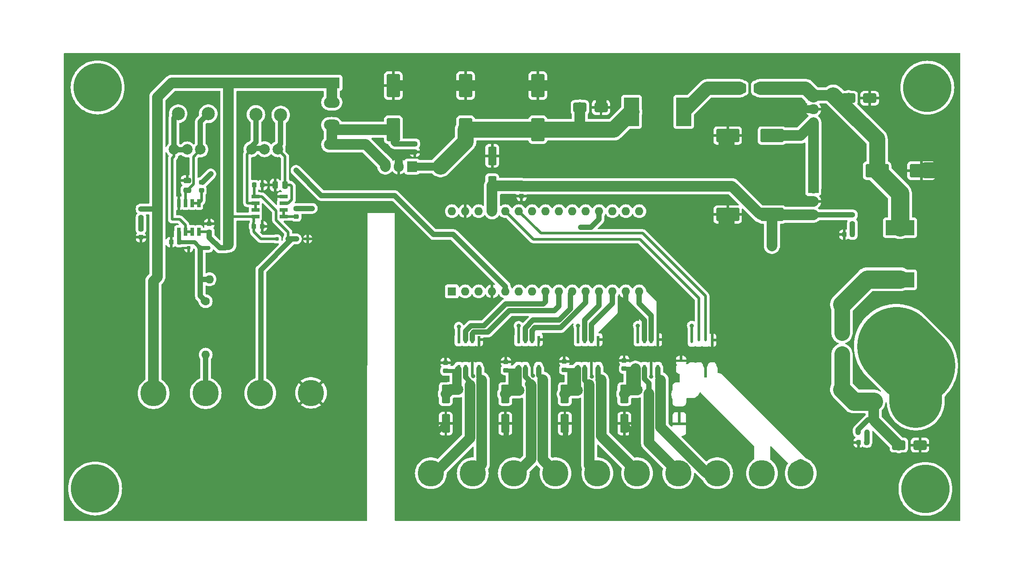
<source format=gbr>
%TF.GenerationSoftware,KiCad,Pcbnew,8.0.6*%
%TF.CreationDate,2024-11-17T15:14:54-07:00*%
%TF.ProjectId,SRX160,53525831-3630-42e6-9b69-6361645f7063,rev?*%
%TF.SameCoordinates,Original*%
%TF.FileFunction,Copper,L1,Top*%
%TF.FilePolarity,Positive*%
%FSLAX46Y46*%
G04 Gerber Fmt 4.6, Leading zero omitted, Abs format (unit mm)*
G04 Created by KiCad (PCBNEW 8.0.6) date 2024-11-17 15:14:54*
%MOMM*%
%LPD*%
G01*
G04 APERTURE LIST*
G04 Aperture macros list*
%AMRoundRect*
0 Rectangle with rounded corners*
0 $1 Rounding radius*
0 $2 $3 $4 $5 $6 $7 $8 $9 X,Y pos of 4 corners*
0 Add a 4 corners polygon primitive as box body*
4,1,4,$2,$3,$4,$5,$6,$7,$8,$9,$2,$3,0*
0 Add four circle primitives for the rounded corners*
1,1,$1+$1,$2,$3*
1,1,$1+$1,$4,$5*
1,1,$1+$1,$6,$7*
1,1,$1+$1,$8,$9*
0 Add four rect primitives between the rounded corners*
20,1,$1+$1,$2,$3,$4,$5,0*
20,1,$1+$1,$4,$5,$6,$7,0*
20,1,$1+$1,$6,$7,$8,$9,0*
20,1,$1+$1,$8,$9,$2,$3,0*%
G04 Aperture macros list end*
%TA.AperFunction,Conductor*%
%ADD10C,0.200000*%
%TD*%
%TA.AperFunction,ComponentPad*%
%ADD11R,2.000000X1.905000*%
%TD*%
%TA.AperFunction,ComponentPad*%
%ADD12O,2.000000X1.905000*%
%TD*%
%TA.AperFunction,SMDPad,CuDef*%
%ADD13RoundRect,0.250000X1.950000X1.000000X-1.950000X1.000000X-1.950000X-1.000000X1.950000X-1.000000X0*%
%TD*%
%TA.AperFunction,ComponentPad*%
%ADD14C,9.200000*%
%TD*%
%TA.AperFunction,ComponentPad*%
%ADD15C,5.000000*%
%TD*%
%TA.AperFunction,SMDPad,CuDef*%
%ADD16R,0.558800X1.460500*%
%TD*%
%TA.AperFunction,SMDPad,CuDef*%
%ADD17R,3.403600X2.717800*%
%TD*%
%TA.AperFunction,ComponentPad*%
%ADD18C,2.000000*%
%TD*%
%TA.AperFunction,SMDPad,CuDef*%
%ADD19RoundRect,0.200000X0.275000X-0.200000X0.275000X0.200000X-0.275000X0.200000X-0.275000X-0.200000X0*%
%TD*%
%TA.AperFunction,SMDPad,CuDef*%
%ADD20RoundRect,0.175000X0.175000X0.175000X-0.175000X0.175000X-0.175000X-0.175000X0.175000X-0.175000X0*%
%TD*%
%TA.AperFunction,SMDPad,CuDef*%
%ADD21RoundRect,0.200000X-0.200000X-0.275000X0.200000X-0.275000X0.200000X0.275000X-0.200000X0.275000X0*%
%TD*%
%TA.AperFunction,SMDPad,CuDef*%
%ADD22R,5.400000X2.900000*%
%TD*%
%TA.AperFunction,ComponentPad*%
%ADD23C,1.600000*%
%TD*%
%TA.AperFunction,ComponentPad*%
%ADD24O,1.600000X1.600000*%
%TD*%
%TA.AperFunction,SMDPad,CuDef*%
%ADD25RoundRect,0.225000X-0.250000X0.225000X-0.250000X-0.225000X0.250000X-0.225000X0.250000X0.225000X0*%
%TD*%
%TA.AperFunction,SMDPad,CuDef*%
%ADD26R,1.500000X0.650000*%
%TD*%
%TA.AperFunction,SMDPad,CuDef*%
%ADD27RoundRect,0.225000X0.250000X-0.225000X0.250000X0.225000X-0.250000X0.225000X-0.250000X-0.225000X0*%
%TD*%
%TA.AperFunction,ComponentPad*%
%ADD28R,1.600000X1.600000*%
%TD*%
%TA.AperFunction,ComponentPad*%
%ADD29C,2.500000*%
%TD*%
%TA.AperFunction,SMDPad,CuDef*%
%ADD30RoundRect,0.250000X-0.550000X1.500000X-0.550000X-1.500000X0.550000X-1.500000X0.550000X1.500000X0*%
%TD*%
%TA.AperFunction,SMDPad,CuDef*%
%ADD31RoundRect,0.218750X0.256250X-0.218750X0.256250X0.218750X-0.256250X0.218750X-0.256250X-0.218750X0*%
%TD*%
%TA.AperFunction,ComponentPad*%
%ADD32C,9.000000*%
%TD*%
%TA.AperFunction,SMDPad,CuDef*%
%ADD33RoundRect,0.218750X-0.218750X-0.256250X0.218750X-0.256250X0.218750X0.256250X-0.218750X0.256250X0*%
%TD*%
%TA.AperFunction,SMDPad,CuDef*%
%ADD34RoundRect,0.225000X0.225000X0.250000X-0.225000X0.250000X-0.225000X-0.250000X0.225000X-0.250000X0*%
%TD*%
%TA.AperFunction,ComponentPad*%
%ADD35R,1.905000X2.000000*%
%TD*%
%TA.AperFunction,ComponentPad*%
%ADD36O,1.905000X2.000000*%
%TD*%
%TA.AperFunction,SMDPad,CuDef*%
%ADD37RoundRect,0.250000X1.000000X-1.950000X1.000000X1.950000X-1.000000X1.950000X-1.000000X-1.950000X0*%
%TD*%
%TA.AperFunction,ComponentPad*%
%ADD38R,3.000000X2.000000*%
%TD*%
%TA.AperFunction,ComponentPad*%
%ADD39O,3.000000X2.000000*%
%TD*%
%TA.AperFunction,SMDPad,CuDef*%
%ADD40RoundRect,0.175000X-0.175000X-0.175000X0.175000X-0.175000X0.175000X0.175000X-0.175000X0.175000X0*%
%TD*%
%TA.AperFunction,SMDPad,CuDef*%
%ADD41RoundRect,0.250000X-1.950000X-1.000000X1.950000X-1.000000X1.950000X1.000000X-1.950000X1.000000X0*%
%TD*%
%TA.AperFunction,SMDPad,CuDef*%
%ADD42RoundRect,0.250000X0.550000X-1.500000X0.550000X1.500000X-0.550000X1.500000X-0.550000X-1.500000X0*%
%TD*%
%TA.AperFunction,SMDPad,CuDef*%
%ADD43RoundRect,0.250000X-1.000000X-0.650000X1.000000X-0.650000X1.000000X0.650000X-1.000000X0.650000X0*%
%TD*%
%TA.AperFunction,SMDPad,CuDef*%
%ADD44R,2.900000X5.400000*%
%TD*%
%TA.AperFunction,SMDPad,CuDef*%
%ADD45RoundRect,0.250000X-0.650000X1.000000X-0.650000X-1.000000X0.650000X-1.000000X0.650000X1.000000X0*%
%TD*%
%TA.AperFunction,SMDPad,CuDef*%
%ADD46RoundRect,0.225000X-0.225000X-0.250000X0.225000X-0.250000X0.225000X0.250000X-0.225000X0.250000X0*%
%TD*%
%TA.AperFunction,SMDPad,CuDef*%
%ADD47RoundRect,0.250000X0.250000X0.475000X-0.250000X0.475000X-0.250000X-0.475000X0.250000X-0.475000X0*%
%TD*%
%TA.AperFunction,ComponentPad*%
%ADD48R,2.000000X3.000000*%
%TD*%
%TA.AperFunction,ComponentPad*%
%ADD49O,2.000000X3.000000*%
%TD*%
%TA.AperFunction,SMDPad,CuDef*%
%ADD50RoundRect,0.250000X0.475000X-0.250000X0.475000X0.250000X-0.475000X0.250000X-0.475000X-0.250000X0*%
%TD*%
%TA.AperFunction,SMDPad,CuDef*%
%ADD51R,0.650000X1.500000*%
%TD*%
%TA.AperFunction,ViaPad*%
%ADD52C,2.000000*%
%TD*%
%TA.AperFunction,ViaPad*%
%ADD53C,0.800000*%
%TD*%
%TA.AperFunction,Conductor*%
%ADD54C,1.016000*%
%TD*%
%TA.AperFunction,Conductor*%
%ADD55C,3.048000*%
%TD*%
%TA.AperFunction,Conductor*%
%ADD56C,0.508000*%
%TD*%
%TA.AperFunction,Conductor*%
%ADD57C,2.032000*%
%TD*%
%TA.AperFunction,Conductor*%
%ADD58C,1.524000*%
%TD*%
%TA.AperFunction,Conductor*%
%ADD59C,0.250000*%
%TD*%
%TA.AperFunction,Conductor*%
%ADD60C,1.270000*%
%TD*%
%TA.AperFunction,Conductor*%
%ADD61C,3.500000*%
%TD*%
%TA.AperFunction,Conductor*%
%ADD62C,0.762000*%
%TD*%
%TA.AperFunction,Conductor*%
%ADD63C,3.000000*%
%TD*%
%TA.AperFunction,Conductor*%
%ADD64C,2.500000*%
%TD*%
%TA.AperFunction,Conductor*%
%ADD65C,10.000000*%
%TD*%
%TA.AperFunction,Conductor*%
%ADD66C,15.000000*%
%TD*%
G04 APERTURE END LIST*
%TO.N,+12V*%
D10*
X118770400Y-94538800D02*
X119938800Y-94538800D01*
X119938800Y-97891600D01*
X118770400Y-97891600D01*
X118770400Y-94538800D01*
%TA.AperFunction,Conductor*%
G36*
X118770400Y-94538800D02*
G01*
X119938800Y-94538800D01*
X119938800Y-97891600D01*
X118770400Y-97891600D01*
X118770400Y-94538800D01*
G37*
%TD.AperFunction*%
X108102400Y-94665800D02*
X109270800Y-94665800D01*
X109270800Y-98018600D01*
X108102400Y-98018600D01*
X108102400Y-94665800D01*
%TA.AperFunction,Conductor*%
G36*
X108102400Y-94665800D02*
G01*
X109270800Y-94665800D01*
X109270800Y-98018600D01*
X108102400Y-98018600D01*
X108102400Y-94665800D01*
G37*
%TD.AperFunction*%
X141147800Y-94335600D02*
X142316200Y-94335600D01*
X142316200Y-97688400D01*
X141147800Y-97688400D01*
X141147800Y-94335600D01*
%TA.AperFunction,Conductor*%
G36*
X141147800Y-94335600D02*
G01*
X142316200Y-94335600D01*
X142316200Y-97688400D01*
X141147800Y-97688400D01*
X141147800Y-94335600D01*
G37*
%TD.AperFunction*%
X129946400Y-94462600D02*
X131114800Y-94462600D01*
X131114800Y-97815400D01*
X129946400Y-97815400D01*
X129946400Y-94462600D01*
%TA.AperFunction,Conductor*%
G36*
X129946400Y-94462600D02*
G01*
X131114800Y-94462600D01*
X131114800Y-97815400D01*
X129946400Y-97815400D01*
X129946400Y-94462600D01*
G37*
%TD.AperFunction*%
%TD*%
D11*
%TO.P,U2,1,VI*%
%TO.N,Net-(U2-VI)*%
X176555000Y-59960000D03*
D12*
%TO.P,U2,2,GND*%
%TO.N,GND*%
X176555000Y-62500000D03*
%TO.P,U2,3,VO*%
%TO.N,+5V*%
X176555000Y-65040000D03*
%TD*%
D13*
%TO.P,C2,1*%
%TO.N,Net-(U2-VI)*%
X168700000Y-50000000D03*
%TO.P,C2,2*%
%TO.N,GND*%
X160300000Y-50000000D03*
%TD*%
D14*
%TO.P,H2,1*%
%TO.N,N/C*%
X40690800Y-40843200D03*
%TD*%
D15*
%TO.P,FlowPin1,1,1*%
%TO.N,FlowSensor*%
X61200000Y-98950000D03*
%TD*%
D16*
%TO.P,U9,1,IPROPI*%
%TO.N,GND*%
X113069800Y-88775850D03*
%TO.P,U9,2,IN2*%
%TO.N,Net-(A1-D6)*%
X111799800Y-88775850D03*
%TO.P,U9,3,IN1*%
%TO.N,Net-(A1-D5)*%
X110529800Y-88775850D03*
%TO.P,U9,4,VREF*%
%TO.N,+5V*%
X109259800Y-88775850D03*
%TO.P,U9,5,VM*%
%TO.N,+12V*%
X109259800Y-94224150D03*
%TO.P,U9,6,OUT1*%
%TO.N,S1*%
X110529800Y-94224150D03*
%TO.P,U9,7,GND*%
%TO.N,GND*%
X111799800Y-94224150D03*
%TO.P,U9,8,OUT2*%
%TO.N,S2*%
X113069800Y-94224150D03*
D17*
%TO.P,U9,9,EPAD*%
%TO.N,GND*%
X111164800Y-91500000D03*
%TD*%
D18*
%TO.P,RV3,1,1*%
%TO.N,Net-(U6B--)*%
X55187200Y-52628000D03*
%TO.P,RV3,2,2*%
X57687200Y-52628000D03*
%TO.P,RV3,3,3*%
%TO.N,Net-(U6A-+)*%
X60187200Y-52628000D03*
%TD*%
D19*
%TO.P,R4,1*%
%TO.N,Net-(D5-A)*%
X48945800Y-65595000D03*
%TO.P,R4,2*%
%TO.N,+5VA*%
X48945800Y-63945000D03*
%TD*%
D15*
%TO.P,Sec7,1,1*%
%TO.N,S7*%
X166800000Y-114150000D03*
%TD*%
D18*
%TO.P,RV4,1,1*%
%TO.N,Net-(U7A-+)*%
X74875100Y-52578000D03*
%TO.P,RV4,2,2*%
%TO.N,Net-(U7B--)*%
X72375100Y-52578000D03*
%TO.P,RV4,3,3*%
X69875100Y-52578000D03*
%TD*%
D20*
%TO.P,D10,1,K*%
%TO.N,Net-(D10-K)*%
X60132700Y-71331000D03*
%TO.P,D10,2,A*%
%TO.N,GND*%
X57982700Y-71331000D03*
%TD*%
D21*
%TO.P,R10,1*%
%TO.N,+12V*%
X185075000Y-106350000D03*
%TO.P,R10,2*%
%TO.N,Net-(D8-A)*%
X186725000Y-106350000D03*
%TD*%
D15*
%TO.P,MotorB1,1,1*%
%TO.N,M1B*%
X143100000Y-114150000D03*
%TD*%
D22*
%TO.P,L1,1,1*%
%TO.N,Net-(D11-K)*%
X193000000Y-77400000D03*
%TO.P,L1,2,2*%
%TO.N,Net-(D2-A)*%
X193000000Y-67500000D03*
%TD*%
D23*
%TO.P,R2,1*%
%TO.N,+5VA*%
X51770000Y-77300000D03*
D24*
%TO.P,R2,2*%
%TO.N,Net-(D10-K)*%
X61930000Y-77300000D03*
%TD*%
D14*
%TO.P,H3,1*%
%TO.N,N/C*%
X40208200Y-117043200D03*
%TD*%
D19*
%TO.P,R3,1*%
%TO.N,Net-(D1-A)*%
X183989304Y-66704461D03*
%TO.P,R3,2*%
%TO.N,+5V*%
X183989304Y-65054461D03*
%TD*%
D25*
%TO.P,C14,1*%
%TO.N,GND*%
X61874400Y-66763600D03*
%TO.P,C14,2*%
%TO.N,+5VA*%
X61874400Y-68313600D03*
%TD*%
D26*
%TO.P,U7,1*%
%TO.N,Net-(U7A--)*%
X76037400Y-65354200D03*
%TO.P,U7,2,-*%
X76037400Y-64084200D03*
%TO.P,U7,3,+*%
%TO.N,Net-(U7A-+)*%
X76037400Y-62814200D03*
%TO.P,U7,4,V-*%
%TO.N,GND*%
X76037400Y-61544200D03*
%TO.P,U7,5,+*%
%TO.N,PressureSensor*%
X70637400Y-61544200D03*
%TO.P,U7,6,-*%
%TO.N,Net-(U7B--)*%
X70637400Y-62814200D03*
%TO.P,U7,7*%
X70637400Y-64084200D03*
%TO.P,U7,8,V+*%
%TO.N,+5VA*%
X70637400Y-65354200D03*
%TD*%
D15*
%TO.P,GndSensor1,1,1*%
%TO.N,GND*%
X81200000Y-98875000D03*
%TD*%
%TO.P,Sec4,1,1*%
%TO.N,S4*%
X127600000Y-114150000D03*
%TD*%
%TO.P,Pressure1,1,1*%
%TO.N,PressureSensor*%
X71550000Y-98950000D03*
%TD*%
D27*
%TO.P,C27,1*%
%TO.N,+12V*%
X106750000Y-94675000D03*
%TO.P,C27,2*%
%TO.N,GND*%
X106750000Y-93125000D03*
%TD*%
D25*
%TO.P,C24,1*%
%TO.N,Net-(U5-VO)*%
X100892000Y-51545000D03*
%TO.P,C24,2*%
%TO.N,GND*%
X100892000Y-53095000D03*
%TD*%
D14*
%TO.P,H1,1*%
%TO.N,N/C*%
X198196200Y-40894000D03*
%TD*%
D28*
%TO.P,A1,1,D1/TX*%
%TO.N,unconnected-(A1-D1{slash}TX-Pad1)*%
X107950000Y-79593600D03*
D24*
%TO.P,A1,2,D0/RX*%
%TO.N,unconnected-(A1-D0{slash}RX-Pad2)*%
X110490000Y-79593600D03*
%TO.P,A1,3,~{RESET}*%
%TO.N,unconnected-(A1-~{RESET}-Pad3)*%
X113030000Y-79593600D03*
%TO.P,A1,4,GND*%
%TO.N,GND*%
X115570000Y-79593600D03*
%TO.P,A1,5,D2*%
%TO.N,FlowPin*%
X118110000Y-79593600D03*
%TO.P,A1,6,D3*%
%TO.N,unconnected-(A1-D3-Pad6)*%
X120650000Y-79593600D03*
%TO.P,A1,7,D4*%
%TO.N,unconnected-(A1-D4-Pad7)*%
X123190000Y-79593600D03*
%TO.P,A1,8,D5*%
%TO.N,Net-(A1-D5)*%
X125730000Y-79593600D03*
%TO.P,A1,9,D6*%
%TO.N,Net-(A1-D6)*%
X128270000Y-79593600D03*
%TO.P,A1,10,D7*%
%TO.N,Net-(A1-D7)*%
X130810000Y-79593600D03*
%TO.P,A1,11,D8*%
%TO.N,Net-(A1-D8)*%
X133350000Y-79593600D03*
%TO.P,A1,12,D9*%
%TO.N,Net-(A1-D9)*%
X135890000Y-79593600D03*
%TO.P,A1,13,D10*%
%TO.N,Net-(A1-D10)*%
X138430000Y-79593600D03*
%TO.P,A1,14,D11*%
%TO.N,Net-(A1-D11)*%
X140970000Y-79593600D03*
%TO.P,A1,15,D12*%
%TO.N,Net-(A1-D12)*%
X143510000Y-79593600D03*
%TO.P,A1,16,D13*%
%TO.N,unconnected-(A1-D13-Pad16)*%
X143510000Y-64353600D03*
%TO.P,A1,17,3V3*%
%TO.N,unconnected-(A1-3V3-Pad17)*%
X140970000Y-64353600D03*
%TO.P,A1,18,AREF*%
%TO.N,unconnected-(A1-AREF-Pad18)*%
X138430000Y-64353600D03*
%TO.P,A1,19,A0*%
%TO.N,PressurePin*%
X135890000Y-64353600D03*
%TO.P,A1,20,A1*%
%TO.N,unconnected-(A1-A1-Pad20)*%
X133350000Y-64353600D03*
%TO.P,A1,21,A2*%
%TO.N,unconnected-(A1-A2-Pad21)*%
X130810000Y-64353600D03*
%TO.P,A1,22,A3*%
%TO.N,unconnected-(A1-A3-Pad22)*%
X128270000Y-64353600D03*
%TO.P,A1,23,A4*%
%TO.N,unconnected-(A1-A4-Pad23)*%
X125730000Y-64353600D03*
%TO.P,A1,24,A5*%
%TO.N,unconnected-(A1-A5-Pad24)*%
X123190000Y-64353600D03*
%TO.P,A1,25,A6*%
%TO.N,unconnected-(A1-A6-Pad25)*%
X120650000Y-64353600D03*
%TO.P,A1,26,A7*%
%TO.N,unconnected-(A1-A7-Pad26)*%
X118110000Y-64353600D03*
%TO.P,A1,27,+5V*%
%TO.N,+5V*%
X115570000Y-64353600D03*
%TO.P,A1,28,~{RESET}*%
%TO.N,unconnected-(A1-~{RESET}-Pad28)*%
X113030000Y-64353600D03*
%TO.P,A1,29,GND*%
%TO.N,GND*%
X110490000Y-64353600D03*
%TO.P,A1,30,VIN*%
%TO.N,unconnected-(A1-VIN-Pad30)*%
X107950000Y-64353600D03*
%TD*%
D27*
%TO.P,C25,1*%
%TO.N,+12V*%
X140650000Y-94275000D03*
%TO.P,C25,2*%
%TO.N,GND*%
X140650000Y-92725000D03*
%TD*%
D29*
%TO.P,TP6,1,1*%
%TO.N,Net-(U7A-+)*%
X75443100Y-46101000D03*
%TD*%
D30*
%TO.P,C1,1*%
%TO.N,+12V*%
X129387600Y-99098800D03*
%TO.P,C1,2*%
%TO.N,GND*%
X129387600Y-104698800D03*
%TD*%
D31*
%TO.P,D5,1,K*%
%TO.N,GND*%
X48920400Y-69316700D03*
%TO.P,D5,2,A*%
%TO.N,Net-(D5-A)*%
X48920400Y-67741700D03*
%TD*%
D32*
%TO.P,J5,1,Pin_1*%
%TO.N,Net-(J5-Pin_1)*%
X192300000Y-90000000D03*
%TD*%
D20*
%TO.P,D9,1,K*%
%TO.N,+5VA*%
X63862900Y-71323200D03*
%TO.P,D9,2,A*%
%TO.N,Net-(D10-K)*%
X61712900Y-71323200D03*
%TD*%
D29*
%TO.P,TP8,1,1*%
%TO.N,Net-(U6A-+)*%
X61704200Y-45847000D03*
%TD*%
D33*
%TO.P,D8,1,K*%
%TO.N,GND*%
X185128400Y-108300000D03*
%TO.P,D8,2,A*%
%TO.N,Net-(D8-A)*%
X186703400Y-108300000D03*
%TD*%
D25*
%TO.P,R9,1*%
%TO.N,PressurePin*%
X78417400Y-63830200D03*
%TO.P,R9,2*%
%TO.N,Net-(U7A--)*%
X78417400Y-65380200D03*
%TD*%
D29*
%TO.P,TP7,1,1*%
%TO.N,Net-(U6B--)*%
X55989200Y-45847000D03*
%TD*%
D34*
%TO.P,C19,1*%
%TO.N,GND*%
X71912400Y-67224200D03*
%TO.P,C19,2*%
%TO.N,+5VA*%
X70362400Y-67224200D03*
%TD*%
D35*
%TO.P,U5,1,VI*%
%TO.N,Net-(D3-K)*%
X100384000Y-55876000D03*
D36*
%TO.P,U5,2,GND*%
%TO.N,GND*%
X97844000Y-55876000D03*
%TO.P,U5,3,VO*%
%TO.N,Net-(U5-VO)*%
X95304000Y-55876000D03*
%TD*%
D15*
%TO.P,Sec3,1,1*%
%TO.N,S3*%
X119700000Y-114150000D03*
%TD*%
%TO.P,Sec2,1,1*%
%TO.N,S2*%
X111900000Y-114150000D03*
%TD*%
D14*
%TO.P,H4,1*%
%TO.N,N/C*%
X197840600Y-117119400D03*
%TD*%
D15*
%TO.P,Sec6,1,1*%
%TO.N,S6*%
X158300000Y-114150000D03*
%TD*%
D37*
%TO.P,C23,1*%
%TO.N,Net-(U5-VO)*%
X96828000Y-48900000D03*
%TO.P,C23,2*%
%TO.N,GND*%
X96828000Y-40500000D03*
%TD*%
D33*
%TO.P,D1,1,K*%
%TO.N,GND*%
X182412500Y-68800000D03*
%TO.P,D1,2,A*%
%TO.N,Net-(D1-A)*%
X183987500Y-68800000D03*
%TD*%
D11*
%TO.P,U3,1,VI*%
%TO.N,Net-(D2-A)*%
X176555000Y-42460000D03*
D12*
%TO.P,U3,2,GND*%
%TO.N,GND*%
X176555000Y-45000000D03*
%TO.P,U3,3,VO*%
%TO.N,Net-(U2-VI)*%
X176555000Y-47540000D03*
%TD*%
D13*
%TO.P,C4,1*%
%TO.N,+5V*%
X168700000Y-65000000D03*
%TO.P,C4,2*%
%TO.N,GND*%
X160300000Y-65000000D03*
%TD*%
D15*
%TO.P,Sec1,1,1*%
%TO.N,S1*%
X103950000Y-114150000D03*
%TD*%
D38*
%TO.P,F2,1*%
%TO.N,+5VA*%
X85144000Y-39984000D03*
D39*
X85144000Y-43684000D03*
%TO.P,F2,2*%
%TO.N,Net-(U5-VO)*%
X85144000Y-47984000D03*
X85144000Y-51684000D03*
%TD*%
D40*
%TO.P,D12,1,K*%
%TO.N,+5VA*%
X74726900Y-69621400D03*
%TO.P,D12,2,A*%
%TO.N,PressureSensor*%
X76876900Y-69621400D03*
%TD*%
D41*
%TO.P,C3,1*%
%TO.N,Net-(D2-A)*%
X188662200Y-56667400D03*
%TO.P,C3,2*%
%TO.N,GND*%
X197062200Y-56667400D03*
%TD*%
D30*
%TO.P,C30,1*%
%TO.N,+12V*%
X118087600Y-99098800D03*
%TO.P,C30,2*%
%TO.N,GND*%
X118087600Y-104698800D03*
%TD*%
D15*
%TO.P,Sec8,1,1*%
%TO.N,S8*%
X174150000Y-114150000D03*
%TD*%
D27*
%TO.P,C28,1*%
%TO.N,+12V*%
X118200000Y-94575000D03*
%TO.P,C28,2*%
%TO.N,GND*%
X118200000Y-93025000D03*
%TD*%
D15*
%TO.P,Sec5,1,1*%
%TO.N,S5*%
X150900000Y-114150000D03*
%TD*%
D37*
%TO.P,C22,1*%
%TO.N,Net-(D3-K)*%
X110544000Y-48900000D03*
%TO.P,C22,2*%
%TO.N,GND*%
X110544000Y-40500000D03*
%TD*%
D42*
%TO.P,C7,1*%
%TO.N,+5V*%
X115595400Y-59442000D03*
%TO.P,C7,2*%
%TO.N,GND*%
X115595400Y-53842000D03*
%TD*%
D30*
%TO.P,C26,1*%
%TO.N,+12V*%
X140687600Y-99098800D03*
%TO.P,C26,2*%
%TO.N,GND*%
X140687600Y-104698800D03*
%TD*%
D29*
%TO.P,TP5,1,1*%
%TO.N,Net-(U7B--)*%
X70744100Y-45974000D03*
%TD*%
D32*
%TO.P,J6,1,Pin_1*%
%TO.N,GND*%
X172600000Y-83000000D03*
%TD*%
D43*
%TO.P,D2,1,K*%
%TO.N,Net-(D2-K)*%
X162500000Y-41000000D03*
%TO.P,D2,2,A*%
%TO.N,Net-(D2-A)*%
X166500000Y-41000000D03*
%TD*%
D23*
%TO.P,R5,1*%
%TO.N,Net-(D10-K)*%
X61200000Y-81470000D03*
D24*
%TO.P,R5,2*%
%TO.N,FlowSensor*%
X61200000Y-91630000D03*
%TD*%
D30*
%TO.P,C29,1*%
%TO.N,+12V*%
X106787600Y-99098800D03*
%TO.P,C29,2*%
%TO.N,GND*%
X106787600Y-104698800D03*
%TD*%
D44*
%TO.P,L2,1,1*%
%TO.N,Net-(D2-K)*%
X151950000Y-45500000D03*
%TO.P,L2,2,2*%
%TO.N,Net-(D3-K)*%
X142050000Y-45500000D03*
%TD*%
D40*
%TO.P,D13,1,K*%
%TO.N,PressureSensor*%
X78435300Y-69621400D03*
%TO.P,D13,2,A*%
%TO.N,GND*%
X80585300Y-69621400D03*
%TD*%
D43*
%TO.P,D3,1,K*%
%TO.N,Net-(D3-K)*%
X132250000Y-44650000D03*
%TO.P,D3,2,A*%
%TO.N,GND*%
X136250000Y-44650000D03*
%TD*%
D45*
%TO.P,D11,1,K*%
%TO.N,Net-(D11-K)*%
X182000000Y-87500000D03*
%TO.P,D11,2,A*%
%TO.N,+12V*%
X182000000Y-91500000D03*
%TD*%
D16*
%TO.P,U8,1,IPROPI*%
%TO.N,GND*%
X147055000Y-88775850D03*
%TO.P,U8,2,IN2*%
%TO.N,Net-(A1-D12)*%
X145785000Y-88775850D03*
%TO.P,U8,3,IN1*%
%TO.N,Net-(A1-D11)*%
X144515000Y-88775850D03*
%TO.P,U8,4,VREF*%
%TO.N,+5V*%
X143245000Y-88775850D03*
%TO.P,U8,5,VM*%
%TO.N,+12V*%
X143245000Y-94224150D03*
%TO.P,U8,6,OUT1*%
%TO.N,S5*%
X144515000Y-94224150D03*
%TO.P,U8,7,GND*%
%TO.N,GND*%
X145785000Y-94224150D03*
%TO.P,U8,8,OUT2*%
%TO.N,S6*%
X147055000Y-94224150D03*
D17*
%TO.P,U8,9,EPAD*%
%TO.N,GND*%
X145150000Y-91500000D03*
%TD*%
D15*
%TO.P,MotorA1,1,1*%
%TO.N,M1A*%
X135550000Y-114150000D03*
%TD*%
D43*
%TO.P,D7,1,K*%
%TO.N,Net-(D2-A)*%
X183250000Y-42900000D03*
%TO.P,D7,2,A*%
%TO.N,GND*%
X187250000Y-42900000D03*
%TD*%
D15*
%TO.P,5VSensors1,1,1*%
%TO.N,+5VA*%
X51300000Y-98950000D03*
%TD*%
D46*
%TO.P,C20,1*%
%TO.N,PressureSensor*%
X70423400Y-59385200D03*
%TO.P,C20,2*%
%TO.N,GND*%
X71973400Y-59385200D03*
%TD*%
D37*
%TO.P,C21,1*%
%TO.N,Net-(D3-K)*%
X124260000Y-48900000D03*
%TO.P,C21,2*%
%TO.N,GND*%
X124260000Y-40500000D03*
%TD*%
D47*
%TO.P,C18,1*%
%TO.N,Net-(U7A-+)*%
X76291400Y-59385200D03*
%TO.P,C18,2*%
%TO.N,GND*%
X74391400Y-59385200D03*
%TD*%
D16*
%TO.P,U1,1,IPROPI*%
%TO.N,GND*%
X135726600Y-88775850D03*
%TO.P,U1,2,IN2*%
%TO.N,Net-(A1-D10)*%
X134456600Y-88775850D03*
%TO.P,U1,3,IN1*%
%TO.N,Net-(A1-D9)*%
X133186600Y-88775850D03*
%TO.P,U1,4,VREF*%
%TO.N,+5V*%
X131916600Y-88775850D03*
%TO.P,U1,5,VM*%
%TO.N,+12V*%
X131916600Y-94224150D03*
%TO.P,U1,6,OUT1*%
%TO.N,M1A*%
X133186600Y-94224150D03*
%TO.P,U1,7,GND*%
%TO.N,GND*%
X134456600Y-94224150D03*
%TO.P,U1,8,OUT2*%
%TO.N,M1B*%
X135726600Y-94224150D03*
D17*
%TO.P,U1,9,EPAD*%
%TO.N,GND*%
X133821600Y-91500000D03*
%TD*%
D48*
%TO.P,F1,1*%
%TO.N,+12V*%
X184300000Y-100500000D03*
D49*
X188000000Y-100500000D03*
%TO.P,F1,2*%
%TO.N,Net-(J5-Pin_1)*%
X192300000Y-100500000D03*
X196000000Y-100500000D03*
%TD*%
D34*
%TO.P,C17,1*%
%TO.N,Net-(D10-K)*%
X56185200Y-70231000D03*
%TO.P,C17,2*%
%TO.N,GND*%
X54635200Y-70231000D03*
%TD*%
D50*
%TO.P,C13,1*%
%TO.N,Net-(U6A-+)*%
X57710200Y-60391800D03*
%TO.P,C13,2*%
%TO.N,GND*%
X57710200Y-58491800D03*
%TD*%
D16*
%TO.P,U10,1,IPROPI*%
%TO.N,GND*%
X124398200Y-88775850D03*
%TO.P,U10,2,IN2*%
%TO.N,Net-(A1-D8)*%
X123128200Y-88775850D03*
%TO.P,U10,3,IN1*%
%TO.N,Net-(A1-D7)*%
X121858200Y-88775850D03*
%TO.P,U10,4,VREF*%
%TO.N,+5V*%
X120588200Y-88775850D03*
%TO.P,U10,5,VM*%
%TO.N,+12V*%
X120588200Y-94224150D03*
%TO.P,U10,6,OUT1*%
%TO.N,S3*%
X121858200Y-94224150D03*
%TO.P,U10,7,GND*%
%TO.N,GND*%
X123128200Y-94224150D03*
%TO.P,U10,8,OUT2*%
%TO.N,S4*%
X124398200Y-94224150D03*
D17*
%TO.P,U10,9,EPAD*%
%TO.N,GND*%
X122493200Y-91500000D03*
%TD*%
D43*
%TO.P,D14,1,K*%
%TO.N,+12V*%
X192800000Y-108800000D03*
%TO.P,D14,2,A*%
%TO.N,GND*%
X196800000Y-108800000D03*
%TD*%
D25*
%TO.P,R1,1*%
%TO.N,FlowPin*%
X60410200Y-58866800D03*
%TO.P,R1,2*%
%TO.N,Net-(U6A--)*%
X60410200Y-60416800D03*
%TD*%
%TO.P,C6,1*%
%TO.N,+5V*%
X121158000Y-59943400D03*
%TO.P,C6,2*%
%TO.N,GND*%
X121158000Y-61493400D03*
%TD*%
D27*
%TO.P,C5,1*%
%TO.N,+12V*%
X129286000Y-94475600D03*
%TO.P,C5,2*%
%TO.N,GND*%
X129286000Y-92925600D03*
%TD*%
D51*
%TO.P,U6,1*%
%TO.N,Net-(U6A--)*%
X59890200Y-62866800D03*
%TO.P,U6,2,-*%
X58620200Y-62866800D03*
%TO.P,U6,3,+*%
%TO.N,Net-(U6A-+)*%
X57350200Y-62866800D03*
%TO.P,U6,4,V-*%
%TO.N,GND*%
X56080200Y-62866800D03*
%TO.P,U6,5,+*%
%TO.N,Net-(D10-K)*%
X56080200Y-68266800D03*
%TO.P,U6,6,-*%
%TO.N,Net-(U6B--)*%
X57350200Y-68266800D03*
%TO.P,U6,7*%
X58620200Y-68266800D03*
%TO.P,U6,8,V+*%
%TO.N,+5VA*%
X59890200Y-68266800D03*
%TD*%
D52*
%TO.N,GND*%
X173700000Y-45000000D03*
D53*
X133800000Y-91600000D03*
X150350000Y-89850000D03*
X188650000Y-36800000D03*
X140300000Y-120550000D03*
X84550000Y-58600000D03*
X145150000Y-91500000D03*
X143921600Y-90600000D03*
X67950000Y-42550000D03*
X129565400Y-107365800D03*
X74700000Y-55100000D03*
X86250000Y-98900000D03*
X178714400Y-83108800D03*
X164450000Y-46200000D03*
D52*
X173700000Y-62500000D03*
D53*
X122500000Y-91600000D03*
X62700000Y-64600000D03*
X115150000Y-70950000D03*
X147050000Y-49000000D03*
X143971600Y-92300000D03*
X123671600Y-90700000D03*
X41700000Y-104850000D03*
X123621600Y-92300000D03*
D52*
X160050000Y-68350000D03*
D53*
X73200000Y-36950000D03*
X121371600Y-92300000D03*
X89050000Y-118650000D03*
X68250000Y-68200000D03*
X70450000Y-55100000D03*
X109971600Y-90650000D03*
X146271600Y-92200000D03*
X99368000Y-40636000D03*
X76150000Y-98950000D03*
X79800000Y-61500000D03*
X146421600Y-90650000D03*
X112321600Y-90650000D03*
X172542200Y-76606400D03*
X134482567Y-95759032D03*
X129550000Y-54400000D03*
X81250000Y-105150000D03*
X65400000Y-116550000D03*
X172593000Y-89357200D03*
X105212800Y-106273600D03*
X136300000Y-36950000D03*
X132621600Y-90700000D03*
X72650000Y-64600000D03*
X41650000Y-77150000D03*
X54250000Y-67450000D03*
X99050000Y-115000000D03*
X137200000Y-76350000D03*
X111150000Y-91550000D03*
X107700000Y-60850000D03*
X88950000Y-86300000D03*
X74050000Y-68050000D03*
X120704000Y-40636000D03*
X113592000Y-40636000D03*
X201400000Y-79200000D03*
X132671600Y-92300000D03*
D52*
X160050000Y-53450000D03*
D53*
X123297419Y-95644670D03*
X134921600Y-92300000D03*
X111961800Y-95681800D03*
X63100000Y-42550000D03*
X201950000Y-108450000D03*
X142087600Y-107696000D03*
X134836600Y-41205000D03*
X83000000Y-46000000D03*
X166217600Y-83108800D03*
X73550000Y-61350000D03*
D52*
X200700000Y-56600000D03*
D53*
X189750000Y-120550000D03*
X54050000Y-43600000D03*
X134971600Y-90700000D03*
X145785000Y-95772400D03*
X81200000Y-93650000D03*
X49750000Y-43600000D03*
X177150000Y-105150000D03*
X118237000Y-107467400D03*
X121321600Y-90700000D03*
X112271600Y-92250000D03*
X99150000Y-86300000D03*
X41900000Y-49400000D03*
X139700000Y-89700000D03*
X67800000Y-63750000D03*
X97844000Y-53336000D03*
X116900000Y-89650000D03*
X110021600Y-92250000D03*
X127900000Y-89650000D03*
%TO.N,+5V*%
X120600000Y-86131400D03*
X143250000Y-86106000D03*
X153492200Y-86106000D03*
X168700000Y-70950000D03*
X109250000Y-86309200D03*
X131900000Y-86105400D03*
%TO.N,+12V*%
X182000000Y-98200000D03*
D52*
X109143800Y-98272600D03*
X120726200Y-98374200D03*
X131800600Y-98374200D03*
X143129000Y-98298000D03*
D53*
%TO.N,FlowPin*%
X62179200Y-57277000D03*
X78359000Y-56616600D03*
%TO.N,PressurePin*%
X81483200Y-63779400D03*
X132359400Y-67437000D03*
%TD*%
D54*
%TO.N,Net-(A1-D10)*%
X134456600Y-85888400D02*
X134456600Y-88775850D01*
X138430000Y-81915000D02*
X134456600Y-85888400D01*
X138430000Y-79610000D02*
X138430000Y-81915000D01*
%TO.N,Net-(A1-D9)*%
X135890000Y-82321400D02*
X133186600Y-85024800D01*
X135890000Y-79610000D02*
X135890000Y-82321400D01*
X133186600Y-85024800D02*
X133186600Y-88775850D01*
%TO.N,Net-(A1-D5)*%
X110529800Y-87170516D02*
X110529800Y-88775850D01*
X111578716Y-86121600D02*
X110529800Y-87170516D01*
X114030400Y-86121600D02*
X111578716Y-86121600D01*
X118135400Y-82016600D02*
X114030400Y-86121600D01*
X125730000Y-81534000D02*
X125247400Y-82016600D01*
X125247400Y-82016600D02*
X118135400Y-82016600D01*
X125730000Y-79610000D02*
X125730000Y-81534000D01*
%TO.N,Net-(A1-D6)*%
X112082400Y-87337600D02*
X111799800Y-87620200D01*
X114744800Y-87337600D02*
X112082400Y-87337600D01*
X111799800Y-87620200D02*
X111799800Y-88775850D01*
X118849800Y-83232600D02*
X114744800Y-87337600D01*
X127435000Y-83232600D02*
X118849800Y-83232600D01*
X128270000Y-82397600D02*
X127435000Y-83232600D01*
X128270000Y-79610000D02*
X128270000Y-82397600D01*
%TO.N,Net-(A1-D12)*%
X145785000Y-84190000D02*
X145785000Y-88775850D01*
X143510000Y-81915000D02*
X145785000Y-84190000D01*
X143510000Y-79610000D02*
X143510000Y-81915000D01*
%TO.N,Net-(A1-D11)*%
X144515000Y-85079000D02*
X144515000Y-88775850D01*
X140970000Y-81534000D02*
X144515000Y-85079000D01*
X140970000Y-79610000D02*
X140970000Y-81534000D01*
%TO.N,Net-(A1-D8)*%
X123128200Y-87029600D02*
X123128200Y-88775850D01*
X123696200Y-86461600D02*
X123128200Y-87029600D01*
X128625600Y-86461600D02*
X123696200Y-86461600D01*
X133350000Y-79610000D02*
X133350000Y-81737200D01*
X133350000Y-81737200D02*
X128625600Y-86461600D01*
%TO.N,GND*%
X129565400Y-107365800D02*
X129550000Y-107350400D01*
D55*
X160050000Y-65500000D02*
X160050000Y-68400000D01*
D54*
X129550000Y-104861200D02*
X129387600Y-104698800D01*
X98085000Y-53095000D02*
X97844000Y-53336000D01*
D55*
X160050000Y-50600000D02*
X160050000Y-53500000D01*
D56*
X123297419Y-95650581D02*
X123297419Y-95644670D01*
D57*
X120704000Y-40636000D02*
X120840000Y-40500000D01*
D58*
X97844000Y-55876000D02*
X97844000Y-53336000D01*
D56*
X71973400Y-59385200D02*
X74391400Y-59385200D01*
D58*
X134862000Y-41230400D02*
X134836600Y-41205000D01*
D57*
X106616000Y-40500000D02*
X110544000Y-40500000D01*
D54*
X142087600Y-107696000D02*
X142087600Y-106098800D01*
D58*
X176550000Y-45000000D02*
X173650000Y-45000000D01*
D56*
X123128200Y-95493000D02*
X123291600Y-95656400D01*
D57*
X124260000Y-40500000D02*
X134131600Y-40500000D01*
X136250000Y-44650000D02*
X136250000Y-42618400D01*
D56*
X74391400Y-59385200D02*
X74391400Y-61295200D01*
D54*
X118237000Y-107467400D02*
X118250000Y-107454400D01*
D56*
X111963200Y-95681800D02*
X111961800Y-95681800D01*
X74391400Y-61295200D02*
X74640400Y-61544200D01*
D57*
X134131600Y-40500000D02*
X134836600Y-41205000D01*
X120840000Y-40500000D02*
X124260000Y-40500000D01*
X176550000Y-62500000D02*
X173650000Y-62500000D01*
X99504000Y-40500000D02*
X107868000Y-40500000D01*
D59*
X134456600Y-94224150D02*
X134456600Y-95848600D01*
D57*
X136250000Y-42618400D02*
X134862000Y-41230400D01*
D59*
X134456600Y-95848600D02*
X134467600Y-95859600D01*
D56*
X123291600Y-95656400D02*
X123297419Y-95650581D01*
X111799800Y-95518400D02*
X111963200Y-95681800D01*
D55*
X197850000Y-56600000D02*
X200750000Y-56600000D01*
D56*
X74640400Y-61544200D02*
X76037400Y-61544200D01*
D57*
X113728000Y-40500000D02*
X120568000Y-40500000D01*
D54*
X105181400Y-106273600D02*
X105212800Y-106273600D01*
D57*
X113456000Y-40500000D02*
X113592000Y-40636000D01*
D54*
X142087600Y-106098800D02*
X140687600Y-104698800D01*
D59*
X134467600Y-95773999D02*
X134482567Y-95759032D01*
D54*
X129550000Y-107350400D02*
X129550000Y-104861200D01*
D59*
X145796000Y-95783400D02*
X145785000Y-95772400D01*
D57*
X110544000Y-40500000D02*
X113456000Y-40500000D01*
X120568000Y-40500000D02*
X120704000Y-40636000D01*
D54*
X100892000Y-53095000D02*
X98085000Y-53095000D01*
X118250000Y-104861200D02*
X118087600Y-104698800D01*
D56*
X123128200Y-94224150D02*
X123128200Y-95493000D01*
D59*
X134467600Y-95859600D02*
X134467600Y-95773999D01*
X145785000Y-94224150D02*
X145785000Y-95772400D01*
D57*
X113592000Y-40636000D02*
X113728000Y-40500000D01*
D54*
X118250000Y-107454400D02*
X118250000Y-104861200D01*
X105212800Y-106273600D02*
X106787600Y-104698800D01*
D56*
X111799800Y-94224150D02*
X111799800Y-95518400D01*
D57*
X96828000Y-40500000D02*
X99232000Y-40500000D01*
%TO.N,+5V*%
X115570000Y-64370000D02*
X115570000Y-59467400D01*
D56*
X120600000Y-89237000D02*
X120600000Y-86131400D01*
D57*
X161100800Y-59600800D02*
X121158000Y-59600800D01*
D56*
X109250000Y-89237000D02*
X109250000Y-86309200D01*
D57*
X121183400Y-59576000D02*
X115729400Y-59576000D01*
D56*
X143250000Y-86106000D02*
X143250000Y-89237000D01*
X153492200Y-89190400D02*
X153492200Y-86106000D01*
D54*
X183989304Y-65054461D02*
X176569461Y-65054461D01*
X168700000Y-65000000D02*
X166500000Y-65000000D01*
D57*
X168700000Y-70950000D02*
X168700000Y-65000000D01*
X166500000Y-65000000D02*
X161100800Y-59600800D01*
X176555000Y-65040000D02*
X168740000Y-65040000D01*
D56*
X131900000Y-86105400D02*
X131900000Y-89237000D01*
D60*
%TO.N,+12V*%
X131800600Y-97586800D02*
X131843600Y-97543800D01*
D57*
X130112200Y-98374200D02*
X129387600Y-99098800D01*
D60*
X131843600Y-97543800D02*
X131843600Y-94224150D01*
D61*
X184300000Y-100500000D02*
X182000000Y-98200000D01*
D60*
X109118400Y-98247200D02*
X109143800Y-98272600D01*
D62*
X118200000Y-94575000D02*
X120237350Y-94575000D01*
D54*
X185075000Y-106350000D02*
X185075000Y-105875000D01*
D57*
X143129000Y-98298000D02*
X142776600Y-97945600D01*
D60*
X131916600Y-98258200D02*
X131800600Y-98374200D01*
D62*
X140650000Y-94275000D02*
X143194150Y-94275000D01*
D57*
X142776600Y-94289400D02*
X142791000Y-94275000D01*
D62*
X106750000Y-94675000D02*
X108808950Y-94675000D01*
D57*
X118812200Y-98374200D02*
X118087600Y-99098800D01*
X120726200Y-98374200D02*
X118812200Y-98374200D01*
X142776600Y-97945600D02*
X142776600Y-94289400D01*
D60*
X120497600Y-98145600D02*
X120726200Y-98374200D01*
D57*
X141488400Y-98298000D02*
X140687600Y-99098800D01*
X109143800Y-98272600D02*
X107613800Y-98272600D01*
D54*
X185075000Y-105875000D02*
X186950000Y-104000000D01*
D57*
X107613800Y-98272600D02*
X106787600Y-99098800D01*
D54*
X186950000Y-104000000D02*
X188000000Y-104000000D01*
D63*
X182000000Y-98200000D02*
X182000000Y-91500000D01*
D60*
X131800600Y-98374200D02*
X131800600Y-97586800D01*
X120726200Y-98374200D02*
X120515200Y-98163200D01*
D62*
X129286000Y-94475600D02*
X131665150Y-94475600D01*
D60*
X109118400Y-94365550D02*
X109118400Y-98247200D01*
D61*
X184300000Y-100500000D02*
X188000000Y-100500000D01*
D57*
X131800600Y-98374200D02*
X130112200Y-98374200D01*
X143129000Y-98298000D02*
X141488400Y-98298000D01*
X188000000Y-104000000D02*
X192800000Y-108800000D01*
D62*
X108808950Y-94675000D02*
X109259800Y-94224150D01*
X143194150Y-94275000D02*
X143245000Y-94224150D01*
D60*
X120515200Y-98163200D02*
X120515200Y-94224150D01*
D57*
X188000000Y-100500000D02*
X188000000Y-104000000D01*
D55*
%TO.N,Net-(D3-K)*%
X105792000Y-55876000D02*
X110544000Y-51124000D01*
X142050000Y-45500000D02*
X138650000Y-48900000D01*
D57*
X132250000Y-44650000D02*
X132250000Y-48850000D01*
D55*
X124260000Y-48900000D02*
X110544000Y-48900000D01*
D57*
X132250000Y-48850000D02*
X132300000Y-48900000D01*
D58*
X100384000Y-55876000D02*
X105792000Y-55876000D01*
D55*
X132300000Y-48900000D02*
X124260000Y-48900000D01*
X110544000Y-51124000D02*
X110544000Y-48900000D01*
X138650000Y-48900000D02*
X132300000Y-48900000D01*
D56*
%TO.N,Net-(U6A-+)*%
X57710200Y-60391800D02*
X57355400Y-60746600D01*
X58889200Y-59212800D02*
X58889200Y-54003000D01*
X58889200Y-54003000D02*
X60187200Y-52705000D01*
D54*
X60187200Y-52705000D02*
X60187200Y-47364000D01*
D56*
X58828867Y-59273133D02*
X58889200Y-59212800D01*
X57710200Y-60391800D02*
X58828867Y-59273133D01*
X57355400Y-60746600D02*
X57355400Y-62861600D01*
D54*
X60187200Y-47364000D02*
X61704200Y-45847000D01*
%TO.N,Net-(U7A-+)*%
X75443100Y-51562000D02*
X74554100Y-52451000D01*
X75443100Y-46101000D02*
X75443100Y-51562000D01*
D56*
X76291400Y-53994300D02*
X76291400Y-59385200D01*
X77528400Y-62179200D02*
X77528400Y-59639200D01*
X76893400Y-62814200D02*
X77528400Y-62179200D01*
X77274400Y-59385200D02*
X76291400Y-59385200D01*
X77528400Y-59639200D02*
X77274400Y-59385200D01*
X76037400Y-62814200D02*
X76893400Y-62814200D01*
X74875100Y-52578000D02*
X76291400Y-53994300D01*
D57*
%TO.N,Net-(U5-VO)*%
X85144000Y-51684000D02*
X85144000Y-47984000D01*
D54*
X96828000Y-51304000D02*
X97069000Y-51545000D01*
D57*
X95304000Y-55876000D02*
X95304000Y-55398000D01*
D54*
X96828000Y-48900000D02*
X96828000Y-51304000D01*
D57*
X95304000Y-55398000D02*
X91590000Y-51684000D01*
X96828000Y-48900000D02*
X86060000Y-48900000D01*
X86060000Y-48900000D02*
X85144000Y-47984000D01*
D54*
X97069000Y-51545000D02*
X100892000Y-51545000D01*
D57*
X91590000Y-51684000D02*
X85144000Y-51684000D01*
D54*
%TO.N,Net-(D1-A)*%
X183989304Y-66704461D02*
X183989304Y-68766961D01*
D61*
%TO.N,Net-(D2-A)*%
X193014600Y-61019800D02*
X188662200Y-56667400D01*
X193014600Y-67389200D02*
X193014600Y-61019800D01*
D64*
X175095000Y-41000000D02*
X166500000Y-41000000D01*
D57*
X183250000Y-42900000D02*
X182100000Y-44050000D01*
D55*
X182100000Y-44100000D02*
X180323500Y-42323500D01*
D57*
X182100000Y-44050000D02*
X182100000Y-44100000D01*
X180323500Y-42323500D02*
X176555000Y-42323500D01*
D55*
X188662200Y-50662200D02*
X182100000Y-44100000D01*
X188662200Y-56667400D02*
X188662200Y-50662200D01*
D64*
X176555000Y-42460000D02*
X175095000Y-41000000D01*
D57*
%TO.N,M1B*%
X143100000Y-113884360D02*
X136264600Y-107048960D01*
X136264600Y-96386600D02*
X136245600Y-96367600D01*
X136264600Y-107048960D02*
X136264600Y-96386600D01*
X143100000Y-114150000D02*
X143100000Y-113884360D01*
D54*
X135726600Y-94224150D02*
X135726600Y-95848600D01*
X135726600Y-95848600D02*
X136245600Y-96367600D01*
%TO.N,M1A*%
X133186600Y-94224150D02*
X133186600Y-96465124D01*
D57*
X134032600Y-112632600D02*
X134032600Y-97311124D01*
X135674600Y-114274600D02*
X134032600Y-112632600D01*
X135706552Y-114274600D02*
X135674600Y-114274600D01*
D54*
X133186600Y-96465124D02*
X134032600Y-97311124D01*
D57*
%TO.N,S1*%
X111375800Y-107470600D02*
X111375800Y-97348075D01*
D54*
X110529800Y-94224150D02*
X110529800Y-95899400D01*
D57*
X104696400Y-114150000D02*
X111375800Y-107470600D01*
X103950000Y-114150000D02*
X104696400Y-114150000D01*
D54*
X110529800Y-95899400D02*
X111226600Y-96596200D01*
D57*
%TO.N,S2*%
X112355488Y-114274600D02*
X112024600Y-114274600D01*
X111900000Y-114150000D02*
X113607800Y-112442200D01*
D54*
X113069800Y-94224150D02*
X113069800Y-95924800D01*
X113069800Y-95924800D02*
X113588800Y-96443800D01*
D57*
X113607800Y-112442200D02*
X113607800Y-96462800D01*
X113607800Y-96462800D02*
X113588800Y-96443800D01*
X112024600Y-114274600D02*
X111900000Y-114150000D01*
D54*
%TO.N,S3*%
X121858200Y-94224150D02*
X121858200Y-95772400D01*
D57*
X122958200Y-111455576D02*
X122958200Y-97380400D01*
D54*
X121858200Y-95772400D02*
X122555000Y-96469200D01*
D57*
X120263776Y-114150000D02*
X122958200Y-111455576D01*
X119700000Y-114150000D02*
X120263776Y-114150000D01*
X122958200Y-97380400D02*
X122838470Y-97260670D01*
D54*
%TO.N,S4*%
X124398200Y-95518400D02*
X125222000Y-96342200D01*
D57*
X127600000Y-114150000D02*
X127600000Y-113951736D01*
X127600000Y-113951736D02*
X125193400Y-111545136D01*
X125193400Y-111545136D02*
X125193400Y-96370800D01*
D54*
X124398200Y-94224150D02*
X124398200Y-95518400D01*
D57*
X125193400Y-96370800D02*
X125222000Y-96342200D01*
%TO.N,S5*%
X150900000Y-113900672D02*
X145361000Y-108361672D01*
X145361000Y-108361672D02*
X145361000Y-99031400D01*
D54*
X144515000Y-96178800D02*
X145361000Y-97024800D01*
X145361000Y-97024800D02*
X145361000Y-99031400D01*
D57*
X150900000Y-114150000D02*
X150900000Y-113900672D01*
D54*
X144515000Y-94224150D02*
X144515000Y-96178800D01*
%TO.N,S6*%
X147055000Y-95905800D02*
X147593000Y-96443800D01*
X147055000Y-94224150D02*
X147055000Y-95905800D01*
D57*
X158300000Y-114150000D02*
X156333000Y-114150000D01*
X147593000Y-105410000D02*
X147593000Y-96443800D01*
X156333000Y-114150000D02*
X147593000Y-105410000D01*
D54*
%TO.N,FlowSensor*%
X61200000Y-91630000D02*
X61200000Y-98950000D01*
D56*
%TO.N,PressureSensor*%
X70637400Y-61544200D02*
X71895400Y-61544200D01*
D54*
X71653400Y-98846600D02*
X71550000Y-98950000D01*
X76876900Y-69621400D02*
X77571600Y-69621400D01*
D56*
X70423400Y-59385200D02*
X70423400Y-61330200D01*
X71895400Y-61544200D02*
X74607400Y-64256200D01*
D54*
X77571600Y-69621400D02*
X78435300Y-69621400D01*
X71653400Y-75539600D02*
X71653400Y-98846600D01*
X77571600Y-69621400D02*
X71653400Y-75539600D01*
D56*
X74607400Y-64256200D02*
X74607400Y-66045100D01*
X74607400Y-66045100D02*
X76876900Y-68314600D01*
X70423400Y-61330200D02*
X70637400Y-61544200D01*
X76876900Y-68314600D02*
X76876900Y-69621400D01*
D54*
%TO.N,Net-(A1-D7)*%
X130429000Y-79991000D02*
X130429000Y-82938516D01*
X130810000Y-79610000D02*
X130429000Y-79991000D01*
X128302916Y-85064600D02*
X123373516Y-85064600D01*
X123373516Y-85064600D02*
X121858200Y-86579916D01*
X121858200Y-86579916D02*
X121858200Y-88775850D01*
X130429000Y-82938516D02*
X128302916Y-85064600D01*
%TO.N,FlowPin*%
X118110000Y-78689200D02*
X108204000Y-68783200D01*
X104470200Y-68783200D02*
X97078800Y-61391800D01*
X97078800Y-61391800D02*
X83134200Y-61391800D01*
X60589400Y-58866800D02*
X62179200Y-57277000D01*
X83134200Y-61391800D02*
X78359000Y-56616600D01*
X108204000Y-68783200D02*
X104470200Y-68783200D01*
X118110000Y-79610000D02*
X118110000Y-78689200D01*
D56*
X60410200Y-58866800D02*
X60589400Y-58866800D01*
%TO.N,Net-(U6A--)*%
X60410200Y-62346800D02*
X59890200Y-62866800D01*
X60410200Y-60416800D02*
X60410200Y-62346800D01*
X58620200Y-62866800D02*
X59890200Y-62866800D01*
%TO.N,Net-(U6B--)*%
X54840800Y-54318600D02*
X55187200Y-53972200D01*
D54*
X55187200Y-46649000D02*
X55989200Y-45847000D01*
X57687200Y-52705000D02*
X55187200Y-52705000D01*
D56*
X57350200Y-67008800D02*
X56267800Y-65926400D01*
D54*
X55187200Y-52705000D02*
X55187200Y-46649000D01*
D56*
X55187200Y-53972200D02*
X55187200Y-52705000D01*
X57350200Y-68266800D02*
X57350200Y-67008800D01*
X54840800Y-65926400D02*
X54840800Y-54318600D01*
X57350200Y-68266800D02*
X58620200Y-68266800D01*
X56267800Y-65926400D02*
X54840800Y-65926400D01*
D54*
%TO.N,PressurePin*%
X78417400Y-63830200D02*
X81432400Y-63830200D01*
D56*
X81432400Y-63830200D02*
X81483200Y-63779400D01*
D54*
X134315200Y-67437000D02*
X132359400Y-67437000D01*
X135890000Y-64370000D02*
X135890000Y-65862200D01*
X135890000Y-65862200D02*
X134315200Y-67437000D01*
D56*
%TO.N,Net-(U7A--)*%
X76037400Y-64084200D02*
X76037400Y-65354200D01*
X78417400Y-65380200D02*
X76063400Y-65380200D01*
%TO.N,Net-(U7B--)*%
X69875100Y-52578000D02*
X69875100Y-52730700D01*
X69088000Y-53517800D02*
X69088000Y-62745600D01*
X69088000Y-62745600D02*
X69156600Y-62814200D01*
X69156600Y-62814200D02*
X70637400Y-62814200D01*
D54*
X70744100Y-51261000D02*
X69554100Y-52451000D01*
D56*
X69875100Y-52730700D02*
X69088000Y-53517800D01*
D54*
X72375100Y-52451000D02*
X69875100Y-52451000D01*
D56*
X70637400Y-64084200D02*
X70637400Y-62814200D01*
D54*
X70744100Y-45974000D02*
X70744100Y-51261000D01*
D61*
%TO.N,Net-(D11-K)*%
X186814600Y-77289200D02*
X193014600Y-77289200D01*
D63*
X182000000Y-87500000D02*
X182000000Y-82103800D01*
D61*
X182000000Y-82103800D02*
X186814600Y-77289200D01*
D54*
%TO.N,Net-(D5-A)*%
X48945800Y-67716300D02*
X48920400Y-67741700D01*
X48945800Y-65595000D02*
X48945800Y-67716300D01*
%TO.N,Net-(D8-A)*%
X186725000Y-106350000D02*
X186725000Y-108278400D01*
X186725000Y-108278400D02*
X186703400Y-108300000D01*
D64*
%TO.N,Net-(D2-K)*%
X156450000Y-41000000D02*
X151950000Y-45500000D01*
X162500000Y-41000000D02*
X156450000Y-41000000D01*
D56*
%TO.N,unconnected-(A1-A7-Pad26)*%
X123412200Y-69672200D02*
X143637000Y-69672200D01*
X143637000Y-69672200D02*
X154813000Y-80848200D01*
X118110000Y-64370000D02*
X123412200Y-69672200D01*
X154813000Y-80848200D02*
X154813000Y-88849200D01*
%TO.N,unconnected-(A1-A6-Pad25)*%
X144145000Y-68554600D02*
X124834600Y-68554600D01*
X156083000Y-80492600D02*
X144145000Y-68554600D01*
X124834600Y-68554600D02*
X120650000Y-64370000D01*
X156083000Y-88849200D02*
X156083000Y-80492600D01*
D57*
%TO.N,S7*%
X166800000Y-114150000D02*
X166841304Y-114108696D01*
%TO.N,S8*%
X174150000Y-114150000D02*
X174150000Y-112446476D01*
D54*
%TO.N,+5VA*%
X48945800Y-63945000D02*
X52006000Y-63945000D01*
D57*
X52019200Y-42722800D02*
X52019200Y-63931800D01*
D56*
X70362400Y-68279600D02*
X70362400Y-67224200D01*
D54*
X63862900Y-71323200D02*
X64922400Y-71323200D01*
D57*
X51282600Y-98932600D02*
X51300000Y-98950000D01*
X54758000Y-39984000D02*
X52019200Y-42722800D01*
D56*
X59890200Y-68266800D02*
X61510200Y-68266800D01*
D57*
X85144000Y-43684000D02*
X85144000Y-39984000D01*
D54*
X52006000Y-63945000D02*
X52019200Y-63931800D01*
D56*
X70637400Y-65354200D02*
X65582800Y-65354200D01*
X65582800Y-65354200D02*
X65532000Y-65405000D01*
D57*
X52019200Y-76885800D02*
X51282600Y-77622400D01*
D54*
X61874400Y-69334700D02*
X63862900Y-71323200D01*
D57*
X65532000Y-65405000D02*
X65532000Y-70713600D01*
D54*
X61874400Y-68313600D02*
X61874400Y-69334700D01*
D56*
X70262400Y-67299200D02*
X70362400Y-65629200D01*
D57*
X65532000Y-39984000D02*
X65532000Y-65405000D01*
X85144000Y-39984000D02*
X65532000Y-39984000D01*
D56*
X71704200Y-69621400D02*
X70362400Y-68279600D01*
D57*
X52019200Y-63931800D02*
X52019200Y-73660000D01*
X65532000Y-39984000D02*
X54758000Y-39984000D01*
D56*
X70362400Y-65629200D02*
X70637400Y-65354200D01*
X74726900Y-69621400D02*
X71704200Y-69621400D01*
D57*
X52019200Y-73660000D02*
X52019200Y-76885800D01*
D54*
X64922400Y-71323200D02*
X65532000Y-70713600D01*
D57*
X51282600Y-77622400D02*
X51282600Y-98932600D01*
D62*
%TO.N,Net-(D10-K)*%
X56080200Y-68266800D02*
X56080200Y-70126000D01*
X61705100Y-71331000D02*
X61712900Y-71323200D01*
X56185200Y-70231000D02*
X59032700Y-70231000D01*
D54*
X60180600Y-80450600D02*
X61200000Y-81470000D01*
D62*
X59032700Y-70231000D02*
X60132700Y-71331000D01*
D54*
X60180600Y-75692000D02*
X60180600Y-77300000D01*
D62*
X60132700Y-71331000D02*
X61705100Y-71331000D01*
D54*
X60180600Y-77300000D02*
X60180600Y-80450600D01*
X60180600Y-75692000D02*
X60180600Y-71378900D01*
X60180600Y-71378900D02*
X60132700Y-71331000D01*
X61200000Y-81470000D02*
X60805000Y-81470000D01*
D62*
X56080200Y-70126000D02*
X56185200Y-70231000D01*
D54*
X60180600Y-77300000D02*
X61930000Y-77300000D01*
D57*
%TO.N,Net-(U2-VI)*%
X174095000Y-50000000D02*
X176555000Y-47540000D01*
X176555000Y-47540000D02*
X176555000Y-59960000D01*
X168700000Y-50000000D02*
X174095000Y-50000000D01*
D65*
%TO.N,Net-(J5-Pin_1)*%
X196000000Y-100500000D02*
X196000000Y-93700000D01*
D66*
X196000000Y-93700000D02*
X192300000Y-90000000D01*
%TD*%
%TA.AperFunction,Conductor*%
%TO.N,GND*%
G36*
X72101103Y-62828687D02*
G01*
X72107581Y-62834719D01*
X73808581Y-64535719D01*
X73842066Y-64597042D01*
X73844900Y-64623400D01*
X73844900Y-66120200D01*
X73844900Y-66120202D01*
X73844899Y-66120202D01*
X73868869Y-66240700D01*
X73870911Y-66250964D01*
X73874203Y-66267513D01*
X73931682Y-66406279D01*
X74009496Y-66522737D01*
X74015130Y-66531169D01*
X74015131Y-66531170D01*
X76078081Y-68594119D01*
X76111566Y-68655442D01*
X76114400Y-68681800D01*
X76114400Y-68896069D01*
X76094715Y-68963108D01*
X76088701Y-68971370D01*
X75976089Y-69139908D01*
X75899464Y-69324897D01*
X75899462Y-69324903D01*
X75860400Y-69521281D01*
X75860400Y-69721520D01*
X75876260Y-69801254D01*
X75870033Y-69870846D01*
X75842324Y-69913126D01*
X75795738Y-69959712D01*
X75734415Y-69993197D01*
X75664723Y-69988213D01*
X75608790Y-69946341D01*
X75584373Y-69880877D01*
X75584566Y-69860810D01*
X75585400Y-69851643D01*
X75585399Y-69391158D01*
X75585399Y-69391149D01*
X75579143Y-69322297D01*
X75579142Y-69322294D01*
X75579142Y-69322291D01*
X75541839Y-69202583D01*
X75529762Y-69163825D01*
X75529760Y-69163821D01*
X75443894Y-69021780D01*
X75443891Y-69021776D01*
X75326523Y-68904408D01*
X75326519Y-68904405D01*
X75184478Y-68818539D01*
X75184476Y-68818538D01*
X75026013Y-68769159D01*
X75026011Y-68769158D01*
X75026009Y-68769158D01*
X74957143Y-68762900D01*
X74957140Y-68762900D01*
X74496649Y-68762900D01*
X74427797Y-68769156D01*
X74427790Y-68769158D01*
X74269325Y-68818537D01*
X74269321Y-68818539D01*
X74232139Y-68841017D01*
X74167990Y-68858900D01*
X72071400Y-68858900D01*
X72004361Y-68839215D01*
X71983719Y-68822581D01*
X71572018Y-68410880D01*
X71538533Y-68349557D01*
X71543517Y-68279865D01*
X71585389Y-68223932D01*
X71650853Y-68199515D01*
X71659694Y-68199199D01*
X72162400Y-68199199D01*
X72185708Y-68199199D01*
X72185722Y-68199198D01*
X72285007Y-68189055D01*
X72445881Y-68135747D01*
X72445892Y-68135742D01*
X72590128Y-68046775D01*
X72590132Y-68046772D01*
X72709972Y-67926932D01*
X72709975Y-67926928D01*
X72798942Y-67782692D01*
X72798947Y-67782681D01*
X72852255Y-67621806D01*
X72862399Y-67522522D01*
X72862400Y-67522509D01*
X72862400Y-67474200D01*
X72162400Y-67474200D01*
X72162400Y-68199199D01*
X71659694Y-68199199D01*
X71662400Y-68199198D01*
X71662400Y-66974200D01*
X72162400Y-66974200D01*
X72862399Y-66974200D01*
X72862399Y-66925892D01*
X72862398Y-66925877D01*
X72852255Y-66826592D01*
X72798947Y-66665718D01*
X72798942Y-66665707D01*
X72709975Y-66521471D01*
X72709972Y-66521467D01*
X72590132Y-66401627D01*
X72590128Y-66401624D01*
X72445892Y-66312657D01*
X72445881Y-66312652D01*
X72285006Y-66259344D01*
X72185722Y-66249200D01*
X72162400Y-66249200D01*
X72162400Y-66974200D01*
X71662400Y-66974200D01*
X71662400Y-66231954D01*
X71649659Y-66208623D01*
X71654641Y-66138931D01*
X71696506Y-66083000D01*
X71750661Y-66042461D01*
X71838289Y-65925404D01*
X71889389Y-65788401D01*
X71894877Y-65737354D01*
X71895899Y-65727854D01*
X71895900Y-65727837D01*
X71895900Y-64980562D01*
X71895899Y-64980545D01*
X71892557Y-64949470D01*
X71889389Y-64919999D01*
X71889387Y-64919995D01*
X71889387Y-64919992D01*
X71838290Y-64782997D01*
X71835905Y-64778630D01*
X71821051Y-64710358D01*
X71835905Y-64659770D01*
X71838290Y-64655402D01*
X71889387Y-64518407D01*
X71889387Y-64518405D01*
X71889389Y-64518401D01*
X71894840Y-64467700D01*
X71895899Y-64457854D01*
X71895900Y-64457837D01*
X71895900Y-63710562D01*
X71895899Y-63710545D01*
X71892406Y-63678059D01*
X71889389Y-63649999D01*
X71889387Y-63649995D01*
X71889387Y-63649992D01*
X71838290Y-63512997D01*
X71835905Y-63508630D01*
X71821051Y-63440358D01*
X71835905Y-63389770D01*
X71838290Y-63385402D01*
X71889387Y-63248407D01*
X71889387Y-63248405D01*
X71889389Y-63248401D01*
X71892991Y-63214892D01*
X71895899Y-63187854D01*
X71895900Y-63187837D01*
X71895900Y-62922400D01*
X71915585Y-62855361D01*
X71968389Y-62809606D01*
X72037547Y-62799662D01*
X72101103Y-62828687D01*
G37*
%TD.AperFunction*%
%TA.AperFunction,Conductor*%
G36*
X63950539Y-41528185D02*
G01*
X63996294Y-41580989D01*
X64007500Y-41632500D01*
X64007500Y-69730890D01*
X63987815Y-69797929D01*
X63935011Y-69843684D01*
X63865853Y-69853628D01*
X63802297Y-69824603D01*
X63795819Y-69818571D01*
X62927219Y-68949971D01*
X62893734Y-68888648D01*
X62890900Y-68862290D01*
X62890900Y-68213481D01*
X62870020Y-68108514D01*
X62860198Y-68059137D01*
X62857976Y-68041239D01*
X62857900Y-68039752D01*
X62857900Y-68039728D01*
X62847636Y-67939264D01*
X62793702Y-67776499D01*
X62793698Y-67776493D01*
X62793697Y-67776490D01*
X62703687Y-67630563D01*
X62703684Y-67630559D01*
X62693396Y-67620271D01*
X62659911Y-67558948D01*
X62664895Y-67489256D01*
X62693396Y-67444909D01*
X62696972Y-67441332D01*
X62696975Y-67441328D01*
X62785942Y-67297092D01*
X62785947Y-67297081D01*
X62839255Y-67136206D01*
X62849399Y-67036922D01*
X62849400Y-67036909D01*
X62849400Y-67013600D01*
X60899401Y-67013600D01*
X60899401Y-67036922D01*
X60909544Y-67136207D01*
X60962852Y-67297081D01*
X60962856Y-67297090D01*
X60974028Y-67315201D01*
X60992470Y-67382593D01*
X60971549Y-67449257D01*
X60917908Y-67494028D01*
X60868491Y-67504300D01*
X60838153Y-67504300D01*
X60771114Y-67484615D01*
X60725359Y-67431811D01*
X60717474Y-67408808D01*
X60717189Y-67407603D01*
X60717189Y-67407599D01*
X60717187Y-67407594D01*
X60717186Y-67407589D01*
X60682726Y-67315201D01*
X60666089Y-67270596D01*
X60578461Y-67153539D01*
X60461404Y-67065911D01*
X60324403Y-67014811D01*
X60263854Y-67008300D01*
X60263838Y-67008300D01*
X59516562Y-67008300D01*
X59516545Y-67008300D01*
X59455997Y-67014811D01*
X59455995Y-67014811D01*
X59318994Y-67065911D01*
X59314620Y-67068300D01*
X59246346Y-67083147D01*
X59195780Y-67068300D01*
X59191405Y-67065911D01*
X59054403Y-67014811D01*
X58993854Y-67008300D01*
X58993838Y-67008300D01*
X58246562Y-67008300D01*
X58246555Y-67008300D01*
X58242770Y-67008707D01*
X58174011Y-66996295D01*
X58122878Y-66948680D01*
X58107908Y-66909608D01*
X58083398Y-66786392D01*
X58083397Y-66786391D01*
X58083397Y-66786387D01*
X58025918Y-66647621D01*
X57972599Y-66567823D01*
X57951463Y-66536190D01*
X57942475Y-66522737D01*
X57942473Y-66522735D01*
X57910015Y-66490277D01*
X60899400Y-66490277D01*
X60899400Y-66513600D01*
X61624400Y-66513600D01*
X62124400Y-66513600D01*
X62849399Y-66513600D01*
X62849399Y-66490292D01*
X62849398Y-66490277D01*
X62839255Y-66390992D01*
X62785947Y-66230118D01*
X62785942Y-66230107D01*
X62696975Y-66085871D01*
X62696972Y-66085867D01*
X62577132Y-65966027D01*
X62577128Y-65966024D01*
X62432892Y-65877057D01*
X62432881Y-65877052D01*
X62272006Y-65823744D01*
X62172722Y-65813600D01*
X62124400Y-65813600D01*
X62124400Y-66513600D01*
X61624400Y-66513600D01*
X61624400Y-65813600D01*
X61624399Y-65813599D01*
X61576093Y-65813600D01*
X61576075Y-65813601D01*
X61476792Y-65823744D01*
X61315918Y-65877052D01*
X61315907Y-65877057D01*
X61171671Y-65966024D01*
X61171667Y-65966027D01*
X61051827Y-66085867D01*
X61051824Y-66085871D01*
X60962857Y-66230107D01*
X60962852Y-66230118D01*
X60909544Y-66390993D01*
X60899400Y-66490277D01*
X57910015Y-66490277D01*
X56753870Y-65334131D01*
X56753869Y-65334130D01*
X56744770Y-65328050D01*
X56628979Y-65250682D01*
X56560420Y-65222284D01*
X56490213Y-65193203D01*
X56490207Y-65193201D01*
X56342902Y-65163900D01*
X56342900Y-65163900D01*
X55727300Y-65163900D01*
X55660261Y-65144215D01*
X55614506Y-65091411D01*
X55603300Y-65039900D01*
X55603300Y-64240800D01*
X55622985Y-64173761D01*
X55675789Y-64128006D01*
X55727300Y-64116800D01*
X55830200Y-64116800D01*
X55830200Y-61616800D01*
X55727300Y-61616800D01*
X55660261Y-61597115D01*
X55614506Y-61544311D01*
X55603300Y-61492800D01*
X55603300Y-58191813D01*
X56485200Y-58191813D01*
X56485200Y-58241800D01*
X57460200Y-58241800D01*
X57460200Y-57491800D01*
X57185229Y-57491800D01*
X57185212Y-57491801D01*
X57082502Y-57502294D01*
X56916080Y-57557441D01*
X56916075Y-57557443D01*
X56766854Y-57649484D01*
X56642884Y-57773454D01*
X56550843Y-57922675D01*
X56550841Y-57922680D01*
X56495694Y-58089102D01*
X56495693Y-58089109D01*
X56485200Y-58191813D01*
X55603300Y-58191813D01*
X55603300Y-54685800D01*
X55622985Y-54618761D01*
X55639614Y-54598123D01*
X55779473Y-54458265D01*
X55862919Y-54333379D01*
X55920397Y-54194612D01*
X55931029Y-54141165D01*
X55944419Y-54073849D01*
X55949700Y-54047302D01*
X55949700Y-53999393D01*
X55969385Y-53932354D01*
X56008909Y-53893666D01*
X56076616Y-53852176D01*
X56135159Y-53802176D01*
X56194833Y-53751210D01*
X56258594Y-53722639D01*
X56275364Y-53721500D01*
X56599036Y-53721500D01*
X56666075Y-53741185D01*
X56679567Y-53751210D01*
X56774787Y-53832535D01*
X56797784Y-53852176D01*
X56797787Y-53852178D01*
X56797789Y-53852179D01*
X57000237Y-53976240D01*
X57000240Y-53976242D01*
X57219603Y-54067104D01*
X57219604Y-54067104D01*
X57219606Y-54067105D01*
X57450489Y-54122535D01*
X57687200Y-54141165D01*
X57923911Y-54122535D01*
X57973752Y-54110569D01*
X58043534Y-54114058D01*
X58100352Y-54154721D01*
X58126166Y-54219647D01*
X58126700Y-54231142D01*
X58126700Y-57367800D01*
X58107015Y-57434839D01*
X58054211Y-57480594D01*
X58002700Y-57491800D01*
X57960200Y-57491800D01*
X57960200Y-58617800D01*
X57940515Y-58684839D01*
X57887711Y-58730594D01*
X57836200Y-58741800D01*
X56485201Y-58741800D01*
X56485201Y-58791786D01*
X56495694Y-58894497D01*
X56550841Y-59060919D01*
X56550843Y-59060924D01*
X56642884Y-59210145D01*
X56766855Y-59334116D01*
X56772523Y-59338598D01*
X56770792Y-59340786D01*
X56808949Y-59383190D01*
X56820187Y-59452150D01*
X56792358Y-59516238D01*
X56767094Y-59538136D01*
X56767215Y-59538289D01*
X56763827Y-59540967D01*
X56762243Y-59542341D01*
X56761550Y-59542768D01*
X56761547Y-59542770D01*
X56636171Y-59668146D01*
X56543086Y-59819059D01*
X56543084Y-59819064D01*
X56487313Y-59987372D01*
X56476700Y-60091247D01*
X56476700Y-60692337D01*
X56476701Y-60692353D01*
X56487313Y-60796227D01*
X56512345Y-60871770D01*
X56543085Y-60964538D01*
X56574439Y-61015370D01*
X56592900Y-61080465D01*
X56592900Y-61493791D01*
X56573215Y-61560830D01*
X56520411Y-61606585D01*
X56456353Y-61616967D01*
X56456353Y-61616978D01*
X56456303Y-61616975D01*
X56455652Y-61617081D01*
X56453045Y-61616800D01*
X56330200Y-61616800D01*
X56330200Y-64116800D01*
X56453028Y-64116800D01*
X56453044Y-64116799D01*
X56512572Y-64110398D01*
X56512576Y-64110397D01*
X56647287Y-64060152D01*
X56647675Y-64059941D01*
X56648107Y-64059846D01*
X56655598Y-64057053D01*
X56655999Y-64058129D01*
X56715947Y-64045085D01*
X56770184Y-64065311D01*
X56771208Y-64063437D01*
X56778993Y-64067688D01*
X56915994Y-64118787D01*
X56915999Y-64118789D01*
X56943250Y-64121718D01*
X56976545Y-64125299D01*
X56976562Y-64125300D01*
X57723838Y-64125300D01*
X57723854Y-64125299D01*
X57750892Y-64122391D01*
X57784401Y-64118789D01*
X57784405Y-64118787D01*
X57784407Y-64118787D01*
X57921402Y-64067690D01*
X57925770Y-64065305D01*
X57994042Y-64050451D01*
X58044630Y-64065305D01*
X58048997Y-64067690D01*
X58185992Y-64118787D01*
X58185995Y-64118787D01*
X58185999Y-64118789D01*
X58215470Y-64121957D01*
X58246545Y-64125299D01*
X58246562Y-64125300D01*
X58993838Y-64125300D01*
X58993854Y-64125299D01*
X59020892Y-64122391D01*
X59054401Y-64118789D01*
X59054405Y-64118787D01*
X59054407Y-64118787D01*
X59191402Y-64067690D01*
X59195770Y-64065305D01*
X59264042Y-64050451D01*
X59314630Y-64065305D01*
X59318997Y-64067690D01*
X59455992Y-64118787D01*
X59455995Y-64118787D01*
X59455999Y-64118789D01*
X59485470Y-64121957D01*
X59516545Y-64125299D01*
X59516562Y-64125300D01*
X60263838Y-64125300D01*
X60263854Y-64125299D01*
X60290892Y-64122391D01*
X60324401Y-64118789D01*
X60324407Y-64118787D01*
X60346898Y-64110398D01*
X60461404Y-64067689D01*
X60578461Y-63980061D01*
X60666089Y-63863004D01*
X60717189Y-63726001D01*
X60722040Y-63680880D01*
X60723699Y-63665454D01*
X60723700Y-63665437D01*
X60723700Y-63163000D01*
X60743385Y-63095961D01*
X60760019Y-63075319D01*
X61002469Y-62832869D01*
X61002473Y-62832865D01*
X61085918Y-62707979D01*
X61143397Y-62569213D01*
X61168181Y-62444619D01*
X61172700Y-62421902D01*
X61172700Y-61217987D01*
X61192385Y-61150948D01*
X61209019Y-61130306D01*
X61223873Y-61115452D01*
X61239485Y-61099840D01*
X61329502Y-60953901D01*
X61383436Y-60791136D01*
X61393700Y-60690672D01*
X61393700Y-60142928D01*
X61383436Y-60042464D01*
X61329502Y-59879699D01*
X61329498Y-59879693D01*
X61329497Y-59879690D01*
X61260629Y-59768039D01*
X61242188Y-59700647D01*
X61263110Y-59633983D01*
X61278481Y-59615266D01*
X62968767Y-57924981D01*
X63080010Y-57758493D01*
X63156636Y-57573502D01*
X63184218Y-57434839D01*
X63195700Y-57377118D01*
X63195700Y-57176880D01*
X63156637Y-56980503D01*
X63156636Y-56980502D01*
X63156636Y-56980498D01*
X63080010Y-56795507D01*
X62968767Y-56629018D01*
X62968765Y-56629016D01*
X62968763Y-56629013D01*
X62827186Y-56487436D01*
X62827182Y-56487433D01*
X62660693Y-56376190D01*
X62525287Y-56320103D01*
X62475702Y-56299564D01*
X62475696Y-56299562D01*
X62279319Y-56260500D01*
X62279317Y-56260500D01*
X62079084Y-56260500D01*
X62079082Y-56260500D01*
X61882703Y-56299562D01*
X61882697Y-56299564D01*
X61697708Y-56376189D01*
X61531216Y-56487434D01*
X60141433Y-57877217D01*
X60080110Y-57910702D01*
X60066356Y-57912894D01*
X60010862Y-57918564D01*
X59848101Y-57972497D01*
X59848089Y-57972503D01*
X59840794Y-57977003D01*
X59773402Y-57995442D01*
X59706739Y-57974518D01*
X59661970Y-57920875D01*
X59651700Y-57871463D01*
X59651700Y-54370198D01*
X59671385Y-54303159D01*
X59688010Y-54282526D01*
X59818741Y-54151794D01*
X59880060Y-54118312D01*
X59935365Y-54118903D01*
X59950489Y-54122535D01*
X60187200Y-54141165D01*
X60423911Y-54122535D01*
X60654794Y-54067105D01*
X60654796Y-54067104D01*
X60654797Y-54067104D01*
X60874159Y-53976242D01*
X60874160Y-53976241D01*
X60874163Y-53976240D01*
X61076616Y-53852176D01*
X61257169Y-53697969D01*
X61411376Y-53517416D01*
X61535440Y-53314963D01*
X61564495Y-53244819D01*
X61626304Y-53095597D01*
X61626304Y-53095596D01*
X61626305Y-53095594D01*
X61681735Y-52864711D01*
X61700365Y-52628000D01*
X61681735Y-52391289D01*
X61626305Y-52160406D01*
X61626304Y-52160403D01*
X61626304Y-52160402D01*
X61535442Y-51941040D01*
X61535440Y-51941037D01*
X61418371Y-51749999D01*
X61411378Y-51738588D01*
X61411378Y-51738586D01*
X61364095Y-51683225D01*
X61257169Y-51558031D01*
X61247164Y-51549486D01*
X61208974Y-51490978D01*
X61203700Y-51455199D01*
X61203700Y-47836409D01*
X61223385Y-47769370D01*
X61240010Y-47748737D01*
X61363764Y-47624982D01*
X61425083Y-47591500D01*
X61469924Y-47590051D01*
X61521858Y-47597878D01*
X61572419Y-47605500D01*
X61835980Y-47605500D01*
X61835981Y-47605500D01*
X61835988Y-47605499D01*
X62096595Y-47566219D01*
X62096596Y-47566218D01*
X62096600Y-47566218D01*
X62348454Y-47488532D01*
X62585916Y-47374176D01*
X62803681Y-47225706D01*
X62996886Y-47046438D01*
X63161215Y-46840376D01*
X63292996Y-46612124D01*
X63389287Y-46366780D01*
X63447935Y-46109826D01*
X63457071Y-45987909D01*
X63467631Y-45847004D01*
X63467631Y-45846995D01*
X63447935Y-45584176D01*
X63447263Y-45581231D01*
X63389287Y-45327220D01*
X63292996Y-45081876D01*
X63161215Y-44853624D01*
X62996886Y-44647562D01*
X62996885Y-44647561D01*
X62996882Y-44647557D01*
X62803681Y-44468294D01*
X62676791Y-44381782D01*
X62585916Y-44319824D01*
X62585912Y-44319822D01*
X62585911Y-44319821D01*
X62450851Y-44254780D01*
X62348454Y-44205468D01*
X62348448Y-44205466D01*
X62348440Y-44205463D01*
X62096605Y-44127783D01*
X62096595Y-44127780D01*
X61835988Y-44088500D01*
X61835981Y-44088500D01*
X61572419Y-44088500D01*
X61572411Y-44088500D01*
X61311804Y-44127780D01*
X61311798Y-44127782D01*
X61059945Y-44205468D01*
X60822488Y-44319822D01*
X60822484Y-44319824D01*
X60604721Y-44468292D01*
X60411517Y-44647557D01*
X60247185Y-44853624D01*
X60115404Y-45081875D01*
X60019115Y-45327214D01*
X60019110Y-45327231D01*
X59960464Y-45584176D01*
X59940769Y-45846995D01*
X59940769Y-45847004D01*
X59959236Y-46093439D01*
X59944616Y-46161762D01*
X59923264Y-46190386D01*
X59619884Y-46493768D01*
X59539219Y-46574433D01*
X59501528Y-46612124D01*
X59397633Y-46716018D01*
X59286389Y-46882508D01*
X59209764Y-47067497D01*
X59209762Y-47067503D01*
X59170700Y-47263881D01*
X59170700Y-51455199D01*
X59151015Y-51522238D01*
X59127235Y-51549487D01*
X59117230Y-51558032D01*
X59111041Y-51565278D01*
X59042853Y-51645117D01*
X59031490Y-51658421D01*
X58972983Y-51696614D01*
X58903115Y-51697112D01*
X58844069Y-51659759D01*
X58842910Y-51658421D01*
X58832826Y-51646614D01*
X58757169Y-51558031D01*
X58615080Y-51436675D01*
X58576613Y-51403821D01*
X58576610Y-51403820D01*
X58374162Y-51279759D01*
X58374159Y-51279757D01*
X58154796Y-51188895D01*
X57923914Y-51133465D01*
X57687200Y-51114835D01*
X57450485Y-51133465D01*
X57219604Y-51188895D01*
X57219602Y-51188895D01*
X57000240Y-51279757D01*
X57000237Y-51279759D01*
X56797789Y-51403820D01*
X56797786Y-51403821D01*
X56617231Y-51558031D01*
X56542925Y-51645032D01*
X56484418Y-51683225D01*
X56448635Y-51688500D01*
X56425765Y-51688500D01*
X56358726Y-51668815D01*
X56331475Y-51645032D01*
X56301243Y-51609635D01*
X56257169Y-51558031D01*
X56247164Y-51549486D01*
X56208974Y-51490978D01*
X56203700Y-51455199D01*
X56203700Y-47699742D01*
X56223385Y-47632703D01*
X56276189Y-47586948D01*
X56309218Y-47577127D01*
X56381600Y-47566218D01*
X56633454Y-47488532D01*
X56870916Y-47374176D01*
X57088681Y-47225706D01*
X57281886Y-47046438D01*
X57446215Y-46840376D01*
X57577996Y-46612124D01*
X57674287Y-46366780D01*
X57732935Y-46109826D01*
X57742071Y-45987909D01*
X57752631Y-45847004D01*
X57752631Y-45846995D01*
X57732935Y-45584176D01*
X57732263Y-45581231D01*
X57674287Y-45327220D01*
X57577996Y-45081876D01*
X57446215Y-44853624D01*
X57281886Y-44647562D01*
X57281885Y-44647561D01*
X57281882Y-44647557D01*
X57088681Y-44468294D01*
X56961791Y-44381782D01*
X56870916Y-44319824D01*
X56870912Y-44319822D01*
X56870911Y-44319821D01*
X56735851Y-44254780D01*
X56633454Y-44205468D01*
X56633448Y-44205466D01*
X56633440Y-44205463D01*
X56381605Y-44127783D01*
X56381595Y-44127780D01*
X56120988Y-44088500D01*
X56120981Y-44088500D01*
X55857419Y-44088500D01*
X55857411Y-44088500D01*
X55596804Y-44127780D01*
X55596798Y-44127782D01*
X55344945Y-44205468D01*
X55107488Y-44319822D01*
X55107484Y-44319824D01*
X54889721Y-44468292D01*
X54696517Y-44647557D01*
X54532185Y-44853624D01*
X54400404Y-45081875D01*
X54304115Y-45327214D01*
X54304110Y-45327231D01*
X54245464Y-45584176D01*
X54225769Y-45846995D01*
X54225769Y-45847004D01*
X54245464Y-46109824D01*
X54245464Y-46109826D01*
X54259697Y-46172184D01*
X54255424Y-46241923D01*
X54253367Y-46247228D01*
X54209765Y-46352493D01*
X54209762Y-46352503D01*
X54170700Y-46548881D01*
X54170700Y-51455199D01*
X54151015Y-51522238D01*
X54127235Y-51549487D01*
X54117230Y-51558032D01*
X53963021Y-51738586D01*
X53963020Y-51738589D01*
X53838959Y-51941036D01*
X53782261Y-52077920D01*
X53738420Y-52132323D01*
X53672126Y-52154388D01*
X53604427Y-52137109D01*
X53556816Y-52085972D01*
X53543700Y-52030467D01*
X53543700Y-43405631D01*
X53563385Y-43338592D01*
X53580019Y-43317950D01*
X55353150Y-41544819D01*
X55414473Y-41511334D01*
X55440831Y-41508500D01*
X63883500Y-41508500D01*
X63950539Y-41528185D01*
G37*
%TD.AperFunction*%
%TA.AperFunction,Conductor*%
G36*
X73718231Y-53546240D02*
G01*
X73719302Y-53547476D01*
X73788487Y-53628481D01*
X73805131Y-53647969D01*
X73985686Y-53802178D01*
X73985689Y-53802179D01*
X74188137Y-53926240D01*
X74188140Y-53926242D01*
X74407503Y-54017104D01*
X74407504Y-54017104D01*
X74407506Y-54017105D01*
X74638389Y-54072535D01*
X74875100Y-54091165D01*
X75111811Y-54072535D01*
X75189025Y-54053997D01*
X75258805Y-54057487D01*
X75305652Y-54086890D01*
X75492581Y-54273819D01*
X75526066Y-54335142D01*
X75528900Y-54361500D01*
X75528900Y-58298656D01*
X75509215Y-58365695D01*
X75492581Y-58386337D01*
X75442370Y-58436547D01*
X75442368Y-58436550D01*
X75441941Y-58437243D01*
X75441523Y-58437618D01*
X75437889Y-58442215D01*
X75437103Y-58441593D01*
X75389991Y-58483964D01*
X75321027Y-58495183D01*
X75256947Y-58467336D01*
X75239139Y-58446778D01*
X75238198Y-58447523D01*
X75233716Y-58441855D01*
X75109745Y-58317884D01*
X74960524Y-58225843D01*
X74960519Y-58225841D01*
X74794097Y-58170694D01*
X74794090Y-58170693D01*
X74691386Y-58160200D01*
X74641400Y-58160200D01*
X74641400Y-60610199D01*
X74691372Y-60610199D01*
X74691386Y-60610198D01*
X74794095Y-60599706D01*
X74947952Y-60548722D01*
X74954441Y-60548498D01*
X74957443Y-60546456D01*
X75109745Y-60452515D01*
X75233716Y-60328544D01*
X75238198Y-60322877D01*
X75240391Y-60324611D01*
X75282757Y-60286465D01*
X75351714Y-60275208D01*
X75415810Y-60303018D01*
X75437734Y-60328306D01*
X75437889Y-60328185D01*
X75440583Y-60331592D01*
X75441945Y-60333163D01*
X75442370Y-60333852D01*
X75567748Y-60459230D01*
X75617085Y-60489662D01*
X75663810Y-60541609D01*
X75675031Y-60610572D01*
X75647188Y-60674654D01*
X75589119Y-60713510D01*
X75551988Y-60719200D01*
X75239555Y-60719200D01*
X75180027Y-60725601D01*
X75180019Y-60725603D01*
X75065873Y-60768177D01*
X75056817Y-60768824D01*
X75046391Y-60775257D01*
X75045307Y-60775848D01*
X74930212Y-60862009D01*
X74930209Y-60862012D01*
X74844049Y-60977106D01*
X74844045Y-60977113D01*
X74793803Y-61111820D01*
X74793801Y-61111827D01*
X74787400Y-61171355D01*
X74787400Y-61294200D01*
X76163400Y-61294200D01*
X76230439Y-61313885D01*
X76276194Y-61366689D01*
X76287400Y-61418200D01*
X76287400Y-61670200D01*
X76267715Y-61737239D01*
X76214911Y-61782994D01*
X76163400Y-61794200D01*
X74787400Y-61794200D01*
X74787400Y-61917044D01*
X74793801Y-61976572D01*
X74793803Y-61976579D01*
X74844046Y-62111289D01*
X74844261Y-62111682D01*
X74844355Y-62112118D01*
X74847146Y-62119599D01*
X74846070Y-62120000D01*
X74859113Y-62179955D01*
X74838889Y-62234189D01*
X74840762Y-62235212D01*
X74836513Y-62242992D01*
X74836511Y-62242996D01*
X74836510Y-62242999D01*
X74785411Y-62379995D01*
X74785411Y-62379997D01*
X74778900Y-62440545D01*
X74778900Y-63049999D01*
X74759215Y-63117038D01*
X74706411Y-63162793D01*
X74637253Y-63172737D01*
X74573697Y-63143712D01*
X74567219Y-63137680D01*
X72381469Y-60951930D01*
X72381465Y-60951927D01*
X72256579Y-60868482D01*
X72117813Y-60811003D01*
X72117807Y-60811001D01*
X71970502Y-60781700D01*
X71970500Y-60781700D01*
X71689772Y-60781700D01*
X71642567Y-60769651D01*
X71641912Y-60771410D01*
X71633604Y-60768311D01*
X71606042Y-60758030D01*
X71496603Y-60717211D01*
X71436054Y-60710700D01*
X71436038Y-60710700D01*
X71309900Y-60710700D01*
X71242861Y-60691015D01*
X71197106Y-60638211D01*
X71185900Y-60586700D01*
X71185900Y-60362242D01*
X71205585Y-60295203D01*
X71258389Y-60249448D01*
X71327547Y-60239504D01*
X71374998Y-60256704D01*
X71439911Y-60296744D01*
X71439918Y-60296747D01*
X71600793Y-60350055D01*
X71700083Y-60360199D01*
X72223400Y-60360199D01*
X72246708Y-60360199D01*
X72246722Y-60360198D01*
X72346007Y-60350055D01*
X72506881Y-60296747D01*
X72506892Y-60296742D01*
X72651128Y-60207775D01*
X72651132Y-60207772D01*
X72770972Y-60087932D01*
X72770975Y-60087928D01*
X72859942Y-59943692D01*
X72859947Y-59943681D01*
X72871046Y-59910186D01*
X73391401Y-59910186D01*
X73401894Y-60012897D01*
X73457041Y-60179319D01*
X73457043Y-60179324D01*
X73549084Y-60328545D01*
X73673054Y-60452515D01*
X73822275Y-60544556D01*
X73822280Y-60544558D01*
X73988702Y-60599705D01*
X73988709Y-60599706D01*
X74091419Y-60610199D01*
X74141399Y-60610198D01*
X74141400Y-60610198D01*
X74141400Y-59635200D01*
X73391401Y-59635200D01*
X73391401Y-59910186D01*
X72871046Y-59910186D01*
X72913255Y-59782806D01*
X72923399Y-59683522D01*
X72923400Y-59683509D01*
X72923400Y-59635200D01*
X72223400Y-59635200D01*
X72223400Y-60360199D01*
X71700083Y-60360199D01*
X71723400Y-60360198D01*
X71723400Y-59135200D01*
X72223400Y-59135200D01*
X72923399Y-59135200D01*
X72923399Y-59086892D01*
X72923398Y-59086877D01*
X72913255Y-58987592D01*
X72871046Y-58860213D01*
X73391400Y-58860213D01*
X73391400Y-59135200D01*
X74141400Y-59135200D01*
X74141400Y-58160200D01*
X74141399Y-58160199D01*
X74091429Y-58160200D01*
X74091411Y-58160201D01*
X73988702Y-58170694D01*
X73822280Y-58225841D01*
X73822275Y-58225843D01*
X73673054Y-58317884D01*
X73549084Y-58441854D01*
X73457043Y-58591075D01*
X73457041Y-58591080D01*
X73401894Y-58757502D01*
X73401893Y-58757509D01*
X73391400Y-58860213D01*
X72871046Y-58860213D01*
X72859947Y-58826718D01*
X72859942Y-58826707D01*
X72770975Y-58682471D01*
X72770972Y-58682467D01*
X72651132Y-58562627D01*
X72651128Y-58562624D01*
X72506892Y-58473657D01*
X72506881Y-58473652D01*
X72346006Y-58420344D01*
X72246722Y-58410200D01*
X72223400Y-58410200D01*
X72223400Y-59135200D01*
X71723400Y-59135200D01*
X71723400Y-58410199D01*
X71700093Y-58410200D01*
X71700074Y-58410201D01*
X71600792Y-58420344D01*
X71439918Y-58473652D01*
X71439907Y-58473657D01*
X71295671Y-58562624D01*
X71295667Y-58562627D01*
X71292091Y-58566204D01*
X71230768Y-58599689D01*
X71161076Y-58594705D01*
X71116729Y-58566204D01*
X71106440Y-58555915D01*
X71106436Y-58555912D01*
X70960509Y-58465902D01*
X70960503Y-58465899D01*
X70960501Y-58465898D01*
X70797736Y-58411964D01*
X70697279Y-58401700D01*
X70697272Y-58401700D01*
X70149528Y-58401700D01*
X70149520Y-58401700D01*
X70049062Y-58411964D01*
X70013501Y-58423747D01*
X69943673Y-58426147D01*
X69883632Y-58390414D01*
X69852441Y-58327893D01*
X69850500Y-58306040D01*
X69850500Y-54207725D01*
X69870185Y-54140686D01*
X69922989Y-54094931D01*
X69964767Y-54084107D01*
X70111811Y-54072535D01*
X70342694Y-54017105D01*
X70342696Y-54017104D01*
X70342697Y-54017104D01*
X70562059Y-53926242D01*
X70562060Y-53926241D01*
X70562063Y-53926240D01*
X70764516Y-53802176D01*
X70945069Y-53647969D01*
X71030811Y-53547577D01*
X71089316Y-53509385D01*
X71159184Y-53508886D01*
X71218231Y-53546240D01*
X71219312Y-53547488D01*
X71288487Y-53628481D01*
X71305131Y-53647969D01*
X71485686Y-53802178D01*
X71485689Y-53802179D01*
X71688137Y-53926240D01*
X71688140Y-53926242D01*
X71907503Y-54017104D01*
X71907504Y-54017104D01*
X71907506Y-54017105D01*
X72138389Y-54072535D01*
X72375100Y-54091165D01*
X72611811Y-54072535D01*
X72842694Y-54017105D01*
X72842696Y-54017104D01*
X72842697Y-54017104D01*
X73062059Y-53926242D01*
X73062060Y-53926241D01*
X73062063Y-53926240D01*
X73264516Y-53802176D01*
X73445069Y-53647969D01*
X73530811Y-53547577D01*
X73589316Y-53509385D01*
X73659184Y-53508886D01*
X73718231Y-53546240D01*
G37*
%TD.AperFunction*%
%TA.AperFunction,Conductor*%
G36*
X204413039Y-34309685D02*
G01*
X204458794Y-34362489D01*
X204470000Y-34414000D01*
X204470000Y-123066000D01*
X204450315Y-123133039D01*
X204397511Y-123178794D01*
X204346000Y-123190000D01*
X97227639Y-123190000D01*
X97160600Y-123170315D01*
X97114845Y-123117511D01*
X97103639Y-123066053D01*
X97101852Y-118868274D01*
X97099843Y-114149996D01*
X100936401Y-114149996D01*
X100936401Y-114150003D01*
X100956778Y-114499857D01*
X100956779Y-114499868D01*
X101017630Y-114844975D01*
X101017632Y-114844982D01*
X101118143Y-115180713D01*
X101256946Y-115502492D01*
X101256952Y-115502505D01*
X101432175Y-115806001D01*
X101641445Y-116087100D01*
X101641450Y-116087106D01*
X101765654Y-116218754D01*
X101881943Y-116342012D01*
X102150403Y-116567278D01*
X102443200Y-116759853D01*
X102756374Y-116917135D01*
X103085690Y-117036996D01*
X103085696Y-117036997D01*
X103085698Y-117036998D01*
X103426678Y-117117813D01*
X103426685Y-117117814D01*
X103426694Y-117117816D01*
X103774775Y-117158500D01*
X103774782Y-117158500D01*
X104125218Y-117158500D01*
X104125225Y-117158500D01*
X104473306Y-117117816D01*
X104473315Y-117117813D01*
X104473321Y-117117813D01*
X104788133Y-117043200D01*
X104814310Y-117036996D01*
X105143626Y-116917135D01*
X105456800Y-116759853D01*
X105749597Y-116567278D01*
X106018057Y-116342012D01*
X106258551Y-116087104D01*
X106467825Y-115806000D01*
X106643050Y-115502501D01*
X106781857Y-115180712D01*
X106882367Y-114844984D01*
X106943222Y-114499857D01*
X106963599Y-114150000D01*
X106960712Y-114100436D01*
X106976464Y-114032367D01*
X106996817Y-114005550D01*
X111871621Y-109130747D01*
X111932942Y-109097264D01*
X112002634Y-109102248D01*
X112058567Y-109144120D01*
X112082984Y-109209584D01*
X112083300Y-109218430D01*
X112083300Y-111017500D01*
X112063615Y-111084539D01*
X112010811Y-111130294D01*
X111959300Y-111141500D01*
X111724775Y-111141500D01*
X111420204Y-111177098D01*
X111376693Y-111182184D01*
X111376678Y-111182186D01*
X111035698Y-111263001D01*
X111035677Y-111263008D01*
X110706372Y-111382865D01*
X110706366Y-111382868D01*
X110393203Y-111540145D01*
X110100399Y-111732724D01*
X109831951Y-111957980D01*
X109831941Y-111957990D01*
X109591450Y-112212893D01*
X109591445Y-112212899D01*
X109382175Y-112493998D01*
X109206952Y-112797494D01*
X109206946Y-112797507D01*
X109068143Y-113119286D01*
X108967632Y-113455017D01*
X108967630Y-113455024D01*
X108906779Y-113800131D01*
X108906778Y-113800142D01*
X108886401Y-114149996D01*
X108886401Y-114150003D01*
X108906778Y-114499857D01*
X108906779Y-114499868D01*
X108967630Y-114844975D01*
X108967632Y-114844982D01*
X109068143Y-115180713D01*
X109206946Y-115502492D01*
X109206952Y-115502505D01*
X109382175Y-115806001D01*
X109591445Y-116087100D01*
X109591450Y-116087106D01*
X109715654Y-116218754D01*
X109831943Y-116342012D01*
X110100403Y-116567278D01*
X110393200Y-116759853D01*
X110706374Y-116917135D01*
X111035690Y-117036996D01*
X111035696Y-117036997D01*
X111035698Y-117036998D01*
X111376678Y-117117813D01*
X111376685Y-117117814D01*
X111376694Y-117117816D01*
X111724775Y-117158500D01*
X111724782Y-117158500D01*
X112075218Y-117158500D01*
X112075225Y-117158500D01*
X112423306Y-117117816D01*
X112423315Y-117117813D01*
X112423321Y-117117813D01*
X112738133Y-117043200D01*
X112764310Y-117036996D01*
X113093626Y-116917135D01*
X113406800Y-116759853D01*
X113699597Y-116567278D01*
X113968057Y-116342012D01*
X114208551Y-116087104D01*
X114417825Y-115806000D01*
X114593050Y-115502501D01*
X114731857Y-115180712D01*
X114832367Y-114844984D01*
X114893222Y-114499857D01*
X114913599Y-114150000D01*
X114893222Y-113800143D01*
X114893220Y-113800131D01*
X114832370Y-113455032D01*
X114832369Y-113455028D01*
X114832367Y-113455016D01*
X114827780Y-113439698D01*
X114827410Y-113369831D01*
X114846250Y-113331253D01*
X114911670Y-113241212D01*
X115020610Y-113027405D01*
X115042969Y-112958591D01*
X115094762Y-112799188D01*
X115102144Y-112752581D01*
X115132300Y-112562186D01*
X115132300Y-106248786D01*
X116787601Y-106248786D01*
X116798094Y-106351497D01*
X116853241Y-106517919D01*
X116853243Y-106517924D01*
X116945284Y-106667145D01*
X117069254Y-106791115D01*
X117218475Y-106883156D01*
X117218480Y-106883158D01*
X117384902Y-106938305D01*
X117384909Y-106938306D01*
X117487619Y-106948799D01*
X117837599Y-106948799D01*
X118337600Y-106948799D01*
X118687572Y-106948799D01*
X118687586Y-106948798D01*
X118790297Y-106938305D01*
X118956719Y-106883158D01*
X118956724Y-106883156D01*
X119105945Y-106791115D01*
X119229915Y-106667145D01*
X119321956Y-106517924D01*
X119321958Y-106517919D01*
X119377105Y-106351497D01*
X119377106Y-106351490D01*
X119387599Y-106248786D01*
X119387600Y-106248773D01*
X119387600Y-104948800D01*
X118337600Y-104948800D01*
X118337600Y-106948799D01*
X117837599Y-106948799D01*
X117837600Y-106948798D01*
X117837600Y-104948800D01*
X116787601Y-104948800D01*
X116787601Y-106248786D01*
X115132300Y-106248786D01*
X115132300Y-103148813D01*
X116787600Y-103148813D01*
X116787600Y-104448800D01*
X117837600Y-104448800D01*
X118337600Y-104448800D01*
X119387599Y-104448800D01*
X119387599Y-103148828D01*
X119387598Y-103148813D01*
X119377105Y-103046102D01*
X119321958Y-102879680D01*
X119321956Y-102879675D01*
X119229915Y-102730454D01*
X119105945Y-102606484D01*
X118956724Y-102514443D01*
X118956719Y-102514441D01*
X118790297Y-102459294D01*
X118790290Y-102459293D01*
X118687586Y-102448800D01*
X118337600Y-102448800D01*
X118337600Y-104448800D01*
X117837600Y-104448800D01*
X117837600Y-102448800D01*
X117487628Y-102448800D01*
X117487612Y-102448801D01*
X117384902Y-102459294D01*
X117218480Y-102514441D01*
X117218475Y-102514443D01*
X117069254Y-102606484D01*
X116945284Y-102730454D01*
X116853243Y-102879675D01*
X116853241Y-102879680D01*
X116798094Y-103046102D01*
X116798093Y-103046109D01*
X116787600Y-103148813D01*
X115132300Y-103148813D01*
X115132300Y-98978820D01*
X116563100Y-98978820D01*
X116563100Y-99218779D01*
X116600639Y-99455789D01*
X116674788Y-99684002D01*
X116674790Y-99684005D01*
X116732414Y-99797100D01*
X116765585Y-99862201D01*
X116779100Y-99918496D01*
X116779100Y-100649337D01*
X116779101Y-100649353D01*
X116789713Y-100753227D01*
X116811517Y-100819027D01*
X116845485Y-100921538D01*
X116938570Y-101072452D01*
X117063948Y-101197830D01*
X117214862Y-101290915D01*
X117383174Y-101346687D01*
X117487055Y-101357300D01*
X118688144Y-101357299D01*
X118792026Y-101346687D01*
X118960338Y-101290915D01*
X119111252Y-101197830D01*
X119236630Y-101072452D01*
X119329715Y-100921538D01*
X119385487Y-100753226D01*
X119396100Y-100649345D01*
X119396099Y-100022699D01*
X119415783Y-99955661D01*
X119468587Y-99909906D01*
X119520099Y-99898700D01*
X120846186Y-99898700D01*
X121083188Y-99861162D01*
X121124004Y-99847900D01*
X121271382Y-99800013D01*
X121341223Y-99798019D01*
X121401056Y-99834099D01*
X121431884Y-99896800D01*
X121433700Y-99917945D01*
X121433700Y-110772744D01*
X121414015Y-110839783D01*
X121397381Y-110860425D01*
X120935786Y-111322019D01*
X120874463Y-111355504D01*
X120805695Y-111350860D01*
X120564322Y-111263008D01*
X120564301Y-111263001D01*
X120223321Y-111182186D01*
X120223306Y-111182184D01*
X119875225Y-111141500D01*
X119524775Y-111141500D01*
X119220204Y-111177098D01*
X119176693Y-111182184D01*
X119176678Y-111182186D01*
X118835698Y-111263001D01*
X118835677Y-111263008D01*
X118506372Y-111382865D01*
X118506366Y-111382868D01*
X118193203Y-111540145D01*
X117900399Y-111732724D01*
X117631951Y-111957980D01*
X117631941Y-111957990D01*
X117391450Y-112212893D01*
X117391445Y-112212899D01*
X117182175Y-112493998D01*
X117006952Y-112797494D01*
X117006946Y-112797507D01*
X116868143Y-113119286D01*
X116767632Y-113455017D01*
X116767630Y-113455024D01*
X116706779Y-113800131D01*
X116706778Y-113800142D01*
X116686401Y-114149996D01*
X116686401Y-114150003D01*
X116706778Y-114499857D01*
X116706779Y-114499868D01*
X116767630Y-114844975D01*
X116767632Y-114844982D01*
X116868143Y-115180713D01*
X117006946Y-115502492D01*
X117006952Y-115502505D01*
X117182175Y-115806001D01*
X117391445Y-116087100D01*
X117391450Y-116087106D01*
X117515654Y-116218754D01*
X117631943Y-116342012D01*
X117900403Y-116567278D01*
X118193200Y-116759853D01*
X118506374Y-116917135D01*
X118835690Y-117036996D01*
X118835696Y-117036997D01*
X118835698Y-117036998D01*
X119176678Y-117117813D01*
X119176685Y-117117814D01*
X119176694Y-117117816D01*
X119524775Y-117158500D01*
X119524782Y-117158500D01*
X119875218Y-117158500D01*
X119875225Y-117158500D01*
X120223306Y-117117816D01*
X120223315Y-117117813D01*
X120223321Y-117117813D01*
X120538133Y-117043200D01*
X120564310Y-117036996D01*
X120893626Y-116917135D01*
X121206800Y-116759853D01*
X121499597Y-116567278D01*
X121768057Y-116342012D01*
X122008551Y-116087104D01*
X122217825Y-115806000D01*
X122393050Y-115502501D01*
X122531857Y-115180712D01*
X122632367Y-114844984D01*
X122693222Y-114499857D01*
X122713599Y-114150000D01*
X122700660Y-113927864D01*
X122716413Y-113859795D01*
X122736765Y-113832978D01*
X123943340Y-112626403D01*
X124004661Y-112592920D01*
X124074353Y-112597904D01*
X124118700Y-112626405D01*
X124679733Y-113187438D01*
X124713218Y-113248761D01*
X124710843Y-113310682D01*
X124667634Y-113455009D01*
X124667630Y-113455024D01*
X124606779Y-113800131D01*
X124606778Y-113800142D01*
X124586401Y-114149996D01*
X124586401Y-114150003D01*
X124606778Y-114499857D01*
X124606779Y-114499868D01*
X124667630Y-114844975D01*
X124667632Y-114844982D01*
X124768143Y-115180713D01*
X124906946Y-115502492D01*
X124906952Y-115502505D01*
X125082175Y-115806001D01*
X125291445Y-116087100D01*
X125291450Y-116087106D01*
X125415654Y-116218754D01*
X125531943Y-116342012D01*
X125800403Y-116567278D01*
X126093200Y-116759853D01*
X126406374Y-116917135D01*
X126735690Y-117036996D01*
X126735696Y-117036997D01*
X126735698Y-117036998D01*
X127076678Y-117117813D01*
X127076685Y-117117814D01*
X127076694Y-117117816D01*
X127424775Y-117158500D01*
X127424782Y-117158500D01*
X127775218Y-117158500D01*
X127775225Y-117158500D01*
X128123306Y-117117816D01*
X128123315Y-117117813D01*
X128123321Y-117117813D01*
X128438133Y-117043200D01*
X128464310Y-117036996D01*
X128793626Y-116917135D01*
X129106800Y-116759853D01*
X129399597Y-116567278D01*
X129668057Y-116342012D01*
X129908551Y-116087104D01*
X130117825Y-115806000D01*
X130293050Y-115502501D01*
X130431857Y-115180712D01*
X130532367Y-114844984D01*
X130593222Y-114499857D01*
X130613599Y-114150000D01*
X130593222Y-113800143D01*
X130593220Y-113800131D01*
X130532369Y-113455024D01*
X130532367Y-113455017D01*
X130532367Y-113455016D01*
X130431857Y-113119288D01*
X130293050Y-112797499D01*
X130117825Y-112494000D01*
X130111212Y-112485117D01*
X129908554Y-112212899D01*
X129908549Y-112212893D01*
X129713385Y-112006033D01*
X129668057Y-111957988D01*
X129668050Y-111957982D01*
X129668048Y-111957980D01*
X129399600Y-111732724D01*
X129165803Y-111578954D01*
X129106800Y-111540147D01*
X129050940Y-111512093D01*
X128793633Y-111382868D01*
X128793627Y-111382865D01*
X128464322Y-111263008D01*
X128464301Y-111263001D01*
X128123321Y-111182186D01*
X128123306Y-111182184D01*
X127775225Y-111141500D01*
X127424775Y-111141500D01*
X127216512Y-111165842D01*
X127076690Y-111182184D01*
X127071040Y-111183523D01*
X127001269Y-111179821D01*
X126954776Y-111150543D01*
X126754219Y-110949986D01*
X126720734Y-110888663D01*
X126717900Y-110862305D01*
X126717900Y-106248786D01*
X128087601Y-106248786D01*
X128098094Y-106351497D01*
X128153241Y-106517919D01*
X128153243Y-106517924D01*
X128245284Y-106667145D01*
X128369254Y-106791115D01*
X128518475Y-106883156D01*
X128518480Y-106883158D01*
X128684902Y-106938305D01*
X128684909Y-106938306D01*
X128787619Y-106948799D01*
X129137599Y-106948799D01*
X129637600Y-106948799D01*
X129987572Y-106948799D01*
X129987586Y-106948798D01*
X130090297Y-106938305D01*
X130256719Y-106883158D01*
X130256724Y-106883156D01*
X130405945Y-106791115D01*
X130529915Y-106667145D01*
X130621956Y-106517924D01*
X130621958Y-106517919D01*
X130677105Y-106351497D01*
X130677106Y-106351490D01*
X130687599Y-106248786D01*
X130687600Y-106248773D01*
X130687600Y-104948800D01*
X129637600Y-104948800D01*
X129637600Y-106948799D01*
X129137599Y-106948799D01*
X129137600Y-106948798D01*
X129137600Y-104948800D01*
X128087601Y-104948800D01*
X128087601Y-106248786D01*
X126717900Y-106248786D01*
X126717900Y-103148813D01*
X128087600Y-103148813D01*
X128087600Y-104448800D01*
X129137600Y-104448800D01*
X129637600Y-104448800D01*
X130687599Y-104448800D01*
X130687599Y-103148828D01*
X130687598Y-103148813D01*
X130677105Y-103046102D01*
X130621958Y-102879680D01*
X130621956Y-102879675D01*
X130529915Y-102730454D01*
X130405945Y-102606484D01*
X130256724Y-102514443D01*
X130256719Y-102514441D01*
X130090297Y-102459294D01*
X130090290Y-102459293D01*
X129987586Y-102448800D01*
X129637600Y-102448800D01*
X129637600Y-104448800D01*
X129137600Y-104448800D01*
X129137600Y-102448800D01*
X128787628Y-102448800D01*
X128787612Y-102448801D01*
X128684902Y-102459294D01*
X128518480Y-102514441D01*
X128518475Y-102514443D01*
X128369254Y-102606484D01*
X128245284Y-102730454D01*
X128153243Y-102879675D01*
X128153241Y-102879680D01*
X128098094Y-103046102D01*
X128098093Y-103046109D01*
X128087600Y-103148813D01*
X126717900Y-103148813D01*
X126717900Y-98978820D01*
X127863100Y-98978820D01*
X127863100Y-99218779D01*
X127900639Y-99455789D01*
X127974788Y-99684002D01*
X127974790Y-99684005D01*
X128032414Y-99797100D01*
X128065585Y-99862201D01*
X128079100Y-99918496D01*
X128079100Y-100649337D01*
X128079101Y-100649353D01*
X128089713Y-100753227D01*
X128111517Y-100819027D01*
X128145485Y-100921538D01*
X128238570Y-101072452D01*
X128363948Y-101197830D01*
X128514862Y-101290915D01*
X128683174Y-101346687D01*
X128787055Y-101357300D01*
X129988144Y-101357299D01*
X130092026Y-101346687D01*
X130260338Y-101290915D01*
X130411252Y-101197830D01*
X130536630Y-101072452D01*
X130629715Y-100921538D01*
X130685487Y-100753226D01*
X130696100Y-100649345D01*
X130696099Y-100022699D01*
X130715783Y-99955661D01*
X130768587Y-99909906D01*
X130820099Y-99898700D01*
X131920586Y-99898700D01*
X132157588Y-99861162D01*
X132198404Y-99847900D01*
X132345782Y-99800013D01*
X132415623Y-99798019D01*
X132475456Y-99834099D01*
X132506284Y-99896800D01*
X132508100Y-99917945D01*
X132508100Y-112752586D01*
X132545637Y-112989588D01*
X132598644Y-113152722D01*
X132598644Y-113152724D01*
X132619788Y-113217800D01*
X132619789Y-113217804D01*
X132640609Y-113258666D01*
X132653505Y-113327336D01*
X132648915Y-113350522D01*
X132617635Y-113455008D01*
X132617630Y-113455025D01*
X132556779Y-113800131D01*
X132556778Y-113800142D01*
X132536401Y-114149996D01*
X132536401Y-114150003D01*
X132556778Y-114499857D01*
X132556779Y-114499868D01*
X132617630Y-114844975D01*
X132617632Y-114844982D01*
X132718143Y-115180713D01*
X132856946Y-115502492D01*
X132856952Y-115502505D01*
X133032175Y-115806001D01*
X133241445Y-116087100D01*
X133241450Y-116087106D01*
X133365654Y-116218754D01*
X133481943Y-116342012D01*
X133750403Y-116567278D01*
X134043200Y-116759853D01*
X134356374Y-116917135D01*
X134685690Y-117036996D01*
X134685696Y-117036997D01*
X134685698Y-117036998D01*
X135026678Y-117117813D01*
X135026685Y-117117814D01*
X135026694Y-117117816D01*
X135374775Y-117158500D01*
X135374782Y-117158500D01*
X135725218Y-117158500D01*
X135725225Y-117158500D01*
X136073306Y-117117816D01*
X136073315Y-117117813D01*
X136073321Y-117117813D01*
X136388133Y-117043200D01*
X136414310Y-117036996D01*
X136743626Y-116917135D01*
X137056800Y-116759853D01*
X137349597Y-116567278D01*
X137618057Y-116342012D01*
X137858551Y-116087104D01*
X138067825Y-115806000D01*
X138243050Y-115502501D01*
X138381857Y-115180712D01*
X138482367Y-114844984D01*
X138543222Y-114499857D01*
X138563599Y-114150000D01*
X138543222Y-113800143D01*
X138543220Y-113800131D01*
X138482369Y-113455024D01*
X138482367Y-113455017D01*
X138482367Y-113455016D01*
X138381857Y-113119288D01*
X138243050Y-112797499D01*
X138067825Y-112494000D01*
X138061212Y-112485117D01*
X137858554Y-112212899D01*
X137858549Y-112212893D01*
X137663385Y-112006033D01*
X137618057Y-111957988D01*
X137618050Y-111957982D01*
X137618048Y-111957980D01*
X137349600Y-111732724D01*
X137115803Y-111578954D01*
X137056800Y-111540147D01*
X137000940Y-111512093D01*
X136743633Y-111382868D01*
X136743627Y-111382865D01*
X136414322Y-111263008D01*
X136414301Y-111263001D01*
X136073321Y-111182186D01*
X136073306Y-111182184D01*
X135725225Y-111141500D01*
X135725218Y-111141500D01*
X135681100Y-111141500D01*
X135614061Y-111121815D01*
X135568306Y-111069011D01*
X135557100Y-111017500D01*
X135557100Y-108796790D01*
X135576785Y-108729751D01*
X135629589Y-108683996D01*
X135698747Y-108674052D01*
X135762303Y-108703077D01*
X135768781Y-108709109D01*
X140195257Y-113135585D01*
X140228742Y-113196908D01*
X140226367Y-113258829D01*
X140167634Y-113455009D01*
X140167630Y-113455024D01*
X140106779Y-113800131D01*
X140106778Y-113800142D01*
X140086401Y-114149996D01*
X140086401Y-114150003D01*
X140106778Y-114499857D01*
X140106779Y-114499868D01*
X140167630Y-114844975D01*
X140167632Y-114844982D01*
X140268143Y-115180713D01*
X140406946Y-115502492D01*
X140406952Y-115502505D01*
X140582175Y-115806001D01*
X140791445Y-116087100D01*
X140791450Y-116087106D01*
X140915654Y-116218754D01*
X141031943Y-116342012D01*
X141300403Y-116567278D01*
X141593200Y-116759853D01*
X141906374Y-116917135D01*
X142235690Y-117036996D01*
X142235696Y-117036997D01*
X142235698Y-117036998D01*
X142576678Y-117117813D01*
X142576685Y-117117814D01*
X142576694Y-117117816D01*
X142924775Y-117158500D01*
X142924782Y-117158500D01*
X143275218Y-117158500D01*
X143275225Y-117158500D01*
X143623306Y-117117816D01*
X143623315Y-117117813D01*
X143623321Y-117117813D01*
X143938133Y-117043200D01*
X143964310Y-117036996D01*
X144293626Y-116917135D01*
X144606800Y-116759853D01*
X144899597Y-116567278D01*
X145168057Y-116342012D01*
X145408551Y-116087104D01*
X145617825Y-115806000D01*
X145793050Y-115502501D01*
X145931857Y-115180712D01*
X146032367Y-114844984D01*
X146093222Y-114499857D01*
X146113599Y-114150000D01*
X146093222Y-113800143D01*
X146093220Y-113800131D01*
X146032369Y-113455024D01*
X146032367Y-113455017D01*
X146032367Y-113455016D01*
X145931857Y-113119288D01*
X145793050Y-112797499D01*
X145617825Y-112494000D01*
X145611212Y-112485117D01*
X145408554Y-112212899D01*
X145408549Y-112212893D01*
X145213385Y-112006033D01*
X145168057Y-111957988D01*
X145168050Y-111957982D01*
X145168048Y-111957980D01*
X144899600Y-111732724D01*
X144665803Y-111578954D01*
X144606800Y-111540147D01*
X144550940Y-111512093D01*
X144293633Y-111382868D01*
X144293627Y-111382865D01*
X143964322Y-111263008D01*
X143964301Y-111263001D01*
X143623321Y-111182186D01*
X143623306Y-111182184D01*
X143275225Y-111141500D01*
X142924775Y-111141500D01*
X142733680Y-111163835D01*
X142615815Y-111177611D01*
X142546943Y-111165842D01*
X142513739Y-111142130D01*
X137825419Y-106453810D01*
X137791934Y-106392487D01*
X137789100Y-106366129D01*
X137789100Y-106248786D01*
X139387601Y-106248786D01*
X139398094Y-106351497D01*
X139453241Y-106517919D01*
X139453243Y-106517924D01*
X139545284Y-106667145D01*
X139669254Y-106791115D01*
X139818475Y-106883156D01*
X139818480Y-106883158D01*
X139984902Y-106938305D01*
X139984909Y-106938306D01*
X140087619Y-106948799D01*
X140437599Y-106948799D01*
X140937600Y-106948799D01*
X141287572Y-106948799D01*
X141287586Y-106948798D01*
X141390297Y-106938305D01*
X141556719Y-106883158D01*
X141556724Y-106883156D01*
X141705945Y-106791115D01*
X141829915Y-106667145D01*
X141921956Y-106517924D01*
X141921958Y-106517919D01*
X141977105Y-106351497D01*
X141977106Y-106351490D01*
X141987599Y-106248786D01*
X141987600Y-106248773D01*
X141987600Y-104948800D01*
X140937600Y-104948800D01*
X140937600Y-106948799D01*
X140437599Y-106948799D01*
X140437600Y-106948798D01*
X140437600Y-104948800D01*
X139387601Y-104948800D01*
X139387601Y-106248786D01*
X137789100Y-106248786D01*
X137789100Y-103148813D01*
X139387600Y-103148813D01*
X139387600Y-104448800D01*
X140437600Y-104448800D01*
X140937600Y-104448800D01*
X141987599Y-104448800D01*
X141987599Y-103148828D01*
X141987598Y-103148813D01*
X141977105Y-103046102D01*
X141921958Y-102879680D01*
X141921956Y-102879675D01*
X141829915Y-102730454D01*
X141705945Y-102606484D01*
X141556724Y-102514443D01*
X141556719Y-102514441D01*
X141390297Y-102459294D01*
X141390290Y-102459293D01*
X141287586Y-102448800D01*
X140937600Y-102448800D01*
X140937600Y-104448800D01*
X140437600Y-104448800D01*
X140437600Y-102448800D01*
X140087628Y-102448800D01*
X140087612Y-102448801D01*
X139984902Y-102459294D01*
X139818480Y-102514441D01*
X139818475Y-102514443D01*
X139669254Y-102606484D01*
X139545284Y-102730454D01*
X139453243Y-102879675D01*
X139453241Y-102879680D01*
X139398094Y-103046102D01*
X139398093Y-103046109D01*
X139387600Y-103148813D01*
X137789100Y-103148813D01*
X137789100Y-98978820D01*
X139163100Y-98978820D01*
X139163100Y-99218779D01*
X139200639Y-99455789D01*
X139274788Y-99684002D01*
X139274790Y-99684005D01*
X139332414Y-99797100D01*
X139365585Y-99862201D01*
X139379100Y-99918496D01*
X139379100Y-100649337D01*
X139379101Y-100649353D01*
X139389713Y-100753227D01*
X139411517Y-100819027D01*
X139445485Y-100921538D01*
X139538570Y-101072452D01*
X139663948Y-101197830D01*
X139814862Y-101290915D01*
X139983174Y-101346687D01*
X140087055Y-101357300D01*
X141288144Y-101357299D01*
X141392026Y-101346687D01*
X141560338Y-101290915D01*
X141711252Y-101197830D01*
X141836630Y-101072452D01*
X141929715Y-100921538D01*
X141985487Y-100753226D01*
X141996100Y-100649345D01*
X141996099Y-99997631D01*
X142015783Y-99930593D01*
X142032419Y-99909950D01*
X142083552Y-99858818D01*
X142144875Y-99825334D01*
X142171232Y-99822500D01*
X143248986Y-99822500D01*
X143485988Y-99784962D01*
X143564161Y-99759562D01*
X143674182Y-99723813D01*
X143744023Y-99721819D01*
X143803856Y-99757899D01*
X143834684Y-99820600D01*
X143836500Y-99841745D01*
X143836500Y-108481658D01*
X143874038Y-108718661D01*
X143948188Y-108946874D01*
X144024816Y-109097264D01*
X144057130Y-109160684D01*
X144198176Y-109354817D01*
X144198178Y-109354819D01*
X147991498Y-113148139D01*
X148024983Y-113209462D01*
X148022608Y-113271383D01*
X147967634Y-113455009D01*
X147967630Y-113455024D01*
X147906779Y-113800131D01*
X147906778Y-113800142D01*
X147886401Y-114149996D01*
X147886401Y-114150003D01*
X147906778Y-114499857D01*
X147906779Y-114499868D01*
X147967630Y-114844975D01*
X147967632Y-114844982D01*
X148068143Y-115180713D01*
X148206946Y-115502492D01*
X148206952Y-115502505D01*
X148382175Y-115806001D01*
X148591445Y-116087100D01*
X148591450Y-116087106D01*
X148715654Y-116218754D01*
X148831943Y-116342012D01*
X149100403Y-116567278D01*
X149393200Y-116759853D01*
X149706374Y-116917135D01*
X150035690Y-117036996D01*
X150035696Y-117036997D01*
X150035698Y-117036998D01*
X150376678Y-117117813D01*
X150376685Y-117117814D01*
X150376694Y-117117816D01*
X150724775Y-117158500D01*
X150724782Y-117158500D01*
X151075218Y-117158500D01*
X151075225Y-117158500D01*
X151423306Y-117117816D01*
X151423315Y-117117813D01*
X151423321Y-117117813D01*
X151738133Y-117043200D01*
X151764310Y-117036996D01*
X152093626Y-116917135D01*
X152406800Y-116759853D01*
X152699597Y-116567278D01*
X152968057Y-116342012D01*
X153208551Y-116087104D01*
X153417825Y-115806000D01*
X153593050Y-115502501D01*
X153731857Y-115180712D01*
X153832367Y-114844984D01*
X153893222Y-114499857D01*
X153912030Y-114176941D01*
X153935579Y-114111159D01*
X153990954Y-114068552D01*
X154060574Y-114062647D01*
X154122334Y-114095318D01*
X154123501Y-114096470D01*
X155339855Y-115312824D01*
X155419274Y-115370525D01*
X155533989Y-115453871D01*
X155564852Y-115469596D01*
X155615648Y-115517570D01*
X155615945Y-115518081D01*
X155782175Y-115806001D01*
X155991445Y-116087100D01*
X155991450Y-116087106D01*
X156115654Y-116218754D01*
X156231943Y-116342012D01*
X156500403Y-116567278D01*
X156793200Y-116759853D01*
X157106374Y-116917135D01*
X157435690Y-117036996D01*
X157435696Y-117036997D01*
X157435698Y-117036998D01*
X157776678Y-117117813D01*
X157776685Y-117117814D01*
X157776694Y-117117816D01*
X158124775Y-117158500D01*
X158124782Y-117158500D01*
X158475218Y-117158500D01*
X158475225Y-117158500D01*
X158823306Y-117117816D01*
X158823315Y-117117813D01*
X158823321Y-117117813D01*
X159138133Y-117043200D01*
X159164310Y-117036996D01*
X159493626Y-116917135D01*
X159806800Y-116759853D01*
X160099597Y-116567278D01*
X160368057Y-116342012D01*
X160608551Y-116087104D01*
X160817825Y-115806000D01*
X160993050Y-115502501D01*
X161131857Y-115180712D01*
X161232367Y-114844984D01*
X161293222Y-114499857D01*
X161313599Y-114150000D01*
X161293222Y-113800143D01*
X161293220Y-113800131D01*
X161232369Y-113455024D01*
X161232367Y-113455017D01*
X161232367Y-113455016D01*
X161131857Y-113119288D01*
X160993050Y-112797499D01*
X160817825Y-112494000D01*
X160811212Y-112485117D01*
X160608554Y-112212899D01*
X160608549Y-112212893D01*
X160413385Y-112006033D01*
X160368057Y-111957988D01*
X160368050Y-111957982D01*
X160368048Y-111957980D01*
X160099600Y-111732724D01*
X159865803Y-111578954D01*
X159806800Y-111540147D01*
X159750940Y-111512093D01*
X159493633Y-111382868D01*
X159493627Y-111382865D01*
X159164322Y-111263008D01*
X159164301Y-111263001D01*
X158823321Y-111182186D01*
X158823306Y-111182184D01*
X158475225Y-111141500D01*
X158124775Y-111141500D01*
X157820204Y-111177098D01*
X157776693Y-111182184D01*
X157776678Y-111182186D01*
X157435698Y-111263001D01*
X157435677Y-111263008D01*
X157106372Y-111382865D01*
X157106366Y-111382868D01*
X156793203Y-111540145D01*
X156793200Y-111540147D01*
X156500403Y-111732722D01*
X156500400Y-111732723D01*
X156500396Y-111732727D01*
X156354333Y-111855287D01*
X156290325Y-111883300D01*
X156221333Y-111872260D01*
X156186947Y-111847978D01*
X151565249Y-107226280D01*
X151531764Y-107164957D01*
X151536748Y-107095265D01*
X151578620Y-107039332D01*
X151644084Y-107014915D01*
X151652930Y-107014599D01*
X151712972Y-107014599D01*
X151712986Y-107014598D01*
X151815697Y-107004105D01*
X151982119Y-106948958D01*
X151982124Y-106948956D01*
X152131345Y-106856915D01*
X152255315Y-106732945D01*
X152347356Y-106583724D01*
X152347358Y-106583719D01*
X152402505Y-106417297D01*
X152402506Y-106417290D01*
X152412999Y-106314586D01*
X152413000Y-106314573D01*
X152413000Y-105014600D01*
X149813000Y-105014600D01*
X149813000Y-105174670D01*
X149793315Y-105241709D01*
X149740511Y-105287464D01*
X149671352Y-105297407D01*
X149607797Y-105268382D01*
X149601319Y-105262350D01*
X149153819Y-104814850D01*
X149120334Y-104753527D01*
X149117500Y-104727169D01*
X149117500Y-103214613D01*
X149813000Y-103214613D01*
X149813000Y-104514600D01*
X150863000Y-104514600D01*
X151363000Y-104514600D01*
X152412999Y-104514600D01*
X152412999Y-103214628D01*
X152412998Y-103214613D01*
X152402505Y-103111902D01*
X152347358Y-102945480D01*
X152347356Y-102945475D01*
X152255315Y-102796254D01*
X152131345Y-102672284D01*
X151982124Y-102580243D01*
X151982119Y-102580241D01*
X151815697Y-102525094D01*
X151815690Y-102525093D01*
X151712986Y-102514600D01*
X151363000Y-102514600D01*
X151363000Y-104514600D01*
X150863000Y-104514600D01*
X150863000Y-102514600D01*
X150513028Y-102514600D01*
X150513012Y-102514601D01*
X150410302Y-102525094D01*
X150243880Y-102580241D01*
X150243875Y-102580243D01*
X150094654Y-102672284D01*
X149970684Y-102796254D01*
X149878643Y-102945475D01*
X149878641Y-102945480D01*
X149823494Y-103111902D01*
X149823493Y-103111909D01*
X149813000Y-103214613D01*
X149117500Y-103214613D01*
X149117500Y-99044620D01*
X149588500Y-99044620D01*
X149588500Y-99284580D01*
X149593563Y-99316545D01*
X149626039Y-99521589D01*
X149700188Y-99749802D01*
X149700190Y-99749805D01*
X149778144Y-99902800D01*
X149790985Y-99928001D01*
X149804500Y-99984296D01*
X149804500Y-100715137D01*
X149804501Y-100715153D01*
X149808391Y-100753226D01*
X149815113Y-100819026D01*
X149870885Y-100987338D01*
X149963970Y-101138252D01*
X150089348Y-101263630D01*
X150240262Y-101356715D01*
X150408574Y-101412487D01*
X150512455Y-101423100D01*
X151713544Y-101423099D01*
X151817426Y-101412487D01*
X151985738Y-101356715D01*
X152136652Y-101263630D01*
X152262030Y-101138252D01*
X152355115Y-100987338D01*
X152410887Y-100819026D01*
X152421500Y-100715145D01*
X152421499Y-100063430D01*
X152441183Y-99996392D01*
X152457819Y-99975749D01*
X152549352Y-99884218D01*
X152610675Y-99850734D01*
X152637032Y-99847900D01*
X153662986Y-99847900D01*
X153899988Y-99810362D01*
X154128205Y-99736210D01*
X154342012Y-99627269D01*
X154536145Y-99486223D01*
X154705823Y-99316545D01*
X154846869Y-99122412D01*
X154955810Y-98908605D01*
X154977599Y-98841542D01*
X155017036Y-98783868D01*
X155081394Y-98756669D01*
X155150241Y-98768583D01*
X155183211Y-98792180D01*
X165280485Y-108889454D01*
X165313970Y-108950777D01*
X165316804Y-108977135D01*
X165316804Y-111457761D01*
X165297119Y-111524800D01*
X165260943Y-111561361D01*
X165000408Y-111732717D01*
X165000400Y-111732723D01*
X164731951Y-111957980D01*
X164731941Y-111957990D01*
X164491450Y-112212893D01*
X164491445Y-112212899D01*
X164282175Y-112493998D01*
X164106952Y-112797494D01*
X164106946Y-112797507D01*
X163968143Y-113119286D01*
X163867632Y-113455017D01*
X163867630Y-113455024D01*
X163806779Y-113800131D01*
X163806778Y-113800142D01*
X163786401Y-114149996D01*
X163786401Y-114150003D01*
X163806778Y-114499857D01*
X163806779Y-114499868D01*
X163867630Y-114844975D01*
X163867632Y-114844982D01*
X163968143Y-115180713D01*
X164106946Y-115502492D01*
X164106952Y-115502505D01*
X164282175Y-115806001D01*
X164491445Y-116087100D01*
X164491450Y-116087106D01*
X164615654Y-116218754D01*
X164731943Y-116342012D01*
X165000403Y-116567278D01*
X165293200Y-116759853D01*
X165606374Y-116917135D01*
X165935690Y-117036996D01*
X165935696Y-117036997D01*
X165935698Y-117036998D01*
X166276678Y-117117813D01*
X166276685Y-117117814D01*
X166276694Y-117117816D01*
X166624775Y-117158500D01*
X166624782Y-117158500D01*
X166975218Y-117158500D01*
X166975225Y-117158500D01*
X167323306Y-117117816D01*
X167323315Y-117117813D01*
X167323321Y-117117813D01*
X167638133Y-117043200D01*
X167664310Y-117036996D01*
X167993626Y-116917135D01*
X168306800Y-116759853D01*
X168599597Y-116567278D01*
X168868057Y-116342012D01*
X169108551Y-116087104D01*
X169317825Y-115806000D01*
X169493050Y-115502501D01*
X169631857Y-115180712D01*
X169732367Y-114844984D01*
X169793222Y-114499857D01*
X169813599Y-114150000D01*
X169793222Y-113800143D01*
X169793220Y-113800131D01*
X169732369Y-113455024D01*
X169732367Y-113455017D01*
X169732367Y-113455016D01*
X169631857Y-113119288D01*
X169493050Y-112797499D01*
X169317825Y-112494000D01*
X169311212Y-112485117D01*
X169108554Y-112212899D01*
X169108549Y-112212893D01*
X168913385Y-112006033D01*
X168868057Y-111957988D01*
X168868050Y-111957982D01*
X168868048Y-111957980D01*
X168599599Y-111732723D01*
X168599591Y-111732717D01*
X168421665Y-111615693D01*
X168376471Y-111562408D01*
X168365804Y-111512093D01*
X168365804Y-109117610D01*
X168385489Y-109050571D01*
X168438293Y-109004816D01*
X168507451Y-108994872D01*
X168571007Y-109023897D01*
X168577485Y-109029929D01*
X171731108Y-112183552D01*
X171764593Y-112244875D01*
X171759609Y-112314567D01*
X171742891Y-112345280D01*
X171632172Y-112494003D01*
X171632172Y-112494004D01*
X171456952Y-112797494D01*
X171456946Y-112797507D01*
X171318143Y-113119286D01*
X171217632Y-113455017D01*
X171217630Y-113455024D01*
X171156779Y-113800131D01*
X171156778Y-113800142D01*
X171136401Y-114149996D01*
X171136401Y-114150003D01*
X171156778Y-114499857D01*
X171156779Y-114499868D01*
X171217630Y-114844975D01*
X171217632Y-114844982D01*
X171318143Y-115180713D01*
X171456946Y-115502492D01*
X171456952Y-115502505D01*
X171632175Y-115806001D01*
X171841445Y-116087100D01*
X171841450Y-116087106D01*
X171965654Y-116218754D01*
X172081943Y-116342012D01*
X172350403Y-116567278D01*
X172643200Y-116759853D01*
X172956374Y-116917135D01*
X173285690Y-117036996D01*
X173285696Y-117036997D01*
X173285698Y-117036998D01*
X173626678Y-117117813D01*
X173626685Y-117117814D01*
X173626694Y-117117816D01*
X173974775Y-117158500D01*
X173974782Y-117158500D01*
X174325218Y-117158500D01*
X174325225Y-117158500D01*
X174659754Y-117119400D01*
X192727233Y-117119400D01*
X192746690Y-117565057D01*
X192804915Y-118007314D01*
X192804916Y-118007323D01*
X192901468Y-118442842D01*
X193035607Y-118868274D01*
X193206317Y-119280406D01*
X193412288Y-119676074D01*
X193651977Y-120052310D01*
X193923528Y-120406202D01*
X193923532Y-120406207D01*
X194224903Y-120735095D01*
X194224904Y-120735096D01*
X194553792Y-121036467D01*
X194553797Y-121036471D01*
X194808383Y-121231822D01*
X194907693Y-121308025D01*
X195283916Y-121547706D01*
X195283926Y-121547711D01*
X195283925Y-121547711D01*
X195679593Y-121753682D01*
X195679598Y-121753684D01*
X196091725Y-121924393D01*
X196517163Y-122058533D01*
X196952673Y-122155083D01*
X197394941Y-122213309D01*
X197840600Y-122232767D01*
X198286259Y-122213309D01*
X198728527Y-122155083D01*
X199164037Y-122058533D01*
X199589475Y-121924393D01*
X200001602Y-121753684D01*
X200397284Y-121547706D01*
X200773507Y-121308025D01*
X201127409Y-121036466D01*
X201456296Y-120735096D01*
X201757666Y-120406209D01*
X202029225Y-120052307D01*
X202268906Y-119676084D01*
X202474884Y-119280402D01*
X202645593Y-118868275D01*
X202779733Y-118442837D01*
X202876283Y-118007327D01*
X202934509Y-117565059D01*
X202953967Y-117119400D01*
X202934509Y-116673741D01*
X202876283Y-116231473D01*
X202779733Y-115795963D01*
X202645593Y-115370525D01*
X202552228Y-115145124D01*
X202474884Y-114958396D01*
X202268911Y-114562726D01*
X202268909Y-114562723D01*
X202268906Y-114562717D01*
X202029225Y-114186493D01*
X202029222Y-114186488D01*
X201757671Y-113832597D01*
X201757667Y-113832592D01*
X201456296Y-113503704D01*
X201456295Y-113503703D01*
X201127407Y-113202332D01*
X201127402Y-113202328D01*
X200773510Y-112930777D01*
X200653897Y-112854575D01*
X200397284Y-112691094D01*
X200397275Y-112691089D01*
X200397273Y-112691088D01*
X200397274Y-112691088D01*
X200001606Y-112485117D01*
X199748857Y-112380425D01*
X199589475Y-112314407D01*
X199368948Y-112244875D01*
X199164042Y-112180268D01*
X198728523Y-112083716D01*
X198728514Y-112083715D01*
X198286257Y-112025490D01*
X197840600Y-112006033D01*
X197394942Y-112025490D01*
X196952685Y-112083715D01*
X196952676Y-112083716D01*
X196517157Y-112180268D01*
X196091725Y-112314407D01*
X195679596Y-112485115D01*
X195283926Y-112691088D01*
X194907688Y-112930777D01*
X194553797Y-113202328D01*
X194553792Y-113202332D01*
X194224904Y-113503703D01*
X194224903Y-113503704D01*
X193923532Y-113832592D01*
X193923528Y-113832597D01*
X193651977Y-114186488D01*
X193412288Y-114562726D01*
X193206315Y-114958396D01*
X193035607Y-115370525D01*
X192901468Y-115795957D01*
X192804916Y-116231476D01*
X192804915Y-116231485D01*
X192746690Y-116673742D01*
X192727233Y-117119400D01*
X174659754Y-117119400D01*
X174673306Y-117117816D01*
X174673315Y-117117813D01*
X174673321Y-117117813D01*
X174988133Y-117043200D01*
X175014310Y-117036996D01*
X175343626Y-116917135D01*
X175656800Y-116759853D01*
X175949597Y-116567278D01*
X176218057Y-116342012D01*
X176458551Y-116087104D01*
X176667825Y-115806000D01*
X176843050Y-115502501D01*
X176981857Y-115180712D01*
X177082367Y-114844984D01*
X177143222Y-114499857D01*
X177163599Y-114150000D01*
X177143222Y-113800143D01*
X177143220Y-113800131D01*
X177082369Y-113455024D01*
X177082367Y-113455017D01*
X177082367Y-113455016D01*
X176981857Y-113119288D01*
X176843050Y-112797499D01*
X176667825Y-112494000D01*
X176661212Y-112485117D01*
X176458554Y-112212899D01*
X176458549Y-112212893D01*
X176263385Y-112006033D01*
X176218057Y-111957988D01*
X176218050Y-111957982D01*
X176218048Y-111957980D01*
X175949600Y-111732724D01*
X175715803Y-111578954D01*
X175656800Y-111540147D01*
X175600940Y-111512093D01*
X175343633Y-111382868D01*
X175343632Y-111382867D01*
X175210235Y-111334314D01*
X175164965Y-111305473D01*
X175143145Y-111283653D01*
X172463644Y-108604152D01*
X184190901Y-108604152D01*
X184200956Y-108702583D01*
X184253806Y-108862072D01*
X184253808Y-108862077D01*
X184342014Y-109005080D01*
X184460819Y-109123885D01*
X184603822Y-109212091D01*
X184603827Y-109212093D01*
X184763316Y-109264942D01*
X184861756Y-109274999D01*
X184878400Y-109274998D01*
X184878400Y-108550000D01*
X184190901Y-108550000D01*
X184190901Y-108604152D01*
X172463644Y-108604152D01*
X159314809Y-95455316D01*
X159314808Y-95455315D01*
X159314807Y-95455314D01*
X159120674Y-95314268D01*
X159055335Y-95280976D01*
X158906867Y-95205327D01*
X158906864Y-95205326D01*
X158678651Y-95131177D01*
X158474102Y-95098779D01*
X158410967Y-95068850D01*
X158374036Y-95009538D01*
X158369500Y-94976306D01*
X158369500Y-94197381D01*
X158330437Y-94001003D01*
X158330436Y-94001002D01*
X158330436Y-94000998D01*
X158253810Y-93816007D01*
X158161796Y-93678298D01*
X158140920Y-93611622D01*
X158140900Y-93609409D01*
X158140900Y-93518612D01*
X158140899Y-93518595D01*
X158136664Y-93479208D01*
X158134389Y-93458049D01*
X158131734Y-93450932D01*
X158107329Y-93385500D01*
X158083289Y-93321046D01*
X157995661Y-93203989D01*
X157878604Y-93116361D01*
X157867384Y-93112176D01*
X157741603Y-93065261D01*
X157681054Y-93058750D01*
X157681038Y-93058750D01*
X157024962Y-93058750D01*
X157024945Y-93058750D01*
X156964397Y-93065261D01*
X156964395Y-93065261D01*
X156827395Y-93116361D01*
X156710339Y-93203989D01*
X156622711Y-93321045D01*
X156571611Y-93458045D01*
X156571611Y-93458047D01*
X156565100Y-93518595D01*
X156565100Y-93609409D01*
X156545415Y-93676448D01*
X156544203Y-93678299D01*
X156452189Y-93816008D01*
X156375564Y-94000997D01*
X156375562Y-94001003D01*
X156336500Y-94197381D01*
X156336500Y-94197384D01*
X156336500Y-95549360D01*
X156336500Y-95749592D01*
X156336500Y-95749594D01*
X156336499Y-95749594D01*
X156353875Y-95836943D01*
X156347648Y-95906535D01*
X156304785Y-95961712D01*
X156238895Y-95984957D01*
X156212865Y-95983609D01*
X156167980Y-95976500D01*
X156167974Y-95976500D01*
X156012410Y-95976500D01*
X155945371Y-95956815D01*
X155924729Y-95940181D01*
X155865819Y-95881271D01*
X155832334Y-95819948D01*
X155829500Y-95793590D01*
X155829500Y-94197381D01*
X155790437Y-94001003D01*
X155790436Y-94001002D01*
X155790436Y-94000998D01*
X155713810Y-93816007D01*
X155621796Y-93678298D01*
X155600920Y-93611622D01*
X155600900Y-93609409D01*
X155600900Y-93518612D01*
X155600899Y-93518595D01*
X155596664Y-93479208D01*
X155594389Y-93458049D01*
X155591734Y-93450932D01*
X155567329Y-93385500D01*
X155543289Y-93321046D01*
X155455661Y-93203989D01*
X155338604Y-93116361D01*
X155327384Y-93112176D01*
X155201603Y-93065261D01*
X155141054Y-93058750D01*
X155141038Y-93058750D01*
X154484962Y-93058750D01*
X154484945Y-93058750D01*
X154424397Y-93065261D01*
X154424395Y-93065261D01*
X154287393Y-93116361D01*
X154287392Y-93116362D01*
X154252310Y-93142625D01*
X154186846Y-93167042D01*
X154118573Y-93152190D01*
X154103690Y-93142625D01*
X154068607Y-93116362D01*
X154068606Y-93116361D01*
X153931603Y-93065261D01*
X153871054Y-93058750D01*
X153871038Y-93058750D01*
X153214962Y-93058750D01*
X153214945Y-93058750D01*
X153154397Y-93065261D01*
X153154395Y-93065261D01*
X153017395Y-93116361D01*
X152900339Y-93203989D01*
X152812712Y-93321043D01*
X152812711Y-93321046D01*
X152800779Y-93353036D01*
X152758909Y-93408967D01*
X152693445Y-93433384D01*
X152684599Y-93433700D01*
X152501378Y-93433700D01*
X152434339Y-93414015D01*
X152388584Y-93361211D01*
X152378640Y-93292053D01*
X152383672Y-93270696D01*
X152425055Y-93145807D01*
X152435199Y-93046522D01*
X152435200Y-93046509D01*
X152435200Y-93023200D01*
X150485201Y-93023200D01*
X150485201Y-93046522D01*
X150495344Y-93145807D01*
X150548652Y-93306681D01*
X150548657Y-93306692D01*
X150637624Y-93450928D01*
X150637627Y-93450932D01*
X150641204Y-93454509D01*
X150674689Y-93515832D01*
X150669705Y-93585524D01*
X150641204Y-93629871D01*
X150630915Y-93640159D01*
X150630912Y-93640163D01*
X150540902Y-93786090D01*
X150540897Y-93786101D01*
X150486964Y-93948863D01*
X150476700Y-94049320D01*
X150476700Y-94597079D01*
X150486964Y-94697536D01*
X150540897Y-94860298D01*
X150540902Y-94860309D01*
X150630912Y-95006236D01*
X150630915Y-95006240D01*
X150752159Y-95127484D01*
X150752163Y-95127487D01*
X150898090Y-95217497D01*
X150898093Y-95217498D01*
X150898099Y-95217502D01*
X151060864Y-95271436D01*
X151060862Y-95271436D01*
X151076148Y-95272997D01*
X151121302Y-95277610D01*
X151185993Y-95304005D01*
X151226145Y-95361186D01*
X151232700Y-95400968D01*
X151232700Y-96782100D01*
X151213015Y-96849139D01*
X151160211Y-96894894D01*
X151108700Y-96906100D01*
X150512462Y-96906100D01*
X150512446Y-96906101D01*
X150408572Y-96916713D01*
X150240264Y-96972484D01*
X150240259Y-96972486D01*
X150089346Y-97065571D01*
X149963971Y-97190946D01*
X149870886Y-97341859D01*
X149870884Y-97341864D01*
X149815113Y-97510172D01*
X149804500Y-97614047D01*
X149804500Y-98344903D01*
X149790985Y-98401197D01*
X149700192Y-98579389D01*
X149700188Y-98579397D01*
X149626039Y-98807610D01*
X149603486Y-98950003D01*
X149588500Y-99044620D01*
X149117500Y-99044620D01*
X149117500Y-96323813D01*
X149079962Y-96086811D01*
X149046950Y-95985212D01*
X149005810Y-95858595D01*
X148896869Y-95644788D01*
X148755823Y-95450655D01*
X148586145Y-95280977D01*
X148392012Y-95139931D01*
X148178205Y-95030990D01*
X148176180Y-95030332D01*
X148157180Y-95024158D01*
X148099505Y-94984720D01*
X148072308Y-94920361D01*
X148071500Y-94906228D01*
X148071500Y-94124031D01*
X148032437Y-93927653D01*
X148032436Y-93927652D01*
X148032436Y-93927648D01*
X147955810Y-93742657D01*
X147863796Y-93604948D01*
X147842920Y-93538272D01*
X147842900Y-93536059D01*
X147842900Y-93445262D01*
X147842899Y-93445245D01*
X147838712Y-93406309D01*
X147836389Y-93384699D01*
X147832771Y-93375000D01*
X147807384Y-93306935D01*
X147785289Y-93247696D01*
X147697661Y-93130639D01*
X147580604Y-93043011D01*
X147580601Y-93043010D01*
X147443603Y-92991911D01*
X147383054Y-92985400D01*
X147383038Y-92985400D01*
X146726962Y-92985400D01*
X146726945Y-92985400D01*
X146666397Y-92991911D01*
X146666395Y-92991911D01*
X146539515Y-93039236D01*
X146529396Y-93043011D01*
X146529395Y-93043011D01*
X146529392Y-93043013D01*
X146487218Y-93074584D01*
X146421753Y-93099000D01*
X146353480Y-93084147D01*
X146338599Y-93074584D01*
X146306488Y-93050546D01*
X146306486Y-93050545D01*
X146171779Y-93000303D01*
X146171772Y-93000301D01*
X146112244Y-92993900D01*
X146035000Y-92993900D01*
X146035000Y-95481684D01*
X146035666Y-95482904D01*
X146038500Y-95509262D01*
X146038500Y-95965390D01*
X146018815Y-96032429D01*
X145966011Y-96078184D01*
X145896853Y-96088128D01*
X145833297Y-96059103D01*
X145826819Y-96053071D01*
X145567819Y-95794071D01*
X145534334Y-95732748D01*
X145531500Y-95706390D01*
X145531500Y-95509262D01*
X145535000Y-95497342D01*
X145535000Y-92993900D01*
X145457755Y-92993900D01*
X145398227Y-93000301D01*
X145398220Y-93000303D01*
X145263513Y-93050545D01*
X145263508Y-93050548D01*
X145231398Y-93074585D01*
X145165934Y-93099000D01*
X145097661Y-93084147D01*
X145082779Y-93074583D01*
X145075688Y-93069275D01*
X145040604Y-93043011D01*
X145040601Y-93043010D01*
X144903603Y-92991911D01*
X144843054Y-92985400D01*
X144843038Y-92985400D01*
X144186962Y-92985400D01*
X144186945Y-92985400D01*
X144126397Y-92991911D01*
X144126395Y-92991911D01*
X143989393Y-93043011D01*
X143989392Y-93043012D01*
X143954310Y-93069275D01*
X143888846Y-93093692D01*
X143820573Y-93078840D01*
X143805690Y-93069275D01*
X143770608Y-93043013D01*
X143770605Y-93043012D01*
X143770604Y-93043011D01*
X143633601Y-92991911D01*
X143633597Y-92991910D01*
X143626333Y-92989201D01*
X143626674Y-92988284D01*
X143594313Y-92973434D01*
X143594166Y-92973675D01*
X143592162Y-92972447D01*
X143591249Y-92972028D01*
X143590014Y-92971130D01*
X143376205Y-92862190D01*
X143376202Y-92862188D01*
X143147989Y-92788038D01*
X142910986Y-92750500D01*
X142910981Y-92750500D01*
X142671020Y-92750500D01*
X142671015Y-92750500D01*
X142434010Y-92788038D01*
X142205797Y-92862188D01*
X141991987Y-92971130D01*
X141920320Y-93023200D01*
X141821884Y-93094717D01*
X141756079Y-93118197D01*
X141688025Y-93102372D01*
X141639330Y-93052266D01*
X141625000Y-92994399D01*
X141625000Y-92975000D01*
X139675001Y-92975000D01*
X139675001Y-92998322D01*
X139685144Y-93097607D01*
X139738452Y-93258481D01*
X139738457Y-93258492D01*
X139827424Y-93402728D01*
X139827427Y-93402732D01*
X139831004Y-93406309D01*
X139864489Y-93467632D01*
X139859505Y-93537324D01*
X139831004Y-93581671D01*
X139820715Y-93591959D01*
X139820712Y-93591963D01*
X139730702Y-93737890D01*
X139730697Y-93737901D01*
X139676764Y-93900663D01*
X139666500Y-94001120D01*
X139666500Y-94548879D01*
X139676764Y-94649336D01*
X139730697Y-94812098D01*
X139730702Y-94812109D01*
X139820712Y-94958036D01*
X139820715Y-94958040D01*
X139941959Y-95079284D01*
X139941963Y-95079287D01*
X140087890Y-95169297D01*
X140087893Y-95169298D01*
X140087899Y-95169302D01*
X140250664Y-95223236D01*
X140351128Y-95233500D01*
X140415300Y-95233500D01*
X140482339Y-95253185D01*
X140528094Y-95305989D01*
X140539300Y-95357500D01*
X140539300Y-96716300D01*
X140519615Y-96783339D01*
X140466811Y-96829094D01*
X140415300Y-96840300D01*
X140087063Y-96840300D01*
X140087046Y-96840301D01*
X139983172Y-96850913D01*
X139814864Y-96906684D01*
X139814859Y-96906686D01*
X139663946Y-96999771D01*
X139538571Y-97125146D01*
X139445486Y-97276059D01*
X139445484Y-97276064D01*
X139389713Y-97444372D01*
X139379100Y-97548247D01*
X139379100Y-98279103D01*
X139365585Y-98335397D01*
X139274792Y-98513589D01*
X139274788Y-98513597D01*
X139200639Y-98741810D01*
X139163100Y-98978820D01*
X137789100Y-98978820D01*
X137789100Y-96266613D01*
X137765624Y-96118396D01*
X137751562Y-96029612D01*
X137677410Y-95801395D01*
X137669884Y-95786624D01*
X137568470Y-95587588D01*
X137427424Y-95393455D01*
X137238745Y-95204776D01*
X137044612Y-95063730D01*
X136944456Y-95012698D01*
X136830802Y-94954788D01*
X136828782Y-94954132D01*
X136828111Y-94953673D01*
X136826302Y-94952924D01*
X136826459Y-94952543D01*
X136771106Y-94914694D01*
X136743908Y-94850336D01*
X136743100Y-94836201D01*
X136743100Y-94124031D01*
X136704037Y-93927653D01*
X136704036Y-93927652D01*
X136704036Y-93927648D01*
X136627410Y-93742657D01*
X136535396Y-93604948D01*
X136514520Y-93538272D01*
X136514500Y-93536059D01*
X136514500Y-93445262D01*
X136514499Y-93445245D01*
X136510312Y-93406309D01*
X136507989Y-93384699D01*
X136504371Y-93375000D01*
X136478984Y-93306935D01*
X136456889Y-93247696D01*
X136369261Y-93130639D01*
X136252204Y-93043011D01*
X136252201Y-93043010D01*
X136115203Y-92991911D01*
X136054654Y-92985400D01*
X136054638Y-92985400D01*
X135398562Y-92985400D01*
X135398545Y-92985400D01*
X135337997Y-92991911D01*
X135337995Y-92991911D01*
X135211115Y-93039236D01*
X135200996Y-93043011D01*
X135200995Y-93043011D01*
X135200992Y-93043013D01*
X135158818Y-93074584D01*
X135093353Y-93099000D01*
X135025080Y-93084147D01*
X135010199Y-93074584D01*
X134978088Y-93050546D01*
X134978086Y-93050545D01*
X134843379Y-93000303D01*
X134843372Y-93000301D01*
X134783844Y-92993900D01*
X134706600Y-92993900D01*
X134706600Y-95481684D01*
X134707266Y-95482904D01*
X134710100Y-95509262D01*
X134710100Y-95757631D01*
X134690415Y-95824670D01*
X134637611Y-95870425D01*
X134568453Y-95880369D01*
X134547782Y-95875562D01*
X134389590Y-95824162D01*
X134307702Y-95811192D01*
X134244567Y-95781263D01*
X134207636Y-95721951D01*
X134203100Y-95688719D01*
X134203100Y-95509262D01*
X134206600Y-95497342D01*
X134206600Y-92993900D01*
X134129355Y-92993900D01*
X134069827Y-93000301D01*
X134069820Y-93000303D01*
X133935113Y-93050545D01*
X133935108Y-93050548D01*
X133902998Y-93074585D01*
X133837534Y-93099000D01*
X133769261Y-93084147D01*
X133754379Y-93074583D01*
X133747288Y-93069275D01*
X133712204Y-93043011D01*
X133712201Y-93043010D01*
X133575203Y-92991911D01*
X133514654Y-92985400D01*
X133514638Y-92985400D01*
X132858562Y-92985400D01*
X132858545Y-92985400D01*
X132797997Y-92991911D01*
X132797995Y-92991911D01*
X132660993Y-93043011D01*
X132660992Y-93043012D01*
X132625910Y-93069275D01*
X132560446Y-93093692D01*
X132492173Y-93078840D01*
X132477290Y-93069275D01*
X132442207Y-93043012D01*
X132442206Y-93043011D01*
X132305203Y-92991911D01*
X132244654Y-92985400D01*
X132244638Y-92985400D01*
X131588562Y-92985400D01*
X131588545Y-92985400D01*
X131527997Y-92991911D01*
X131527995Y-92991911D01*
X131390995Y-93043011D01*
X131273937Y-93130640D01*
X131186309Y-93247698D01*
X131186308Y-93247700D01*
X131178618Y-93268317D01*
X131136745Y-93324249D01*
X131135325Y-93325297D01*
X131098662Y-93351934D01*
X130971386Y-93479210D01*
X130930862Y-93534987D01*
X130875532Y-93577652D01*
X130830545Y-93586100D01*
X130327178Y-93586100D01*
X130260139Y-93566415D01*
X130214384Y-93513611D01*
X130204440Y-93444453D01*
X130209472Y-93423096D01*
X130250855Y-93298207D01*
X130260999Y-93198922D01*
X130261000Y-93198909D01*
X130261000Y-93175600D01*
X128311001Y-93175600D01*
X128311001Y-93198922D01*
X128321144Y-93298207D01*
X128374452Y-93459081D01*
X128374457Y-93459092D01*
X128463424Y-93603328D01*
X128463427Y-93603332D01*
X128467004Y-93606909D01*
X128500489Y-93668232D01*
X128495505Y-93737924D01*
X128467004Y-93782271D01*
X128456715Y-93792559D01*
X128456712Y-93792563D01*
X128366702Y-93938490D01*
X128366697Y-93938501D01*
X128312764Y-94101263D01*
X128302500Y-94201720D01*
X128302500Y-94749479D01*
X128312764Y-94849936D01*
X128366697Y-95012698D01*
X128366702Y-95012709D01*
X128456712Y-95158636D01*
X128456715Y-95158640D01*
X128577959Y-95279884D01*
X128577963Y-95279887D01*
X128723890Y-95369897D01*
X128723893Y-95369898D01*
X128723899Y-95369902D01*
X128886664Y-95423836D01*
X128987128Y-95434100D01*
X129213900Y-95434100D01*
X129280939Y-95453785D01*
X129326694Y-95506589D01*
X129337900Y-95558100D01*
X129337900Y-96716300D01*
X129318215Y-96783339D01*
X129265411Y-96829094D01*
X129213900Y-96840300D01*
X128787062Y-96840300D01*
X128787046Y-96840301D01*
X128683172Y-96850913D01*
X128514864Y-96906684D01*
X128514859Y-96906686D01*
X128363946Y-96999771D01*
X128238571Y-97125146D01*
X128145486Y-97276059D01*
X128145484Y-97276064D01*
X128089713Y-97444372D01*
X128079100Y-97548247D01*
X128079100Y-98279103D01*
X128065585Y-98335397D01*
X127974792Y-98513589D01*
X127974788Y-98513597D01*
X127900639Y-98741810D01*
X127863100Y-98978820D01*
X126717900Y-98978820D01*
X126717900Y-96652511D01*
X126719427Y-96633113D01*
X126746500Y-96462185D01*
X126746500Y-96222213D01*
X126722313Y-96069506D01*
X126708962Y-95985212D01*
X126660787Y-95836943D01*
X126634811Y-95756997D01*
X126634809Y-95756994D01*
X126622456Y-95732748D01*
X126525870Y-95543187D01*
X126384824Y-95349055D01*
X126215145Y-95179376D01*
X126021013Y-95038330D01*
X125807205Y-94929390D01*
X125807202Y-94929388D01*
X125578991Y-94855238D01*
X125519301Y-94845784D01*
X125456167Y-94815854D01*
X125419236Y-94756542D01*
X125414700Y-94723311D01*
X125414700Y-94124031D01*
X125375637Y-93927653D01*
X125375636Y-93927652D01*
X125375636Y-93927648D01*
X125299010Y-93742657D01*
X125206996Y-93604948D01*
X125186120Y-93538272D01*
X125186100Y-93536059D01*
X125186100Y-93445262D01*
X125186099Y-93445245D01*
X125181912Y-93406309D01*
X125179589Y-93384699D01*
X125175971Y-93375000D01*
X125150584Y-93306935D01*
X125128489Y-93247696D01*
X125040861Y-93130639D01*
X124923804Y-93043011D01*
X124923801Y-93043010D01*
X124786803Y-92991911D01*
X124726254Y-92985400D01*
X124726238Y-92985400D01*
X124070162Y-92985400D01*
X124070145Y-92985400D01*
X124009597Y-92991911D01*
X124009595Y-92991911D01*
X123872595Y-93043011D01*
X123755539Y-93130639D01*
X123667911Y-93247695D01*
X123616811Y-93384695D01*
X123616811Y-93384697D01*
X123610300Y-93445245D01*
X123610300Y-93536059D01*
X123590615Y-93603098D01*
X123589403Y-93604949D01*
X123497389Y-93742658D01*
X123420764Y-93927647D01*
X123420762Y-93927653D01*
X123381700Y-94124031D01*
X123381700Y-95558990D01*
X123362015Y-95626029D01*
X123309211Y-95671784D01*
X123240053Y-95681728D01*
X123176497Y-95652703D01*
X123170019Y-95646671D01*
X122911019Y-95387671D01*
X122877534Y-95326348D01*
X122874700Y-95299990D01*
X122874700Y-94124031D01*
X122835637Y-93927653D01*
X122835636Y-93927652D01*
X122835636Y-93927648D01*
X122759010Y-93742657D01*
X122666996Y-93604948D01*
X122646120Y-93538272D01*
X122646100Y-93536059D01*
X122646100Y-93445262D01*
X122646099Y-93445245D01*
X122641912Y-93406309D01*
X122639589Y-93384699D01*
X122635971Y-93375000D01*
X122610584Y-93306935D01*
X122588489Y-93247696D01*
X122500861Y-93130639D01*
X122383804Y-93043011D01*
X122383801Y-93043010D01*
X122246803Y-92991911D01*
X122186254Y-92985400D01*
X122186238Y-92985400D01*
X121530162Y-92985400D01*
X121530145Y-92985400D01*
X121469597Y-92991911D01*
X121469595Y-92991911D01*
X121332593Y-93043011D01*
X121332592Y-93043012D01*
X121297510Y-93069275D01*
X121232046Y-93093692D01*
X121163773Y-93078840D01*
X121148890Y-93069275D01*
X121113807Y-93043012D01*
X121113806Y-93043011D01*
X120976803Y-92991911D01*
X120916254Y-92985400D01*
X120916238Y-92985400D01*
X120260162Y-92985400D01*
X120260145Y-92985400D01*
X120199597Y-92991911D01*
X120199595Y-92991911D01*
X120062595Y-93043011D01*
X119945537Y-93130640D01*
X119857909Y-93247698D01*
X119857908Y-93247700D01*
X119850218Y-93268317D01*
X119808345Y-93324249D01*
X119806925Y-93325297D01*
X119770262Y-93351934D01*
X119642989Y-93479207D01*
X119642989Y-93479208D01*
X119642987Y-93479210D01*
X119561070Y-93591959D01*
X119537188Y-93624829D01*
X119536296Y-93626285D01*
X119535812Y-93626722D01*
X119534327Y-93628767D01*
X119533897Y-93628455D01*
X119484486Y-93673163D01*
X119430566Y-93685500D01*
X119241178Y-93685500D01*
X119174139Y-93665815D01*
X119128384Y-93613011D01*
X119118440Y-93543853D01*
X119123472Y-93522496D01*
X119164855Y-93397607D01*
X119174999Y-93298322D01*
X119175000Y-93298309D01*
X119175000Y-93275000D01*
X117225001Y-93275000D01*
X117225001Y-93298322D01*
X117235144Y-93397607D01*
X117288452Y-93558481D01*
X117288457Y-93558492D01*
X117377424Y-93702728D01*
X117377427Y-93702732D01*
X117381004Y-93706309D01*
X117414489Y-93767632D01*
X117409505Y-93837324D01*
X117381004Y-93881671D01*
X117370715Y-93891959D01*
X117370712Y-93891963D01*
X117280702Y-94037890D01*
X117280697Y-94037901D01*
X117226764Y-94200663D01*
X117216500Y-94301120D01*
X117216500Y-94848879D01*
X117226764Y-94949336D01*
X117280697Y-95112098D01*
X117280702Y-95112109D01*
X117370712Y-95258036D01*
X117370715Y-95258040D01*
X117491959Y-95379284D01*
X117491963Y-95379287D01*
X117637890Y-95469297D01*
X117637893Y-95469298D01*
X117637899Y-95469302D01*
X117800664Y-95523236D01*
X117901128Y-95533500D01*
X118037900Y-95533500D01*
X118104939Y-95553185D01*
X118150694Y-95605989D01*
X118161900Y-95657500D01*
X118161900Y-96716300D01*
X118142215Y-96783339D01*
X118089411Y-96829094D01*
X118037900Y-96840300D01*
X117487062Y-96840300D01*
X117487046Y-96840301D01*
X117383172Y-96850913D01*
X117214864Y-96906684D01*
X117214859Y-96906686D01*
X117063946Y-96999771D01*
X116938571Y-97125146D01*
X116845486Y-97276059D01*
X116845484Y-97276064D01*
X116789713Y-97444372D01*
X116779100Y-97548247D01*
X116779100Y-98279103D01*
X116765585Y-98335397D01*
X116674792Y-98513589D01*
X116674788Y-98513597D01*
X116600639Y-98741810D01*
X116563100Y-98978820D01*
X115132300Y-98978820D01*
X115132300Y-96342813D01*
X115094762Y-96105811D01*
X115040945Y-95940181D01*
X115020610Y-95877595D01*
X115005459Y-95847860D01*
X114977807Y-95793590D01*
X114911671Y-95663789D01*
X114878778Y-95618516D01*
X114770624Y-95469655D01*
X114581945Y-95280976D01*
X114387812Y-95139930D01*
X114333210Y-95112109D01*
X114174002Y-95030988D01*
X114171982Y-95030332D01*
X114171311Y-95029873D01*
X114169502Y-95029124D01*
X114169659Y-95028743D01*
X114114306Y-94990894D01*
X114087108Y-94926536D01*
X114086300Y-94912401D01*
X114086300Y-94124031D01*
X114047237Y-93927653D01*
X114047236Y-93927652D01*
X114047236Y-93927648D01*
X113970610Y-93742657D01*
X113878596Y-93604948D01*
X113857720Y-93538272D01*
X113857700Y-93536059D01*
X113857700Y-93445262D01*
X113857699Y-93445245D01*
X113853512Y-93406309D01*
X113851189Y-93384699D01*
X113847571Y-93375000D01*
X113822184Y-93306935D01*
X113800089Y-93247696D01*
X113712461Y-93130639D01*
X113595404Y-93043011D01*
X113595401Y-93043010D01*
X113458403Y-92991911D01*
X113397854Y-92985400D01*
X113397838Y-92985400D01*
X112741762Y-92985400D01*
X112741745Y-92985400D01*
X112681197Y-92991911D01*
X112681195Y-92991911D01*
X112554315Y-93039236D01*
X112544196Y-93043011D01*
X112544195Y-93043011D01*
X112544192Y-93043013D01*
X112502018Y-93074584D01*
X112436553Y-93099000D01*
X112368280Y-93084147D01*
X112353399Y-93074584D01*
X112321288Y-93050546D01*
X112321286Y-93050545D01*
X112186579Y-93000303D01*
X112186572Y-93000301D01*
X112127044Y-92993900D01*
X112049800Y-92993900D01*
X112049800Y-95481684D01*
X112050466Y-95482904D01*
X112053300Y-95509262D01*
X112053300Y-95685990D01*
X112033615Y-95753029D01*
X111980811Y-95798784D01*
X111911653Y-95808728D01*
X111848097Y-95779703D01*
X111841619Y-95773671D01*
X111586119Y-95518171D01*
X111552634Y-95456848D01*
X111549800Y-95430490D01*
X111549800Y-92993900D01*
X111472555Y-92993900D01*
X111413027Y-93000301D01*
X111413020Y-93000303D01*
X111278313Y-93050545D01*
X111278308Y-93050548D01*
X111246198Y-93074585D01*
X111180734Y-93099000D01*
X111112461Y-93084147D01*
X111097579Y-93074583D01*
X111090488Y-93069275D01*
X111055404Y-93043011D01*
X111055401Y-93043010D01*
X110918403Y-92991911D01*
X110857854Y-92985400D01*
X110857838Y-92985400D01*
X110201762Y-92985400D01*
X110201745Y-92985400D01*
X110141197Y-92991911D01*
X110141195Y-92991911D01*
X110004193Y-93043011D01*
X110004192Y-93043012D01*
X109969110Y-93069275D01*
X109903646Y-93093692D01*
X109835373Y-93078840D01*
X109820490Y-93069275D01*
X109785407Y-93043012D01*
X109785406Y-93043011D01*
X109648403Y-92991911D01*
X109587854Y-92985400D01*
X109587838Y-92985400D01*
X108931762Y-92985400D01*
X108931745Y-92985400D01*
X108871197Y-92991911D01*
X108871195Y-92991911D01*
X108734195Y-93043011D01*
X108617139Y-93130639D01*
X108529512Y-93247693D01*
X108525488Y-93258481D01*
X108478411Y-93384699D01*
X108478410Y-93384702D01*
X108475701Y-93391967D01*
X108472975Y-93390950D01*
X108445129Y-93439793D01*
X108431960Y-93450833D01*
X108373460Y-93493336D01*
X108246189Y-93620607D01*
X108246189Y-93620608D01*
X108246187Y-93620610D01*
X108163522Y-93734386D01*
X108108194Y-93777051D01*
X108063206Y-93785500D01*
X107791178Y-93785500D01*
X107724139Y-93765815D01*
X107678384Y-93713011D01*
X107668440Y-93643853D01*
X107673472Y-93622496D01*
X107714855Y-93497607D01*
X107724999Y-93398322D01*
X107725000Y-93398309D01*
X107725000Y-93375000D01*
X105775001Y-93375000D01*
X105775001Y-93398322D01*
X105785144Y-93497607D01*
X105838452Y-93658481D01*
X105838457Y-93658492D01*
X105927424Y-93802728D01*
X105927427Y-93802732D01*
X105931004Y-93806309D01*
X105964489Y-93867632D01*
X105959505Y-93937324D01*
X105931004Y-93981671D01*
X105920715Y-93991959D01*
X105920712Y-93991963D01*
X105830702Y-94137890D01*
X105830697Y-94137901D01*
X105776764Y-94300663D01*
X105766500Y-94401120D01*
X105766500Y-94948879D01*
X105776764Y-95049336D01*
X105830697Y-95212098D01*
X105830702Y-95212109D01*
X105920712Y-95358036D01*
X105920715Y-95358040D01*
X106041959Y-95479284D01*
X106041963Y-95479287D01*
X106187890Y-95569297D01*
X106187893Y-95569298D01*
X106187899Y-95569302D01*
X106350664Y-95623236D01*
X106451128Y-95633500D01*
X106451133Y-95633500D01*
X107048867Y-95633500D01*
X107048872Y-95633500D01*
X107149336Y-95623236D01*
X107307599Y-95570793D01*
X107346601Y-95564500D01*
X107369900Y-95564500D01*
X107436939Y-95584185D01*
X107482694Y-95636989D01*
X107493900Y-95688500D01*
X107493900Y-96642180D01*
X107474215Y-96709219D01*
X107421411Y-96754974D01*
X107389299Y-96764653D01*
X107256810Y-96785638D01*
X107107256Y-96834231D01*
X107068938Y-96840300D01*
X106187062Y-96840300D01*
X106187046Y-96840301D01*
X106083172Y-96850913D01*
X105914864Y-96906684D01*
X105914859Y-96906686D01*
X105763946Y-96999771D01*
X105638571Y-97125146D01*
X105545486Y-97276059D01*
X105545484Y-97276064D01*
X105489713Y-97444372D01*
X105479100Y-97548247D01*
X105479100Y-98279103D01*
X105465585Y-98335397D01*
X105374792Y-98513589D01*
X105374788Y-98513597D01*
X105300639Y-98741810D01*
X105263100Y-98978820D01*
X105263100Y-99218779D01*
X105300639Y-99455789D01*
X105374788Y-99684002D01*
X105374790Y-99684005D01*
X105432414Y-99797100D01*
X105465585Y-99862201D01*
X105479100Y-99918496D01*
X105479100Y-100649337D01*
X105479101Y-100649353D01*
X105489713Y-100753227D01*
X105511517Y-100819027D01*
X105545485Y-100921538D01*
X105638570Y-101072452D01*
X105763948Y-101197830D01*
X105914862Y-101290915D01*
X106083174Y-101346687D01*
X106187055Y-101357300D01*
X107388144Y-101357299D01*
X107492026Y-101346687D01*
X107660338Y-101290915D01*
X107811252Y-101197830D01*
X107936630Y-101072452D01*
X108029715Y-100921538D01*
X108085487Y-100753226D01*
X108096100Y-100649345D01*
X108096099Y-99997630D01*
X108115783Y-99930592D01*
X108132419Y-99909949D01*
X108208952Y-99833418D01*
X108270275Y-99799933D01*
X108296632Y-99797100D01*
X109263786Y-99797100D01*
X109500788Y-99759562D01*
X109572664Y-99736208D01*
X109688982Y-99698413D01*
X109758823Y-99696419D01*
X109818656Y-99732499D01*
X109849484Y-99795200D01*
X109851300Y-99816345D01*
X109851300Y-106787768D01*
X109831615Y-106854807D01*
X109814981Y-106875449D01*
X105316072Y-111374357D01*
X105254749Y-111407842D01*
X105185057Y-111402858D01*
X105172739Y-111397486D01*
X105143626Y-111382865D01*
X104814322Y-111263008D01*
X104814301Y-111263001D01*
X104473321Y-111182186D01*
X104473306Y-111182184D01*
X104125225Y-111141500D01*
X103774775Y-111141500D01*
X103470204Y-111177098D01*
X103426693Y-111182184D01*
X103426678Y-111182186D01*
X103085698Y-111263001D01*
X103085677Y-111263008D01*
X102756372Y-111382865D01*
X102756366Y-111382868D01*
X102443203Y-111540145D01*
X102150399Y-111732724D01*
X101881951Y-111957980D01*
X101881941Y-111957990D01*
X101641450Y-112212893D01*
X101641445Y-112212899D01*
X101432175Y-112493998D01*
X101256952Y-112797494D01*
X101256946Y-112797507D01*
X101118143Y-113119286D01*
X101017632Y-113455017D01*
X101017630Y-113455024D01*
X100956779Y-113800131D01*
X100956778Y-113800142D01*
X100936401Y-114149996D01*
X97099843Y-114149996D01*
X97096480Y-106248786D01*
X105487601Y-106248786D01*
X105498094Y-106351497D01*
X105553241Y-106517919D01*
X105553243Y-106517924D01*
X105645284Y-106667145D01*
X105769254Y-106791115D01*
X105918475Y-106883156D01*
X105918480Y-106883158D01*
X106084902Y-106938305D01*
X106084909Y-106938306D01*
X106187619Y-106948799D01*
X106537599Y-106948799D01*
X107037600Y-106948799D01*
X107387572Y-106948799D01*
X107387586Y-106948798D01*
X107490297Y-106938305D01*
X107656719Y-106883158D01*
X107656724Y-106883156D01*
X107805945Y-106791115D01*
X107929915Y-106667145D01*
X108021956Y-106517924D01*
X108021958Y-106517919D01*
X108077105Y-106351497D01*
X108077106Y-106351490D01*
X108087599Y-106248786D01*
X108087600Y-106248773D01*
X108087600Y-104948800D01*
X107037600Y-104948800D01*
X107037600Y-106948799D01*
X106537599Y-106948799D01*
X106537600Y-106948798D01*
X106537600Y-104948800D01*
X105487601Y-104948800D01*
X105487601Y-106248786D01*
X97096480Y-106248786D01*
X97095160Y-103148813D01*
X105487600Y-103148813D01*
X105487600Y-104448800D01*
X106537600Y-104448800D01*
X107037600Y-104448800D01*
X108087599Y-104448800D01*
X108087599Y-103148828D01*
X108087598Y-103148813D01*
X108077105Y-103046102D01*
X108021958Y-102879680D01*
X108021956Y-102879675D01*
X107929915Y-102730454D01*
X107805945Y-102606484D01*
X107656724Y-102514443D01*
X107656719Y-102514441D01*
X107490297Y-102459294D01*
X107490290Y-102459293D01*
X107387586Y-102448800D01*
X107037600Y-102448800D01*
X107037600Y-104448800D01*
X106537600Y-104448800D01*
X106537600Y-102448800D01*
X106187628Y-102448800D01*
X106187612Y-102448801D01*
X106084902Y-102459294D01*
X105918480Y-102514441D01*
X105918475Y-102514443D01*
X105769254Y-102606484D01*
X105645284Y-102730454D01*
X105553243Y-102879675D01*
X105553241Y-102879680D01*
X105498094Y-103046102D01*
X105498093Y-103046109D01*
X105487600Y-103148813D01*
X97095160Y-103148813D01*
X97090776Y-92851677D01*
X105775000Y-92851677D01*
X105775000Y-92875000D01*
X106500000Y-92875000D01*
X107000000Y-92875000D01*
X107724999Y-92875000D01*
X107724999Y-92851692D01*
X107724998Y-92851677D01*
X107714855Y-92752392D01*
X107714618Y-92751677D01*
X117225000Y-92751677D01*
X117225000Y-92775000D01*
X117950000Y-92775000D01*
X118450000Y-92775000D01*
X119174999Y-92775000D01*
X119174999Y-92751692D01*
X119174998Y-92751677D01*
X119164855Y-92652392D01*
X119164817Y-92652277D01*
X128311000Y-92652277D01*
X128311000Y-92675600D01*
X129036000Y-92675600D01*
X129536000Y-92675600D01*
X130260999Y-92675600D01*
X130260999Y-92652292D01*
X130260998Y-92652277D01*
X130250855Y-92552992D01*
X130233255Y-92499877D01*
X150485200Y-92499877D01*
X150485200Y-92523200D01*
X151210200Y-92523200D01*
X151710200Y-92523200D01*
X152435199Y-92523200D01*
X152435199Y-92499892D01*
X152435198Y-92499877D01*
X152425055Y-92400592D01*
X152371747Y-92239718D01*
X152371742Y-92239707D01*
X152282775Y-92095471D01*
X152282772Y-92095467D01*
X152162932Y-91975627D01*
X152162928Y-91975624D01*
X152018692Y-91886657D01*
X152018681Y-91886652D01*
X151857806Y-91833344D01*
X151758522Y-91823200D01*
X151710200Y-91823200D01*
X151710200Y-92523200D01*
X151210200Y-92523200D01*
X151210200Y-91823200D01*
X151210199Y-91823199D01*
X151161893Y-91823200D01*
X151161875Y-91823201D01*
X151062592Y-91833344D01*
X150901718Y-91886652D01*
X150901707Y-91886657D01*
X150757471Y-91975624D01*
X150757467Y-91975627D01*
X150637627Y-92095467D01*
X150637624Y-92095471D01*
X150548657Y-92239707D01*
X150548652Y-92239718D01*
X150495344Y-92400593D01*
X150485200Y-92499877D01*
X130233255Y-92499877D01*
X130217283Y-92451677D01*
X139675000Y-92451677D01*
X139675000Y-92475000D01*
X140400000Y-92475000D01*
X140900000Y-92475000D01*
X141624999Y-92475000D01*
X141624999Y-92451692D01*
X141624998Y-92451677D01*
X141614855Y-92352392D01*
X141561547Y-92191518D01*
X141561542Y-92191507D01*
X141472575Y-92047271D01*
X141472572Y-92047267D01*
X141352732Y-91927427D01*
X141352728Y-91927424D01*
X141208492Y-91838457D01*
X141208481Y-91838452D01*
X141047606Y-91785144D01*
X140948322Y-91775000D01*
X140900000Y-91775000D01*
X140900000Y-92475000D01*
X140400000Y-92475000D01*
X140400000Y-91775000D01*
X140399999Y-91774999D01*
X140351693Y-91775000D01*
X140351675Y-91775001D01*
X140252392Y-91785144D01*
X140091518Y-91838452D01*
X140091507Y-91838457D01*
X139947271Y-91927424D01*
X139947267Y-91927427D01*
X139827427Y-92047267D01*
X139827424Y-92047271D01*
X139738457Y-92191507D01*
X139738452Y-92191518D01*
X139685144Y-92352393D01*
X139675000Y-92451677D01*
X130217283Y-92451677D01*
X130197547Y-92392118D01*
X130197542Y-92392107D01*
X130108575Y-92247871D01*
X130108572Y-92247867D01*
X129988732Y-92128027D01*
X129988728Y-92128024D01*
X129844492Y-92039057D01*
X129844481Y-92039052D01*
X129683606Y-91985744D01*
X129584322Y-91975600D01*
X129536000Y-91975600D01*
X129536000Y-92675600D01*
X129036000Y-92675600D01*
X129036000Y-91975600D01*
X129035999Y-91975599D01*
X128987693Y-91975600D01*
X128987675Y-91975601D01*
X128888392Y-91985744D01*
X128727518Y-92039052D01*
X128727507Y-92039057D01*
X128583271Y-92128024D01*
X128583267Y-92128027D01*
X128463427Y-92247867D01*
X128463424Y-92247871D01*
X128374457Y-92392107D01*
X128374452Y-92392118D01*
X128321144Y-92552993D01*
X128311000Y-92652277D01*
X119164817Y-92652277D01*
X119111547Y-92491518D01*
X119111542Y-92491507D01*
X119022575Y-92347271D01*
X119022572Y-92347267D01*
X118902732Y-92227427D01*
X118902728Y-92227424D01*
X118758492Y-92138457D01*
X118758481Y-92138452D01*
X118597606Y-92085144D01*
X118498322Y-92075000D01*
X118450000Y-92075000D01*
X118450000Y-92775000D01*
X117950000Y-92775000D01*
X117950000Y-92075000D01*
X117949999Y-92074999D01*
X117901693Y-92075000D01*
X117901675Y-92075001D01*
X117802392Y-92085144D01*
X117641518Y-92138452D01*
X117641507Y-92138457D01*
X117497271Y-92227424D01*
X117497267Y-92227427D01*
X117377427Y-92347267D01*
X117377424Y-92347271D01*
X117288457Y-92491507D01*
X117288452Y-92491518D01*
X117235144Y-92652393D01*
X117225000Y-92751677D01*
X107714618Y-92751677D01*
X107661547Y-92591518D01*
X107661542Y-92591507D01*
X107572575Y-92447271D01*
X107572572Y-92447267D01*
X107452732Y-92327427D01*
X107452728Y-92327424D01*
X107308492Y-92238457D01*
X107308481Y-92238452D01*
X107147606Y-92185144D01*
X107048322Y-92175000D01*
X107000000Y-92175000D01*
X107000000Y-92875000D01*
X106500000Y-92875000D01*
X106500000Y-92175000D01*
X106499999Y-92174999D01*
X106451693Y-92175000D01*
X106451675Y-92175001D01*
X106352392Y-92185144D01*
X106191518Y-92238452D01*
X106191507Y-92238457D01*
X106047271Y-92327424D01*
X106047267Y-92327427D01*
X105927427Y-92447267D01*
X105927424Y-92447271D01*
X105838457Y-92591507D01*
X105838452Y-92591518D01*
X105785144Y-92752393D01*
X105775000Y-92851677D01*
X97090776Y-92851677D01*
X97078800Y-64719200D01*
X91897200Y-64693800D01*
X91847563Y-123066105D01*
X91827821Y-123133128D01*
X91774979Y-123178838D01*
X91723563Y-123190000D01*
X34414000Y-123190000D01*
X34346961Y-123170315D01*
X34301206Y-123117511D01*
X34290000Y-123066000D01*
X34290000Y-117043200D01*
X35094833Y-117043200D01*
X35114290Y-117488857D01*
X35172515Y-117931114D01*
X35172516Y-117931123D01*
X35269068Y-118366642D01*
X35403207Y-118792074D01*
X35573917Y-119204206D01*
X35779888Y-119599874D01*
X35779892Y-119599880D01*
X35779894Y-119599884D01*
X35828439Y-119676084D01*
X36019577Y-119976110D01*
X36291128Y-120330002D01*
X36291132Y-120330007D01*
X36592503Y-120658895D01*
X36592504Y-120658896D01*
X36921392Y-120960267D01*
X36921397Y-120960271D01*
X37020698Y-121036467D01*
X37275293Y-121231825D01*
X37651516Y-121471506D01*
X37651526Y-121471511D01*
X37651525Y-121471511D01*
X38047193Y-121677482D01*
X38047198Y-121677484D01*
X38459325Y-121848193D01*
X38884763Y-121982333D01*
X39320273Y-122078883D01*
X39762541Y-122137109D01*
X40208200Y-122156567D01*
X40653859Y-122137109D01*
X41096127Y-122078883D01*
X41531637Y-121982333D01*
X41957075Y-121848193D01*
X42369202Y-121677484D01*
X42764884Y-121471506D01*
X43141107Y-121231825D01*
X43495009Y-120960266D01*
X43823896Y-120658896D01*
X44125266Y-120330009D01*
X44396825Y-119976107D01*
X44636506Y-119599884D01*
X44842484Y-119204202D01*
X45013193Y-118792075D01*
X45147333Y-118366637D01*
X45243883Y-117931127D01*
X45302109Y-117488859D01*
X45321567Y-117043200D01*
X45302109Y-116597541D01*
X45243883Y-116155273D01*
X45147333Y-115719763D01*
X45013193Y-115294325D01*
X44919828Y-115068924D01*
X44842484Y-114882196D01*
X44636511Y-114486526D01*
X44636509Y-114486523D01*
X44636506Y-114486517D01*
X44396825Y-114110293D01*
X44396822Y-114110288D01*
X44125271Y-113756397D01*
X44125267Y-113756392D01*
X43823896Y-113427504D01*
X43823895Y-113427503D01*
X43495007Y-113126132D01*
X43495002Y-113126128D01*
X43141110Y-112854577D01*
X43051528Y-112797507D01*
X42764884Y-112614894D01*
X42764875Y-112614889D01*
X42764873Y-112614888D01*
X42764874Y-112614888D01*
X42369206Y-112408917D01*
X42116457Y-112304225D01*
X41957075Y-112238207D01*
X41806659Y-112190781D01*
X41531642Y-112104068D01*
X41096123Y-112007516D01*
X41096114Y-112007515D01*
X40653857Y-111949290D01*
X40208200Y-111929833D01*
X39762542Y-111949290D01*
X39320285Y-112007515D01*
X39320276Y-112007516D01*
X38884757Y-112104068D01*
X38459325Y-112238207D01*
X38047196Y-112408915D01*
X37651526Y-112614888D01*
X37275288Y-112854577D01*
X36921397Y-113126128D01*
X36921392Y-113126132D01*
X36592504Y-113427503D01*
X36592503Y-113427504D01*
X36291132Y-113756392D01*
X36291128Y-113756397D01*
X36019577Y-114110288D01*
X35779888Y-114486526D01*
X35573915Y-114882196D01*
X35403207Y-115294325D01*
X35269068Y-115719757D01*
X35172516Y-116155276D01*
X35172515Y-116155285D01*
X35114290Y-116597542D01*
X35094833Y-117043200D01*
X34290000Y-117043200D01*
X34290000Y-69583352D01*
X47945401Y-69583352D01*
X47955456Y-69681783D01*
X48008306Y-69841272D01*
X48008308Y-69841277D01*
X48096514Y-69984280D01*
X48215319Y-70103085D01*
X48358322Y-70191291D01*
X48358327Y-70191293D01*
X48517816Y-70244142D01*
X48616255Y-70254199D01*
X49170400Y-70254199D01*
X49224536Y-70254199D01*
X49224552Y-70254198D01*
X49322983Y-70244143D01*
X49482472Y-70191293D01*
X49482477Y-70191291D01*
X49625480Y-70103085D01*
X49744285Y-69984280D01*
X49832491Y-69841277D01*
X49832493Y-69841272D01*
X49885342Y-69681783D01*
X49895399Y-69583350D01*
X49895400Y-69583337D01*
X49895400Y-69566700D01*
X49170400Y-69566700D01*
X49170400Y-70254199D01*
X48616255Y-70254199D01*
X48670399Y-70254198D01*
X48670400Y-70254198D01*
X48670400Y-69566700D01*
X47945401Y-69566700D01*
X47945401Y-69583352D01*
X34290000Y-69583352D01*
X34290000Y-67641581D01*
X47903900Y-67641581D01*
X47903900Y-67841820D01*
X47935507Y-68000720D01*
X47937248Y-68012309D01*
X47947076Y-68108515D01*
X47981858Y-68213481D01*
X48000551Y-68269892D01*
X48087513Y-68410880D01*
X48089801Y-68414588D01*
X48122742Y-68447529D01*
X48156227Y-68508852D01*
X48151243Y-68578544D01*
X48122744Y-68622890D01*
X48096512Y-68649121D01*
X48008308Y-68792122D01*
X48008306Y-68792127D01*
X47955457Y-68951616D01*
X47945400Y-69050049D01*
X47945400Y-69066700D01*
X49895399Y-69066700D01*
X49895399Y-69050064D01*
X49895398Y-69050047D01*
X49885343Y-68951616D01*
X49832493Y-68792127D01*
X49832491Y-68792122D01*
X49744285Y-68649119D01*
X49718057Y-68622891D01*
X49684572Y-68561568D01*
X49689556Y-68491876D01*
X49718056Y-68447530D01*
X49751000Y-68414587D01*
X49840249Y-68269892D01*
X49893724Y-68108514D01*
X49895195Y-68094111D01*
X49903991Y-68059261D01*
X49923236Y-68012802D01*
X49959889Y-67828539D01*
X49962300Y-67816418D01*
X49962300Y-65494881D01*
X49937959Y-65372518D01*
X49929113Y-65328046D01*
X49927241Y-65315092D01*
X49922813Y-65266351D01*
X49922812Y-65266348D01*
X49922812Y-65266346D01*
X49877954Y-65122390D01*
X49876802Y-65052530D01*
X49913603Y-64993138D01*
X49976672Y-64963070D01*
X49996339Y-64961500D01*
X50370700Y-64961500D01*
X50437739Y-64981185D01*
X50483494Y-65033989D01*
X50494700Y-65085500D01*
X50494700Y-76202969D01*
X50475015Y-76270008D01*
X50458381Y-76290650D01*
X50119778Y-76629252D01*
X50119778Y-76629253D01*
X50119776Y-76629255D01*
X50077400Y-76687579D01*
X49978728Y-76823389D01*
X49885798Y-77005778D01*
X49885797Y-77005780D01*
X49869790Y-77037195D01*
X49869789Y-77037197D01*
X49795637Y-77265411D01*
X49758100Y-77502413D01*
X49758100Y-96296372D01*
X49738415Y-96363411D01*
X49702240Y-96399971D01*
X49607657Y-96462180D01*
X49500399Y-96532724D01*
X49231951Y-96757980D01*
X49231941Y-96757990D01*
X48991450Y-97012893D01*
X48991445Y-97012899D01*
X48782175Y-97293998D01*
X48606952Y-97597494D01*
X48606946Y-97597507D01*
X48468143Y-97919286D01*
X48367632Y-98255017D01*
X48367630Y-98255024D01*
X48306779Y-98600131D01*
X48306778Y-98600142D01*
X48286401Y-98949996D01*
X48286401Y-98950003D01*
X48306778Y-99299857D01*
X48306779Y-99299868D01*
X48367630Y-99644975D01*
X48367632Y-99644982D01*
X48468143Y-99980713D01*
X48606946Y-100302492D01*
X48606952Y-100302505D01*
X48782175Y-100606001D01*
X48991445Y-100887100D01*
X48991450Y-100887106D01*
X49086012Y-100987335D01*
X49231943Y-101142012D01*
X49231949Y-101142017D01*
X49231951Y-101142019D01*
X49488511Y-101357300D01*
X49500403Y-101367278D01*
X49793200Y-101559853D01*
X50106374Y-101717135D01*
X50435690Y-101836996D01*
X50435696Y-101836997D01*
X50435698Y-101836998D01*
X50776678Y-101917813D01*
X50776685Y-101917814D01*
X50776694Y-101917816D01*
X51124775Y-101958500D01*
X51124782Y-101958500D01*
X51475218Y-101958500D01*
X51475225Y-101958500D01*
X51823306Y-101917816D01*
X51823315Y-101917813D01*
X51823321Y-101917813D01*
X52098371Y-101852623D01*
X52164310Y-101836996D01*
X52493626Y-101717135D01*
X52806800Y-101559853D01*
X53099597Y-101367278D01*
X53368057Y-101142012D01*
X53608551Y-100887104D01*
X53817825Y-100606000D01*
X53993050Y-100302501D01*
X54131857Y-99980712D01*
X54232367Y-99644984D01*
X54236227Y-99623097D01*
X54293220Y-99299868D01*
X54293219Y-99299868D01*
X54293222Y-99299857D01*
X54313599Y-98950000D01*
X54313599Y-98949996D01*
X58186401Y-98949996D01*
X58186401Y-98950003D01*
X58206778Y-99299857D01*
X58206779Y-99299868D01*
X58267630Y-99644975D01*
X58267632Y-99644982D01*
X58368143Y-99980713D01*
X58506946Y-100302492D01*
X58506952Y-100302505D01*
X58682175Y-100606001D01*
X58891445Y-100887100D01*
X58891450Y-100887106D01*
X58986012Y-100987335D01*
X59131943Y-101142012D01*
X59131949Y-101142017D01*
X59131951Y-101142019D01*
X59388511Y-101357300D01*
X59400403Y-101367278D01*
X59693200Y-101559853D01*
X60006374Y-101717135D01*
X60335690Y-101836996D01*
X60335696Y-101836997D01*
X60335698Y-101836998D01*
X60676678Y-101917813D01*
X60676685Y-101917814D01*
X60676694Y-101917816D01*
X61024775Y-101958500D01*
X61024782Y-101958500D01*
X61375218Y-101958500D01*
X61375225Y-101958500D01*
X61723306Y-101917816D01*
X61723315Y-101917813D01*
X61723321Y-101917813D01*
X61998371Y-101852623D01*
X62064310Y-101836996D01*
X62393626Y-101717135D01*
X62706800Y-101559853D01*
X62999597Y-101367278D01*
X63268057Y-101142012D01*
X63508551Y-100887104D01*
X63717825Y-100606000D01*
X63893050Y-100302501D01*
X64031857Y-99980712D01*
X64132367Y-99644984D01*
X64136227Y-99623097D01*
X64193220Y-99299868D01*
X64193219Y-99299868D01*
X64193222Y-99299857D01*
X64213599Y-98950000D01*
X64212959Y-98939019D01*
X64205306Y-98807612D01*
X64193222Y-98600143D01*
X64189563Y-98579389D01*
X64132369Y-98255024D01*
X64132367Y-98255017D01*
X64130859Y-98249979D01*
X64031857Y-97919288D01*
X63893050Y-97597499D01*
X63717825Y-97294000D01*
X63717824Y-97293998D01*
X63508554Y-97012899D01*
X63508549Y-97012893D01*
X63354054Y-96849139D01*
X63268057Y-96757988D01*
X63268050Y-96757982D01*
X63268048Y-96757980D01*
X62999600Y-96532724D01*
X62984046Y-96522494D01*
X62706800Y-96340147D01*
X62674276Y-96323813D01*
X62393633Y-96182868D01*
X62393632Y-96182867D01*
X62298089Y-96148092D01*
X62241825Y-96106665D01*
X62216890Y-96041396D01*
X62216500Y-96031570D01*
X62216500Y-92498684D01*
X62236185Y-92431645D01*
X62238910Y-92427581D01*
X62337523Y-92286749D01*
X62434284Y-92079243D01*
X62493543Y-91858087D01*
X62513498Y-91630000D01*
X62493543Y-91401913D01*
X62434284Y-91180757D01*
X62337523Y-90973251D01*
X62206198Y-90785700D01*
X62044300Y-90623802D01*
X61856749Y-90492477D01*
X61856745Y-90492475D01*
X61649249Y-90395718D01*
X61649238Y-90395714D01*
X61428089Y-90336457D01*
X61428081Y-90336456D01*
X61200002Y-90316502D01*
X61199998Y-90316502D01*
X60971918Y-90336456D01*
X60971910Y-90336457D01*
X60750761Y-90395714D01*
X60750750Y-90395718D01*
X60543254Y-90492475D01*
X60543252Y-90492476D01*
X60543251Y-90492477D01*
X60355700Y-90623802D01*
X60355698Y-90623803D01*
X60355695Y-90623806D01*
X60193806Y-90785695D01*
X60062476Y-90973252D01*
X60062475Y-90973254D01*
X59965718Y-91180750D01*
X59965714Y-91180761D01*
X59906457Y-91401910D01*
X59906456Y-91401918D01*
X59886502Y-91629998D01*
X59886502Y-91630001D01*
X59906456Y-91858081D01*
X59906457Y-91858089D01*
X59965714Y-92079238D01*
X59965718Y-92079249D01*
X60010368Y-92175001D01*
X60062477Y-92286749D01*
X60161075Y-92427561D01*
X60183402Y-92493766D01*
X60183500Y-92498684D01*
X60183500Y-96031570D01*
X60163815Y-96098609D01*
X60111011Y-96144364D01*
X60101911Y-96148092D01*
X60006367Y-96182867D01*
X60006366Y-96182868D01*
X59693203Y-96340145D01*
X59400399Y-96532724D01*
X59131951Y-96757980D01*
X59131941Y-96757990D01*
X58891450Y-97012893D01*
X58891445Y-97012899D01*
X58682175Y-97293998D01*
X58506952Y-97597494D01*
X58506946Y-97597507D01*
X58368143Y-97919286D01*
X58267632Y-98255017D01*
X58267630Y-98255024D01*
X58206779Y-98600131D01*
X58206778Y-98600142D01*
X58186401Y-98949996D01*
X54313599Y-98949996D01*
X54312959Y-98939019D01*
X54305306Y-98807612D01*
X54293222Y-98600143D01*
X54289563Y-98579389D01*
X54232369Y-98255024D01*
X54232367Y-98255017D01*
X54230859Y-98249979D01*
X54131857Y-97919288D01*
X53993050Y-97597499D01*
X53817825Y-97294000D01*
X53817824Y-97293998D01*
X53608554Y-97012899D01*
X53608549Y-97012893D01*
X53454054Y-96849139D01*
X53368057Y-96757988D01*
X53368050Y-96757982D01*
X53368048Y-96757980D01*
X53099599Y-96532723D01*
X53099591Y-96532717D01*
X52862961Y-96377083D01*
X52817767Y-96323798D01*
X52807100Y-96273483D01*
X52807100Y-78305231D01*
X52826785Y-78238192D01*
X52843419Y-78217550D01*
X52916669Y-78144300D01*
X53182024Y-77878945D01*
X53323070Y-77684812D01*
X53432010Y-77471005D01*
X53432011Y-77471002D01*
X53506161Y-77242792D01*
X53506161Y-77242791D01*
X53506162Y-77242788D01*
X53533226Y-77071913D01*
X53535320Y-77058686D01*
X53543700Y-77005785D01*
X53543700Y-71581000D01*
X57134557Y-71581000D01*
X57138878Y-71628558D01*
X57187647Y-71785065D01*
X57272443Y-71925337D01*
X57272447Y-71925342D01*
X57388357Y-72041252D01*
X57388362Y-72041256D01*
X57528634Y-72126052D01*
X57685142Y-72174821D01*
X57685140Y-72174821D01*
X57732699Y-72179142D01*
X57732700Y-72179142D01*
X57732700Y-71581000D01*
X57134557Y-71581000D01*
X53543700Y-71581000D01*
X53543700Y-70894439D01*
X53563385Y-70827400D01*
X53616189Y-70781645D01*
X53685347Y-70771701D01*
X53748903Y-70800726D01*
X53773239Y-70829342D01*
X53837628Y-70933733D01*
X53957467Y-71053572D01*
X53957471Y-71053575D01*
X54101707Y-71142542D01*
X54101718Y-71142547D01*
X54262593Y-71195855D01*
X54361883Y-71205999D01*
X54385200Y-71205998D01*
X54385200Y-69255999D01*
X54361893Y-69256000D01*
X54361874Y-69256001D01*
X54262592Y-69266144D01*
X54101718Y-69319452D01*
X54101707Y-69319457D01*
X53957471Y-69408424D01*
X53957467Y-69408427D01*
X53837627Y-69528267D01*
X53837624Y-69528271D01*
X53773238Y-69632657D01*
X53721290Y-69679382D01*
X53652328Y-69690603D01*
X53588246Y-69662760D01*
X53549390Y-69604691D01*
X53543700Y-69567560D01*
X53543700Y-53225532D01*
X53563385Y-53158493D01*
X53616189Y-53112738D01*
X53685347Y-53102794D01*
X53748903Y-53131819D01*
X53782261Y-53178080D01*
X53838957Y-53314959D01*
X53838959Y-53314962D01*
X53963020Y-53517410D01*
X53963021Y-53517413D01*
X54015276Y-53578596D01*
X54117231Y-53697969D01*
X54174281Y-53746694D01*
X54212473Y-53805200D01*
X54212972Y-53875068D01*
X54196853Y-53909869D01*
X54185918Y-53926236D01*
X54185916Y-53926239D01*
X54165082Y-53957419D01*
X54107603Y-54096186D01*
X54107601Y-54096192D01*
X54078300Y-54243497D01*
X54078300Y-54243500D01*
X54078300Y-65851300D01*
X54078300Y-66001500D01*
X54078300Y-66001502D01*
X54078299Y-66001502D01*
X54107601Y-66148807D01*
X54107603Y-66148813D01*
X54165080Y-66287576D01*
X54165085Y-66287585D01*
X54248527Y-66412464D01*
X54248530Y-66412468D01*
X54354731Y-66518669D01*
X54354735Y-66518672D01*
X54479614Y-66602114D01*
X54479620Y-66602117D01*
X54479621Y-66602118D01*
X54618387Y-66659597D01*
X54618391Y-66659597D01*
X54618392Y-66659598D01*
X54765697Y-66688900D01*
X54765700Y-66688900D01*
X55900600Y-66688900D01*
X55967639Y-66708585D01*
X55988281Y-66725219D01*
X56059681Y-66796619D01*
X56093166Y-66857942D01*
X56088182Y-66927634D01*
X56046310Y-66983567D01*
X55980846Y-67007984D01*
X55972000Y-67008300D01*
X55706545Y-67008300D01*
X55645997Y-67014811D01*
X55645995Y-67014811D01*
X55508995Y-67065911D01*
X55391939Y-67153539D01*
X55304311Y-67270595D01*
X55253211Y-67407595D01*
X55253211Y-67407597D01*
X55246700Y-67468145D01*
X55246700Y-67930005D01*
X55237262Y-67977456D01*
X55224883Y-68007342D01*
X55224881Y-68007349D01*
X55190700Y-68179187D01*
X55190700Y-69155028D01*
X55171015Y-69222067D01*
X55118211Y-69267822D01*
X55049053Y-69277766D01*
X55027698Y-69272735D01*
X55007806Y-69266143D01*
X54908522Y-69256000D01*
X54885200Y-69256000D01*
X54885200Y-71205999D01*
X54908508Y-71205999D01*
X54908522Y-71205998D01*
X55007807Y-71195855D01*
X55168681Y-71142547D01*
X55168692Y-71142542D01*
X55312928Y-71053575D01*
X55312932Y-71053572D01*
X55316509Y-71049996D01*
X55377832Y-71016511D01*
X55447524Y-71021495D01*
X55491871Y-71049996D01*
X55502159Y-71060284D01*
X55502163Y-71060287D01*
X55648090Y-71150297D01*
X55648093Y-71150298D01*
X55648099Y-71150302D01*
X55810864Y-71204236D01*
X55911328Y-71214500D01*
X55911333Y-71214500D01*
X56459067Y-71214500D01*
X56459072Y-71214500D01*
X56559536Y-71204236D01*
X56722301Y-71150302D01*
X56740686Y-71138961D01*
X56805783Y-71120500D01*
X58108700Y-71120500D01*
X58175739Y-71140185D01*
X58221494Y-71192989D01*
X58232700Y-71244500D01*
X58232700Y-72179141D01*
X58280261Y-72174821D01*
X58280270Y-72174819D01*
X58436760Y-72126055D01*
X58436764Y-72126053D01*
X58577037Y-72041256D01*
X58577042Y-72041252D01*
X58692952Y-71925342D01*
X58692956Y-71925337D01*
X58777752Y-71785065D01*
X58826520Y-71628562D01*
X58831365Y-71575241D01*
X58857035Y-71510257D01*
X58913762Y-71469468D01*
X58983537Y-71465824D01*
X59042537Y-71498780D01*
X59126511Y-71582754D01*
X59153385Y-71622968D01*
X59154655Y-71626033D01*
X59164100Y-71673500D01*
X59164100Y-75591884D01*
X59164100Y-77199884D01*
X59164100Y-80350484D01*
X59164100Y-80550716D01*
X59164100Y-80550718D01*
X59164099Y-80550718D01*
X59203162Y-80747096D01*
X59203164Y-80747102D01*
X59279789Y-80932091D01*
X59391034Y-81098583D01*
X59391035Y-81098584D01*
X59752181Y-81459729D01*
X59785666Y-81521052D01*
X59788500Y-81547410D01*
X59788500Y-81570116D01*
X59788500Y-81570118D01*
X59788499Y-81570118D01*
X59827562Y-81766496D01*
X59827564Y-81766502D01*
X59890831Y-81919243D01*
X59904190Y-81951493D01*
X60015433Y-82117981D01*
X60144207Y-82246755D01*
X60158095Y-82263306D01*
X60193802Y-82314300D01*
X60355700Y-82476198D01*
X60543251Y-82607523D01*
X60668091Y-82665736D01*
X60750750Y-82704281D01*
X60750752Y-82704281D01*
X60750757Y-82704284D01*
X60971913Y-82763543D01*
X61134832Y-82777796D01*
X61199998Y-82783498D01*
X61200000Y-82783498D01*
X61200002Y-82783498D01*
X61257021Y-82778509D01*
X61428087Y-82763543D01*
X61649243Y-82704284D01*
X61856749Y-82607523D01*
X62044300Y-82476198D01*
X62206198Y-82314300D01*
X62337523Y-82126749D01*
X62434284Y-81919243D01*
X62493543Y-81698087D01*
X62513498Y-81470000D01*
X62512781Y-81461809D01*
X62493543Y-81241918D01*
X62493543Y-81241913D01*
X62434284Y-81020757D01*
X62337523Y-80813251D01*
X62206198Y-80625700D01*
X62044300Y-80463802D01*
X61856749Y-80332477D01*
X61856745Y-80332475D01*
X61649249Y-80235718D01*
X61649238Y-80235714D01*
X61428089Y-80176457D01*
X61428083Y-80176456D01*
X61380902Y-80172328D01*
X61315834Y-80146874D01*
X61304031Y-80136481D01*
X61233419Y-80065869D01*
X61199934Y-80004546D01*
X61197100Y-79978188D01*
X61197100Y-78596653D01*
X61216785Y-78529614D01*
X61269589Y-78483859D01*
X61338747Y-78473915D01*
X61373499Y-78484269D01*
X61480757Y-78534284D01*
X61701913Y-78593543D01*
X61864832Y-78607796D01*
X61929998Y-78613498D01*
X61930000Y-78613498D01*
X61930002Y-78613498D01*
X61987021Y-78608509D01*
X62158087Y-78593543D01*
X62379243Y-78534284D01*
X62586749Y-78437523D01*
X62774300Y-78306198D01*
X62936198Y-78144300D01*
X63067523Y-77956749D01*
X63164284Y-77749243D01*
X63223543Y-77528087D01*
X63243498Y-77300000D01*
X63223543Y-77071913D01*
X63164284Y-76850757D01*
X63067523Y-76643251D01*
X62936198Y-76455700D01*
X62774300Y-76293802D01*
X62586749Y-76162477D01*
X62586745Y-76162475D01*
X62379249Y-76065718D01*
X62379238Y-76065714D01*
X62158089Y-76006457D01*
X62158081Y-76006456D01*
X61930002Y-75986502D01*
X61929998Y-75986502D01*
X61701918Y-76006456D01*
X61701910Y-76006457D01*
X61480761Y-76065714D01*
X61480750Y-76065718D01*
X61373504Y-76115728D01*
X61304427Y-76126220D01*
X61240643Y-76097700D01*
X61202404Y-76039223D01*
X61197100Y-76003346D01*
X61197100Y-72344500D01*
X61216785Y-72277461D01*
X61269589Y-72231706D01*
X61321100Y-72220500D01*
X61792709Y-72220500D01*
X61792710Y-72220499D01*
X61836252Y-72211838D01*
X61964556Y-72186318D01*
X61967404Y-72185138D01*
X62003655Y-72176200D01*
X62012009Y-72175442D01*
X62170477Y-72126061D01*
X62312523Y-72040192D01*
X62429892Y-71922823D01*
X62515761Y-71780777D01*
X62541969Y-71696670D01*
X62580704Y-71638527D01*
X62644729Y-71610552D01*
X62713715Y-71621633D01*
X62748034Y-71645883D01*
X63214916Y-72112765D01*
X63214919Y-72112767D01*
X63381407Y-72224010D01*
X63566398Y-72300636D01*
X63566402Y-72300636D01*
X63566403Y-72300637D01*
X63762781Y-72339700D01*
X63762784Y-72339700D01*
X65022518Y-72339700D01*
X65154638Y-72313418D01*
X65218902Y-72300636D01*
X65349224Y-72246653D01*
X65407000Y-72239825D01*
X65407166Y-72237718D01*
X65412017Y-72238100D01*
X65412019Y-72238100D01*
X65651986Y-72238100D01*
X65888988Y-72200562D01*
X66117205Y-72126410D01*
X66331012Y-72017469D01*
X66525145Y-71876423D01*
X66694823Y-71706745D01*
X66835869Y-71512612D01*
X66944810Y-71298805D01*
X67018962Y-71070588D01*
X67021657Y-71053572D01*
X67056500Y-70833586D01*
X67056500Y-66240700D01*
X67076185Y-66173661D01*
X67128989Y-66127906D01*
X67180500Y-66116700D01*
X69437695Y-66116700D01*
X69504734Y-66136385D01*
X69550489Y-66189189D01*
X69561472Y-66248111D01*
X69559109Y-66287585D01*
X69545921Y-66507812D01*
X69527682Y-66565496D01*
X69468096Y-66662100D01*
X69468096Y-66662102D01*
X69414164Y-66824860D01*
X69414164Y-66824861D01*
X69403900Y-66925320D01*
X69403900Y-67523079D01*
X69414164Y-67623536D01*
X69468097Y-67786298D01*
X69468102Y-67786309D01*
X69558112Y-67932236D01*
X69558115Y-67932240D01*
X69563581Y-67937706D01*
X69597066Y-67999029D01*
X69599900Y-68025387D01*
X69599900Y-68354702D01*
X69627866Y-68495290D01*
X69627868Y-68495298D01*
X69629203Y-68502016D01*
X69686680Y-68640777D01*
X69770130Y-68765669D01*
X71218129Y-70213668D01*
X71218136Y-70213674D01*
X71304126Y-70271130D01*
X71304129Y-70271131D01*
X71304133Y-70271134D01*
X71343021Y-70297118D01*
X71481787Y-70354597D01*
X71481791Y-70354597D01*
X71481792Y-70354598D01*
X71629097Y-70383900D01*
X71629100Y-70383900D01*
X74167990Y-70383900D01*
X74232139Y-70401783D01*
X74256410Y-70416455D01*
X74269323Y-70424261D01*
X74427791Y-70473642D01*
X74496657Y-70479900D01*
X74957142Y-70479899D01*
X74966305Y-70479066D01*
X75034850Y-70492600D01*
X75085198Y-70541044D01*
X75101363Y-70609018D01*
X75078211Y-70674941D01*
X75065212Y-70690238D01*
X71005419Y-74750033D01*
X70934626Y-74820826D01*
X70863833Y-74891618D01*
X70752589Y-75058108D01*
X70675964Y-75243097D01*
X70675962Y-75243103D01*
X70636900Y-75439481D01*
X70636900Y-95993936D01*
X70617215Y-96060975D01*
X70564411Y-96106730D01*
X70555310Y-96110458D01*
X70356372Y-96182865D01*
X70356366Y-96182868D01*
X70043203Y-96340145D01*
X69750399Y-96532724D01*
X69481951Y-96757980D01*
X69481941Y-96757990D01*
X69241450Y-97012893D01*
X69241445Y-97012899D01*
X69032175Y-97293998D01*
X68856952Y-97597494D01*
X68856946Y-97597507D01*
X68718143Y-97919286D01*
X68617632Y-98255017D01*
X68617630Y-98255024D01*
X68556779Y-98600131D01*
X68556778Y-98600142D01*
X68536401Y-98949996D01*
X68536401Y-98950003D01*
X68556778Y-99299857D01*
X68556779Y-99299868D01*
X68617630Y-99644975D01*
X68617632Y-99644982D01*
X68718143Y-99980713D01*
X68856946Y-100302492D01*
X68856952Y-100302505D01*
X69032175Y-100606001D01*
X69241445Y-100887100D01*
X69241450Y-100887106D01*
X69336012Y-100987335D01*
X69481943Y-101142012D01*
X69481949Y-101142017D01*
X69481951Y-101142019D01*
X69738511Y-101357300D01*
X69750403Y-101367278D01*
X70043200Y-101559853D01*
X70356374Y-101717135D01*
X70685690Y-101836996D01*
X70685696Y-101836997D01*
X70685698Y-101836998D01*
X71026678Y-101917813D01*
X71026685Y-101917814D01*
X71026694Y-101917816D01*
X71374775Y-101958500D01*
X71374782Y-101958500D01*
X71725218Y-101958500D01*
X71725225Y-101958500D01*
X72073306Y-101917816D01*
X72073315Y-101917813D01*
X72073321Y-101917813D01*
X72348371Y-101852623D01*
X72414310Y-101836996D01*
X72743626Y-101717135D01*
X73056800Y-101559853D01*
X73349597Y-101367278D01*
X73618057Y-101142012D01*
X73858551Y-100887104D01*
X74067825Y-100606000D01*
X74243050Y-100302501D01*
X74381857Y-99980712D01*
X74482367Y-99644984D01*
X74486227Y-99623097D01*
X74543220Y-99299868D01*
X74543219Y-99299868D01*
X74543222Y-99299857D01*
X74563599Y-98950000D01*
X74562959Y-98939019D01*
X74559230Y-98874996D01*
X78194916Y-98874996D01*
X78194916Y-98875003D01*
X78215235Y-99223869D01*
X78215236Y-99223880D01*
X78275914Y-99568002D01*
X78275916Y-99568011D01*
X78376145Y-99902800D01*
X78514555Y-100223670D01*
X78514561Y-100223683D01*
X78689289Y-100526322D01*
X78897967Y-100806625D01*
X78906148Y-100815296D01*
X80598957Y-99122487D01*
X80623978Y-99182890D01*
X80695112Y-99289351D01*
X80785649Y-99379888D01*
X80892110Y-99451022D01*
X80952511Y-99476041D01*
X79262818Y-101165733D01*
X79262819Y-101165734D01*
X79405484Y-101285445D01*
X79697461Y-101477480D01*
X80009739Y-101634314D01*
X80009745Y-101634316D01*
X80338130Y-101753838D01*
X80338133Y-101753839D01*
X80678171Y-101834429D01*
X81025276Y-101874999D01*
X81025277Y-101875000D01*
X81374723Y-101875000D01*
X81374723Y-101874999D01*
X81721827Y-101834429D01*
X81721829Y-101834429D01*
X82061866Y-101753839D01*
X82061869Y-101753838D01*
X82390254Y-101634316D01*
X82390260Y-101634314D01*
X82702538Y-101477480D01*
X82994509Y-101285449D01*
X82994510Y-101285448D01*
X83137179Y-101165734D01*
X83137180Y-101165733D01*
X81447489Y-99476041D01*
X81507890Y-99451022D01*
X81614351Y-99379888D01*
X81704888Y-99289351D01*
X81776022Y-99182890D01*
X81801041Y-99122488D01*
X83493849Y-100815297D01*
X83493851Y-100815296D01*
X83502022Y-100806636D01*
X83502033Y-100806623D01*
X83710710Y-100526322D01*
X83885438Y-100223683D01*
X83885444Y-100223670D01*
X84023854Y-99902800D01*
X84124083Y-99568011D01*
X84124085Y-99568002D01*
X84184763Y-99223880D01*
X84184764Y-99223869D01*
X84205084Y-98875003D01*
X84205084Y-98874996D01*
X84184764Y-98526130D01*
X84184763Y-98526119D01*
X84124085Y-98181997D01*
X84124083Y-98181988D01*
X84023854Y-97847199D01*
X83885444Y-97526329D01*
X83885438Y-97526316D01*
X83710710Y-97223677D01*
X83502032Y-96943374D01*
X83493850Y-96934702D01*
X81801041Y-98627511D01*
X81776022Y-98567110D01*
X81704888Y-98460649D01*
X81614351Y-98370112D01*
X81507890Y-98298978D01*
X81447488Y-98273958D01*
X83137180Y-96584265D01*
X83137179Y-96584264D01*
X82994519Y-96464557D01*
X82702538Y-96272519D01*
X82390260Y-96115685D01*
X82390254Y-96115683D01*
X82061869Y-95996161D01*
X82061866Y-95996160D01*
X81721828Y-95915570D01*
X81374723Y-95875000D01*
X81025277Y-95875000D01*
X80678172Y-95915570D01*
X80678170Y-95915570D01*
X80338133Y-95996160D01*
X80338130Y-95996161D01*
X80009745Y-96115683D01*
X80009739Y-96115685D01*
X79697461Y-96272519D01*
X79405480Y-96464557D01*
X79262819Y-96584264D01*
X79262818Y-96584265D01*
X80952512Y-98273958D01*
X80892110Y-98298978D01*
X80785649Y-98370112D01*
X80695112Y-98460649D01*
X80623978Y-98567110D01*
X80598958Y-98627511D01*
X78906148Y-96934701D01*
X78906147Y-96934702D01*
X78897976Y-96943363D01*
X78897972Y-96943368D01*
X78689289Y-97223677D01*
X78514561Y-97526316D01*
X78514555Y-97526329D01*
X78376145Y-97847199D01*
X78275916Y-98181988D01*
X78275914Y-98181997D01*
X78215236Y-98526119D01*
X78215235Y-98526130D01*
X78194916Y-98874996D01*
X74559230Y-98874996D01*
X74555306Y-98807612D01*
X74543222Y-98600143D01*
X74539563Y-98579389D01*
X74482369Y-98255024D01*
X74482367Y-98255017D01*
X74480859Y-98249979D01*
X74381857Y-97919288D01*
X74243050Y-97597499D01*
X74067825Y-97294000D01*
X74067824Y-97293998D01*
X73858554Y-97012899D01*
X73858549Y-97012893D01*
X73704054Y-96849139D01*
X73618057Y-96757988D01*
X73618050Y-96757982D01*
X73618048Y-96757980D01*
X73349600Y-96532724D01*
X73334046Y-96522494D01*
X73056800Y-96340147D01*
X73024288Y-96323819D01*
X72740402Y-96181245D01*
X72740939Y-96180175D01*
X72691018Y-96138726D01*
X72669927Y-96072115D01*
X72669900Y-96069506D01*
X72669900Y-76012010D01*
X72689585Y-75944971D01*
X72706219Y-75924329D01*
X77956329Y-70674219D01*
X78017652Y-70640734D01*
X78044010Y-70637900D01*
X78535418Y-70637900D01*
X78680614Y-70609018D01*
X78731802Y-70598836D01*
X78916793Y-70522210D01*
X79083281Y-70410967D01*
X79224867Y-70269381D01*
X79336110Y-70102893D01*
X79412736Y-69917902D01*
X79421986Y-69871400D01*
X79737157Y-69871400D01*
X79741478Y-69918958D01*
X79790247Y-70075465D01*
X79875043Y-70215737D01*
X79875047Y-70215742D01*
X79990957Y-70331652D01*
X79990962Y-70331656D01*
X80131234Y-70416452D01*
X80287742Y-70465221D01*
X80287740Y-70465221D01*
X80335299Y-70469542D01*
X80335300Y-70469542D01*
X80335300Y-70469541D01*
X80835300Y-70469541D01*
X80882861Y-70465221D01*
X80882870Y-70465219D01*
X81039360Y-70416455D01*
X81039364Y-70416453D01*
X81179637Y-70331656D01*
X81179642Y-70331652D01*
X81295552Y-70215742D01*
X81295556Y-70215737D01*
X81380352Y-70075465D01*
X81429121Y-69918958D01*
X81433442Y-69871400D01*
X80835300Y-69871400D01*
X80835300Y-70469541D01*
X80335300Y-70469541D01*
X80335300Y-69871400D01*
X79737157Y-69871400D01*
X79421986Y-69871400D01*
X79431295Y-69824603D01*
X79451800Y-69721518D01*
X79451800Y-69521281D01*
X79421986Y-69371399D01*
X79737157Y-69371399D01*
X79737157Y-69371400D01*
X80335300Y-69371400D01*
X80835300Y-69371400D01*
X81433443Y-69371400D01*
X81433442Y-69371399D01*
X81429121Y-69323841D01*
X81380352Y-69167334D01*
X81295556Y-69027062D01*
X81295552Y-69027057D01*
X81179642Y-68911147D01*
X81179637Y-68911143D01*
X81039365Y-68826347D01*
X80882862Y-68777579D01*
X80835300Y-68773256D01*
X80835300Y-69371400D01*
X80335300Y-69371400D01*
X80335300Y-68773257D01*
X80335299Y-68773257D01*
X80287741Y-68777578D01*
X80131234Y-68826347D01*
X79990962Y-68911143D01*
X79990957Y-68911147D01*
X79875047Y-69027057D01*
X79875043Y-69027062D01*
X79790247Y-69167334D01*
X79741478Y-69323841D01*
X79737157Y-69371399D01*
X79421986Y-69371399D01*
X79412737Y-69324903D01*
X79412736Y-69324902D01*
X79412736Y-69324898D01*
X79336110Y-69139907D01*
X79224867Y-68973419D01*
X79224865Y-68973416D01*
X79083283Y-68831834D01*
X78973081Y-68758200D01*
X78916793Y-68720590D01*
X78815227Y-68678520D01*
X78731802Y-68643964D01*
X78731796Y-68643962D01*
X78535418Y-68604900D01*
X78535416Y-68604900D01*
X77763400Y-68604900D01*
X77696361Y-68585215D01*
X77650606Y-68532411D01*
X77639400Y-68480900D01*
X77639400Y-68239497D01*
X77610098Y-68092192D01*
X77610097Y-68092191D01*
X77610097Y-68092187D01*
X77582005Y-68024367D01*
X77552619Y-67953421D01*
X77538466Y-67932240D01*
X77469176Y-67828539D01*
X77469170Y-67828531D01*
X76040019Y-66399381D01*
X76006534Y-66338058D01*
X76011518Y-66268366D01*
X76053390Y-66212433D01*
X76118854Y-66188016D01*
X76127700Y-66187700D01*
X76836038Y-66187700D01*
X76836054Y-66187699D01*
X76896601Y-66181189D01*
X76947016Y-66162385D01*
X76978832Y-66150517D01*
X77022166Y-66142700D01*
X77616213Y-66142700D01*
X77683252Y-66162385D01*
X77703894Y-66179019D01*
X77709359Y-66184484D01*
X77709363Y-66184487D01*
X77855290Y-66274497D01*
X77855293Y-66274498D01*
X77855299Y-66274502D01*
X78018064Y-66328436D01*
X78118528Y-66338700D01*
X78118533Y-66338700D01*
X78716267Y-66338700D01*
X78716272Y-66338700D01*
X78816736Y-66328436D01*
X78979501Y-66274502D01*
X79125440Y-66184485D01*
X79246685Y-66063240D01*
X79336702Y-65917301D01*
X79390636Y-65754536D01*
X79400900Y-65654072D01*
X79400900Y-65106328D01*
X79390636Y-65005864D01*
X79390634Y-65005860D01*
X79389219Y-64999243D01*
X79391530Y-64998748D01*
X79389510Y-64939865D01*
X79425247Y-64879826D01*
X79487770Y-64848639D01*
X79509615Y-64846700D01*
X81532518Y-64846700D01*
X81664638Y-64820418D01*
X81728902Y-64807636D01*
X81913893Y-64731010D01*
X82080381Y-64619767D01*
X82221967Y-64478181D01*
X82333210Y-64311693D01*
X82409836Y-64126702D01*
X82431074Y-64019931D01*
X82448900Y-63930318D01*
X82448900Y-63730081D01*
X82409837Y-63533703D01*
X82409836Y-63533702D01*
X82409836Y-63533698D01*
X82333210Y-63348707D01*
X82221967Y-63182219D01*
X82221965Y-63182216D01*
X82080383Y-63040634D01*
X81971022Y-62967562D01*
X81913893Y-62929390D01*
X81911744Y-62928500D01*
X81728902Y-62852764D01*
X81728896Y-62852762D01*
X81532518Y-62813700D01*
X81532516Y-62813700D01*
X78317284Y-62813700D01*
X78317283Y-62813700D01*
X78269760Y-62823152D01*
X78200169Y-62816923D01*
X78144992Y-62774059D01*
X78121749Y-62708169D01*
X78137818Y-62640172D01*
X78142445Y-62632680D01*
X78204119Y-62540379D01*
X78261597Y-62401612D01*
X78266354Y-62377700D01*
X78283605Y-62290975D01*
X78290900Y-62254302D01*
X78290900Y-59564097D01*
X78261598Y-59416792D01*
X78261597Y-59416791D01*
X78261597Y-59416787D01*
X78204118Y-59278021D01*
X78204117Y-59278020D01*
X78204114Y-59278014D01*
X78120673Y-59153136D01*
X78077948Y-59110411D01*
X78014465Y-59046928D01*
X77760465Y-58792927D01*
X77635579Y-58709482D01*
X77570359Y-58682467D01*
X77496813Y-58652003D01*
X77496807Y-58652001D01*
X77349502Y-58622700D01*
X77349500Y-58622700D01*
X77324457Y-58622700D01*
X77257418Y-58603015D01*
X77218919Y-58563797D01*
X77140432Y-58436551D01*
X77140429Y-58436547D01*
X77090219Y-58386337D01*
X77056734Y-58325014D01*
X77053900Y-58298656D01*
X77053900Y-56716718D01*
X77342499Y-56716718D01*
X77381562Y-56913096D01*
X77381564Y-56913102D01*
X77456847Y-57094852D01*
X77458190Y-57098093D01*
X77490534Y-57146500D01*
X77569434Y-57264583D01*
X82486216Y-62181365D01*
X82486219Y-62181367D01*
X82652707Y-62292610D01*
X82837698Y-62369236D01*
X82837702Y-62369236D01*
X82837703Y-62369237D01*
X83034081Y-62408300D01*
X83034084Y-62408300D01*
X83234317Y-62408300D01*
X96606390Y-62408300D01*
X96673429Y-62427985D01*
X96694071Y-62444619D01*
X103822215Y-69572764D01*
X103822216Y-69572765D01*
X103822219Y-69572767D01*
X103988707Y-69684010D01*
X104173698Y-69760636D01*
X104173702Y-69760636D01*
X104173703Y-69760637D01*
X104370080Y-69799700D01*
X104370083Y-69799700D01*
X104370084Y-69799700D01*
X107731590Y-69799700D01*
X107798629Y-69819385D01*
X107819271Y-69836019D01*
X116146363Y-78163111D01*
X116179848Y-78224434D01*
X116174864Y-78294126D01*
X116132992Y-78350059D01*
X116067528Y-78374476D01*
X116021730Y-78368077D01*
X116021554Y-78368735D01*
X115820000Y-78314727D01*
X115820000Y-79160588D01*
X115762993Y-79127675D01*
X115635826Y-79093600D01*
X115504174Y-79093600D01*
X115377007Y-79127675D01*
X115320000Y-79160588D01*
X115320000Y-78314727D01*
X115123671Y-78367334D01*
X114917517Y-78463465D01*
X114731179Y-78593942D01*
X114570342Y-78754779D01*
X114439865Y-78941117D01*
X114417071Y-78990001D01*
X114370898Y-79042440D01*
X114303705Y-79061592D01*
X114236824Y-79041376D01*
X114192307Y-78990001D01*
X114167523Y-78936851D01*
X114140765Y-78898637D01*
X114036198Y-78749300D01*
X113874300Y-78587402D01*
X113686749Y-78456077D01*
X113646960Y-78437523D01*
X113479249Y-78359318D01*
X113479238Y-78359314D01*
X113258089Y-78300057D01*
X113258081Y-78300056D01*
X113030002Y-78280102D01*
X113029998Y-78280102D01*
X112801918Y-78300056D01*
X112801910Y-78300057D01*
X112580761Y-78359314D01*
X112580750Y-78359318D01*
X112373254Y-78456075D01*
X112373252Y-78456076D01*
X112333574Y-78483859D01*
X112185700Y-78587402D01*
X112185698Y-78587403D01*
X112185695Y-78587406D01*
X112023806Y-78749295D01*
X111892476Y-78936851D01*
X111872382Y-78979945D01*
X111826209Y-79032384D01*
X111759016Y-79051536D01*
X111692135Y-79031320D01*
X111647618Y-78979945D01*
X111627523Y-78936851D01*
X111600765Y-78898637D01*
X111496198Y-78749300D01*
X111334300Y-78587402D01*
X111146749Y-78456077D01*
X111106960Y-78437523D01*
X110939249Y-78359318D01*
X110939238Y-78359314D01*
X110718089Y-78300057D01*
X110718081Y-78300056D01*
X110490002Y-78280102D01*
X110489998Y-78280102D01*
X110261918Y-78300056D01*
X110261910Y-78300057D01*
X110040761Y-78359314D01*
X110040750Y-78359318D01*
X109833254Y-78456075D01*
X109833252Y-78456076D01*
X109793574Y-78483859D01*
X109645700Y-78587402D01*
X109645698Y-78587403D01*
X109645695Y-78587406D01*
X109483805Y-78749296D01*
X109478429Y-78756974D01*
X109423849Y-78800595D01*
X109354350Y-78807784D01*
X109291997Y-78776258D01*
X109256587Y-78716026D01*
X109253570Y-78699110D01*
X109251989Y-78684399D01*
X109200889Y-78547396D01*
X109113261Y-78430339D01*
X108996204Y-78342711D01*
X108859203Y-78291611D01*
X108798654Y-78285100D01*
X108798638Y-78285100D01*
X107101362Y-78285100D01*
X107101345Y-78285100D01*
X107040797Y-78291611D01*
X107040795Y-78291611D01*
X106903795Y-78342711D01*
X106786739Y-78430339D01*
X106699111Y-78547395D01*
X106648011Y-78684395D01*
X106648011Y-78684397D01*
X106641500Y-78744945D01*
X106641500Y-80442254D01*
X106648011Y-80502802D01*
X106648011Y-80502804D01*
X106693850Y-80625700D01*
X106699111Y-80639804D01*
X106786739Y-80756861D01*
X106903796Y-80844489D01*
X107040799Y-80895589D01*
X107068050Y-80898518D01*
X107101345Y-80902099D01*
X107101362Y-80902100D01*
X108798638Y-80902100D01*
X108798654Y-80902099D01*
X108825692Y-80899191D01*
X108859201Y-80895589D01*
X108996204Y-80844489D01*
X109113261Y-80756861D01*
X109200889Y-80639804D01*
X109251989Y-80502801D01*
X109253569Y-80488100D01*
X109280304Y-80423552D01*
X109337695Y-80383702D01*
X109407521Y-80381206D01*
X109467611Y-80416857D01*
X109478428Y-80430226D01*
X109483802Y-80437900D01*
X109645700Y-80599798D01*
X109833251Y-80731123D01*
X109888445Y-80756860D01*
X110040750Y-80827881D01*
X110040752Y-80827881D01*
X110040757Y-80827884D01*
X110261913Y-80887143D01*
X110424832Y-80901396D01*
X110489998Y-80907098D01*
X110490000Y-80907098D01*
X110490002Y-80907098D01*
X110547139Y-80902099D01*
X110718087Y-80887143D01*
X110939243Y-80827884D01*
X111146749Y-80731123D01*
X111334300Y-80599798D01*
X111496198Y-80437900D01*
X111627523Y-80250349D01*
X111647618Y-80207255D01*
X111693790Y-80154815D01*
X111760983Y-80135663D01*
X111827864Y-80155878D01*
X111872382Y-80207255D01*
X111885653Y-80235716D01*
X111892477Y-80250349D01*
X112023802Y-80437900D01*
X112185700Y-80599798D01*
X112373251Y-80731123D01*
X112428445Y-80756860D01*
X112580750Y-80827881D01*
X112580752Y-80827881D01*
X112580757Y-80827884D01*
X112801913Y-80887143D01*
X112964832Y-80901396D01*
X113029998Y-80907098D01*
X113030000Y-80907098D01*
X113030002Y-80907098D01*
X113087139Y-80902099D01*
X113258087Y-80887143D01*
X113479243Y-80827884D01*
X113686749Y-80731123D01*
X113874300Y-80599798D01*
X114036198Y-80437900D01*
X114167523Y-80250349D01*
X114192307Y-80197198D01*
X114238479Y-80144759D01*
X114305672Y-80125607D01*
X114372553Y-80145822D01*
X114417071Y-80197199D01*
X114439864Y-80246079D01*
X114439865Y-80246081D01*
X114570342Y-80432420D01*
X114731179Y-80593257D01*
X114917517Y-80723734D01*
X115123673Y-80819865D01*
X115123682Y-80819869D01*
X115319999Y-80872472D01*
X115320000Y-80872471D01*
X115320000Y-80026612D01*
X115377007Y-80059525D01*
X115504174Y-80093600D01*
X115635826Y-80093600D01*
X115762993Y-80059525D01*
X115820000Y-80026612D01*
X115820000Y-80872472D01*
X116016317Y-80819869D01*
X116016326Y-80819865D01*
X116222482Y-80723734D01*
X116408820Y-80593257D01*
X116569657Y-80432420D01*
X116700133Y-80246083D01*
X116722927Y-80197200D01*
X116769098Y-80144760D01*
X116836292Y-80125607D01*
X116903173Y-80145821D01*
X116947691Y-80197196D01*
X116972477Y-80250349D01*
X117103802Y-80437900D01*
X117265700Y-80599798D01*
X117453251Y-80731123D01*
X117508445Y-80756860D01*
X117660750Y-80827881D01*
X117660752Y-80827881D01*
X117660757Y-80827884D01*
X117722727Y-80844489D01*
X117725799Y-80845312D01*
X117785460Y-80881677D01*
X117815989Y-80944524D01*
X117807694Y-81013899D01*
X117763209Y-81067777D01*
X117741160Y-81079648D01*
X117653907Y-81115789D01*
X117487416Y-81227034D01*
X117487415Y-81227035D01*
X113645671Y-85068781D01*
X113584348Y-85102266D01*
X113557990Y-85105100D01*
X111478597Y-85105100D01*
X111282219Y-85144162D01*
X111282213Y-85144164D01*
X111097224Y-85220789D01*
X110930729Y-85332036D01*
X110930728Y-85332037D01*
X110286223Y-85976543D01*
X110224900Y-86010028D01*
X110155208Y-86005044D01*
X110099275Y-85963172D01*
X110085261Y-85939294D01*
X110084529Y-85937650D01*
X110084527Y-85937644D01*
X109989040Y-85772256D01*
X109867234Y-85636977D01*
X109861254Y-85630335D01*
X109811873Y-85594457D01*
X109706752Y-85518082D01*
X109532288Y-85440406D01*
X109532286Y-85440405D01*
X109345487Y-85400700D01*
X109154513Y-85400700D01*
X108967714Y-85440405D01*
X108793246Y-85518083D01*
X108638745Y-85630335D01*
X108510959Y-85772257D01*
X108415473Y-85937643D01*
X108415470Y-85937650D01*
X108360965Y-86105400D01*
X108356458Y-86119272D01*
X108336496Y-86309200D01*
X108356458Y-86499128D01*
X108356459Y-86499131D01*
X108415470Y-86680749D01*
X108415473Y-86680756D01*
X108470887Y-86776735D01*
X108487500Y-86838735D01*
X108487500Y-87889657D01*
X108479683Y-87932988D01*
X108478412Y-87936395D01*
X108478410Y-87936402D01*
X108471900Y-87996945D01*
X108471900Y-89554754D01*
X108478411Y-89615302D01*
X108478411Y-89615304D01*
X108508048Y-89694761D01*
X108529511Y-89752304D01*
X108617139Y-89869361D01*
X108734196Y-89956989D01*
X108846203Y-89998766D01*
X108871193Y-90008087D01*
X108871199Y-90008089D01*
X108898450Y-90011018D01*
X108931745Y-90014599D01*
X108931762Y-90014600D01*
X109587838Y-90014600D01*
X109587854Y-90014599D01*
X109614892Y-90011691D01*
X109648401Y-90008089D01*
X109648405Y-90008087D01*
X109648407Y-90008087D01*
X109785399Y-89956991D01*
X109785399Y-89956990D01*
X109785404Y-89956989D01*
X109804477Y-89942711D01*
X109820489Y-89930725D01*
X109885953Y-89906307D01*
X109954226Y-89921158D01*
X109969111Y-89930725D01*
X110004190Y-89956985D01*
X110004193Y-89956986D01*
X110004196Y-89956989D01*
X110004197Y-89956989D01*
X110004200Y-89956991D01*
X110141192Y-90008087D01*
X110141195Y-90008087D01*
X110141199Y-90008089D01*
X110170670Y-90011257D01*
X110201745Y-90014599D01*
X110201762Y-90014600D01*
X110857838Y-90014600D01*
X110857854Y-90014599D01*
X110884892Y-90011691D01*
X110918401Y-90008089D01*
X110918405Y-90008087D01*
X110918407Y-90008087D01*
X111055399Y-89956991D01*
X111055399Y-89956990D01*
X111055404Y-89956989D01*
X111074477Y-89942711D01*
X111090489Y-89930725D01*
X111155953Y-89906307D01*
X111224226Y-89921158D01*
X111239111Y-89930725D01*
X111274190Y-89956985D01*
X111274193Y-89956986D01*
X111274196Y-89956989D01*
X111274197Y-89956989D01*
X111274200Y-89956991D01*
X111411192Y-90008087D01*
X111411195Y-90008087D01*
X111411199Y-90008089D01*
X111440670Y-90011257D01*
X111471745Y-90014599D01*
X111471762Y-90014600D01*
X112127838Y-90014600D01*
X112127854Y-90014599D01*
X112154892Y-90011691D01*
X112188401Y-90008089D01*
X112188407Y-90008087D01*
X112213394Y-89998767D01*
X112325404Y-89956989D01*
X112367580Y-89925416D01*
X112433042Y-89900999D01*
X112501315Y-89915850D01*
X112516200Y-89925416D01*
X112548306Y-89949450D01*
X112548313Y-89949454D01*
X112683020Y-89999696D01*
X112683027Y-89999698D01*
X112742555Y-90006099D01*
X112742572Y-90006100D01*
X112819800Y-90006100D01*
X113319800Y-90006100D01*
X113397028Y-90006100D01*
X113397044Y-90006099D01*
X113456572Y-89999698D01*
X113456579Y-89999696D01*
X113591286Y-89949454D01*
X113591293Y-89949450D01*
X113706387Y-89863290D01*
X113706390Y-89863287D01*
X113792550Y-89748193D01*
X113792554Y-89748186D01*
X113842796Y-89613479D01*
X113842798Y-89613472D01*
X113849199Y-89553944D01*
X113849200Y-89553927D01*
X113849200Y-89025850D01*
X113319800Y-89025850D01*
X113319800Y-90006100D01*
X112819800Y-90006100D01*
X112819800Y-88649850D01*
X112839485Y-88582811D01*
X112892289Y-88537056D01*
X112943800Y-88525850D01*
X113849200Y-88525850D01*
X113849200Y-88478100D01*
X113868885Y-88411061D01*
X113921689Y-88365306D01*
X113973200Y-88354100D01*
X114844918Y-88354100D01*
X114977038Y-88327818D01*
X115041302Y-88315036D01*
X115226293Y-88238410D01*
X115392781Y-88127167D01*
X119234529Y-84285419D01*
X119295852Y-84251934D01*
X119322210Y-84249100D01*
X122452105Y-84249100D01*
X122519144Y-84268785D01*
X122564899Y-84321589D01*
X122574843Y-84390747D01*
X122545818Y-84454303D01*
X122539786Y-84460781D01*
X121463214Y-85537352D01*
X121401891Y-85570837D01*
X121332199Y-85565853D01*
X121283383Y-85532643D01*
X121270273Y-85518083D01*
X121211253Y-85452534D01*
X121056752Y-85340282D01*
X120882288Y-85262606D01*
X120882286Y-85262605D01*
X120695487Y-85222900D01*
X120504513Y-85222900D01*
X120317714Y-85262605D01*
X120143246Y-85340283D01*
X119988745Y-85452535D01*
X119860959Y-85594457D01*
X119765473Y-85759843D01*
X119765470Y-85759850D01*
X119706459Y-85941468D01*
X119706458Y-85941472D01*
X119686496Y-86131400D01*
X119706458Y-86321328D01*
X119706459Y-86321331D01*
X119765470Y-86502949D01*
X119765473Y-86502956D01*
X119820887Y-86598935D01*
X119837500Y-86660935D01*
X119837500Y-87831745D01*
X119829682Y-87875079D01*
X119806810Y-87936398D01*
X119800300Y-87996945D01*
X119800300Y-89554754D01*
X119806811Y-89615302D01*
X119806811Y-89615304D01*
X119836448Y-89694761D01*
X119857911Y-89752304D01*
X119945539Y-89869361D01*
X120062596Y-89956989D01*
X120174603Y-89998766D01*
X120199593Y-90008087D01*
X120199599Y-90008089D01*
X120226850Y-90011018D01*
X120260145Y-90014599D01*
X120260162Y-90014600D01*
X120916238Y-90014600D01*
X120916254Y-90014599D01*
X120943292Y-90011691D01*
X120976801Y-90008089D01*
X120976805Y-90008087D01*
X120976807Y-90008087D01*
X121113799Y-89956991D01*
X121113799Y-89956990D01*
X121113804Y-89956989D01*
X121132877Y-89942711D01*
X121148889Y-89930725D01*
X121214353Y-89906307D01*
X121282626Y-89921158D01*
X121297511Y-89930725D01*
X121332590Y-89956985D01*
X121332593Y-89956986D01*
X121332596Y-89956989D01*
X121332597Y-89956989D01*
X121332600Y-89956991D01*
X121469592Y-90008087D01*
X121469595Y-90008087D01*
X121469599Y-90008089D01*
X121499070Y-90011257D01*
X121530145Y-90014599D01*
X121530162Y-90014600D01*
X122186238Y-90014600D01*
X122186254Y-90014599D01*
X122213292Y-90011691D01*
X122246801Y-90008089D01*
X122246805Y-90008087D01*
X122246807Y-90008087D01*
X122383799Y-89956991D01*
X122383799Y-89956990D01*
X122383804Y-89956989D01*
X122402877Y-89942711D01*
X122418889Y-89930725D01*
X122484353Y-89906307D01*
X122552626Y-89921158D01*
X122567511Y-89930725D01*
X122602590Y-89956985D01*
X122602593Y-89956986D01*
X122602596Y-89956989D01*
X122602597Y-89956989D01*
X122602600Y-89956991D01*
X122739592Y-90008087D01*
X122739595Y-90008087D01*
X122739599Y-90008089D01*
X122769070Y-90011257D01*
X122800145Y-90014599D01*
X122800162Y-90014600D01*
X123456238Y-90014600D01*
X123456254Y-90014599D01*
X123483292Y-90011691D01*
X123516801Y-90008089D01*
X123516807Y-90008087D01*
X123541794Y-89998767D01*
X123653804Y-89956989D01*
X123695980Y-89925416D01*
X123761442Y-89900999D01*
X123829715Y-89915850D01*
X123844600Y-89925416D01*
X123876706Y-89949450D01*
X123876713Y-89949454D01*
X124011420Y-89999696D01*
X124011427Y-89999698D01*
X124070955Y-90006099D01*
X124070972Y-90006100D01*
X124148200Y-90006100D01*
X124648200Y-90006100D01*
X124725428Y-90006100D01*
X124725444Y-90006099D01*
X124784972Y-89999698D01*
X124784979Y-89999696D01*
X124919686Y-89949454D01*
X124919693Y-89949450D01*
X125034787Y-89863290D01*
X125034790Y-89863287D01*
X125120950Y-89748193D01*
X125120954Y-89748186D01*
X125171196Y-89613479D01*
X125171198Y-89613472D01*
X125177599Y-89553944D01*
X125177600Y-89553927D01*
X125177600Y-89025850D01*
X124648200Y-89025850D01*
X124648200Y-90006100D01*
X124148200Y-90006100D01*
X124148200Y-88649850D01*
X124167885Y-88582811D01*
X124220689Y-88537056D01*
X124272200Y-88525850D01*
X125177600Y-88525850D01*
X125177600Y-87997772D01*
X125177599Y-87997755D01*
X125171198Y-87938227D01*
X125171196Y-87938220D01*
X125120954Y-87803513D01*
X125120950Y-87803506D01*
X125029475Y-87681312D01*
X125030936Y-87680217D01*
X125002674Y-87628458D01*
X125007658Y-87558766D01*
X125049530Y-87502833D01*
X125114994Y-87478416D01*
X125123840Y-87478100D01*
X128725718Y-87478100D01*
X128857838Y-87451818D01*
X128922102Y-87439036D01*
X129107093Y-87362410D01*
X129273581Y-87251167D01*
X130832405Y-85692343D01*
X130893728Y-85658858D01*
X130963420Y-85663842D01*
X131019353Y-85705714D01*
X131043770Y-85771178D01*
X131038017Y-85818342D01*
X131006459Y-85915468D01*
X131006458Y-85915472D01*
X130986496Y-86105400D01*
X131006458Y-86295328D01*
X131006459Y-86295331D01*
X131065470Y-86476949D01*
X131065473Y-86476956D01*
X131120887Y-86572935D01*
X131137500Y-86634935D01*
X131137500Y-87912261D01*
X131135591Y-87928639D01*
X131136040Y-87928688D01*
X131128700Y-87996945D01*
X131128700Y-89554754D01*
X131135211Y-89615302D01*
X131135211Y-89615304D01*
X131164848Y-89694761D01*
X131186311Y-89752304D01*
X131273939Y-89869361D01*
X131390996Y-89956989D01*
X131503003Y-89998766D01*
X131527993Y-90008087D01*
X131527999Y-90008089D01*
X131555250Y-90011018D01*
X131588545Y-90014599D01*
X131588562Y-90014600D01*
X132244638Y-90014600D01*
X132244654Y-90014599D01*
X132271692Y-90011691D01*
X132305201Y-90008089D01*
X132305205Y-90008087D01*
X132305207Y-90008087D01*
X132442199Y-89956991D01*
X132442199Y-89956990D01*
X132442204Y-89956989D01*
X132461277Y-89942711D01*
X132477289Y-89930725D01*
X132542753Y-89906307D01*
X132611026Y-89921158D01*
X132625911Y-89930725D01*
X132660990Y-89956985D01*
X132660993Y-89956986D01*
X132660996Y-89956989D01*
X132660997Y-89956989D01*
X132661000Y-89956991D01*
X132797992Y-90008087D01*
X132797995Y-90008087D01*
X132797999Y-90008089D01*
X132827470Y-90011257D01*
X132858545Y-90014599D01*
X132858562Y-90014600D01*
X133514638Y-90014600D01*
X133514654Y-90014599D01*
X133541692Y-90011691D01*
X133575201Y-90008089D01*
X133575205Y-90008087D01*
X133575207Y-90008087D01*
X133712199Y-89956991D01*
X133712199Y-89956990D01*
X133712204Y-89956989D01*
X133731277Y-89942711D01*
X133747289Y-89930725D01*
X133812753Y-89906307D01*
X133881026Y-89921158D01*
X133895911Y-89930725D01*
X133930990Y-89956985D01*
X133930993Y-89956986D01*
X133930996Y-89956989D01*
X133930997Y-89956989D01*
X133931000Y-89956991D01*
X134067992Y-90008087D01*
X134067995Y-90008087D01*
X134067999Y-90008089D01*
X134097470Y-90011257D01*
X134128545Y-90014599D01*
X134128562Y-90014600D01*
X134784638Y-90014600D01*
X134784654Y-90014599D01*
X134811692Y-90011691D01*
X134845201Y-90008089D01*
X134845207Y-90008087D01*
X134870194Y-89998767D01*
X134982204Y-89956989D01*
X135024380Y-89925416D01*
X135089842Y-89900999D01*
X135158115Y-89915850D01*
X135173000Y-89925416D01*
X135205106Y-89949450D01*
X135205113Y-89949454D01*
X135339820Y-89999696D01*
X135339827Y-89999698D01*
X135399355Y-90006099D01*
X135399372Y-90006100D01*
X135476600Y-90006100D01*
X135976600Y-90006100D01*
X136053828Y-90006100D01*
X136053844Y-90006099D01*
X136113372Y-89999698D01*
X136113379Y-89999696D01*
X136248086Y-89949454D01*
X136248093Y-89949450D01*
X136363187Y-89863290D01*
X136363190Y-89863287D01*
X136449350Y-89748193D01*
X136449354Y-89748186D01*
X136499596Y-89613479D01*
X136499598Y-89613472D01*
X136505999Y-89553944D01*
X136506000Y-89553927D01*
X136506000Y-89025850D01*
X135976600Y-89025850D01*
X135976600Y-90006100D01*
X135476600Y-90006100D01*
X135476600Y-88649850D01*
X135496285Y-88582811D01*
X135549089Y-88537056D01*
X135600600Y-88525850D01*
X136506000Y-88525850D01*
X136506000Y-87997772D01*
X136505999Y-87997755D01*
X136499598Y-87938227D01*
X136499596Y-87938220D01*
X136449354Y-87803513D01*
X136449350Y-87803506D01*
X136363190Y-87688412D01*
X136363187Y-87688409D01*
X136248093Y-87602249D01*
X136248086Y-87602245D01*
X136113379Y-87552003D01*
X136113372Y-87552001D01*
X136053844Y-87545600D01*
X135882510Y-87545600D01*
X135815471Y-87525915D01*
X135769716Y-87473111D01*
X135759772Y-87403953D01*
X135788797Y-87340397D01*
X135794829Y-87333919D01*
X139219565Y-83909183D01*
X139219567Y-83909181D01*
X139330810Y-83742693D01*
X139407436Y-83557702D01*
X139436199Y-83413102D01*
X139446500Y-83361319D01*
X139446500Y-80462284D01*
X139466185Y-80395245D01*
X139468910Y-80391181D01*
X139567523Y-80250349D01*
X139587618Y-80207255D01*
X139633790Y-80154815D01*
X139700983Y-80135663D01*
X139767864Y-80155878D01*
X139812382Y-80207255D01*
X139825653Y-80235716D01*
X139832477Y-80250349D01*
X139963802Y-80437900D01*
X140125700Y-80599798D01*
X140313251Y-80731123D01*
X140368445Y-80756860D01*
X140520750Y-80827881D01*
X140520752Y-80827881D01*
X140520757Y-80827884D01*
X140741913Y-80887143D01*
X140771123Y-80889698D01*
X140836191Y-80915149D01*
X140847997Y-80925545D01*
X143462181Y-83539729D01*
X143495666Y-83601052D01*
X143498500Y-83627410D01*
X143498500Y-85076896D01*
X143478815Y-85143935D01*
X143426011Y-85189690D01*
X143356853Y-85199634D01*
X143348731Y-85198189D01*
X143345488Y-85197500D01*
X143345487Y-85197500D01*
X143154513Y-85197500D01*
X142967714Y-85237205D01*
X142966025Y-85237957D01*
X142794594Y-85314283D01*
X142793246Y-85314883D01*
X142638745Y-85427135D01*
X142510959Y-85569057D01*
X142415473Y-85734443D01*
X142415470Y-85734450D01*
X142356654Y-85915468D01*
X142356458Y-85916072D01*
X142336496Y-86106000D01*
X142356458Y-86295928D01*
X142356459Y-86295931D01*
X142415470Y-86477549D01*
X142415473Y-86477556D01*
X142470540Y-86572935D01*
X142470887Y-86573535D01*
X142487500Y-86635535D01*
X142487500Y-87849977D01*
X142479682Y-87893311D01*
X142463610Y-87936398D01*
X142457100Y-87996945D01*
X142457100Y-89554754D01*
X142463611Y-89615302D01*
X142463611Y-89615304D01*
X142493248Y-89694761D01*
X142514711Y-89752304D01*
X142602339Y-89869361D01*
X142719396Y-89956989D01*
X142831403Y-89998766D01*
X142856393Y-90008087D01*
X142856399Y-90008089D01*
X142883650Y-90011018D01*
X142916945Y-90014599D01*
X142916962Y-90014600D01*
X143573038Y-90014600D01*
X143573054Y-90014599D01*
X143600092Y-90011691D01*
X143633601Y-90008089D01*
X143633605Y-90008087D01*
X143633607Y-90008087D01*
X143770599Y-89956991D01*
X143770599Y-89956990D01*
X143770604Y-89956989D01*
X143789677Y-89942711D01*
X143805689Y-89930725D01*
X143871153Y-89906307D01*
X143939426Y-89921158D01*
X143954311Y-89930725D01*
X143989390Y-89956985D01*
X143989393Y-89956986D01*
X143989396Y-89956989D01*
X143989397Y-89956989D01*
X143989400Y-89956991D01*
X144126392Y-90008087D01*
X144126395Y-90008087D01*
X144126399Y-90008089D01*
X144155870Y-90011257D01*
X144186945Y-90014599D01*
X144186962Y-90014600D01*
X144843038Y-90014600D01*
X144843054Y-90014599D01*
X144870092Y-90011691D01*
X144903601Y-90008089D01*
X144903605Y-90008087D01*
X144903607Y-90008087D01*
X145040599Y-89956991D01*
X145040599Y-89956990D01*
X145040604Y-89956989D01*
X145059677Y-89942711D01*
X145075689Y-89930725D01*
X145141153Y-89906307D01*
X145209426Y-89921158D01*
X145224311Y-89930725D01*
X145259390Y-89956985D01*
X145259393Y-89956986D01*
X145259396Y-89956989D01*
X145259397Y-89956989D01*
X145259400Y-89956991D01*
X145396392Y-90008087D01*
X145396395Y-90008087D01*
X145396399Y-90008089D01*
X145425870Y-90011257D01*
X145456945Y-90014599D01*
X145456962Y-90014600D01*
X146113038Y-90014600D01*
X146113054Y-90014599D01*
X146140092Y-90011691D01*
X146173601Y-90008089D01*
X146173607Y-90008087D01*
X146198594Y-89998767D01*
X146310604Y-89956989D01*
X146352780Y-89925416D01*
X146418242Y-89900999D01*
X146486515Y-89915850D01*
X146501400Y-89925416D01*
X146533506Y-89949450D01*
X146533513Y-89949454D01*
X146668220Y-89999696D01*
X146668227Y-89999698D01*
X146727755Y-90006099D01*
X146727772Y-90006100D01*
X146805000Y-90006100D01*
X147305000Y-90006100D01*
X147382228Y-90006100D01*
X147382244Y-90006099D01*
X147441772Y-89999698D01*
X147441779Y-89999696D01*
X147576486Y-89949454D01*
X147576493Y-89949450D01*
X147691587Y-89863290D01*
X147691590Y-89863287D01*
X147777750Y-89748193D01*
X147777754Y-89748186D01*
X147827996Y-89613479D01*
X147827998Y-89613472D01*
X147834399Y-89553944D01*
X147834400Y-89553927D01*
X147834400Y-89025850D01*
X147305000Y-89025850D01*
X147305000Y-90006100D01*
X146805000Y-90006100D01*
X146805000Y-88525850D01*
X147305000Y-88525850D01*
X147834400Y-88525850D01*
X147834400Y-87997772D01*
X147834399Y-87997755D01*
X147827998Y-87938227D01*
X147827996Y-87938220D01*
X147777754Y-87803513D01*
X147777750Y-87803506D01*
X147691590Y-87688412D01*
X147691587Y-87688409D01*
X147576493Y-87602249D01*
X147576486Y-87602245D01*
X147441779Y-87552003D01*
X147441772Y-87552001D01*
X147382244Y-87545600D01*
X147305000Y-87545600D01*
X147305000Y-88525850D01*
X146805000Y-88525850D01*
X146805000Y-87518315D01*
X146804334Y-87517096D01*
X146801500Y-87490738D01*
X146801500Y-81784881D01*
X146762437Y-81588503D01*
X146762436Y-81588502D01*
X146762436Y-81588498D01*
X146685810Y-81403507D01*
X146574567Y-81237019D01*
X146432981Y-81095433D01*
X144845089Y-79507541D01*
X144811604Y-79446218D01*
X144809243Y-79430674D01*
X144803543Y-79365513D01*
X144744284Y-79144357D01*
X144647523Y-78936851D01*
X144516198Y-78749300D01*
X144354300Y-78587402D01*
X144166749Y-78456077D01*
X144126960Y-78437523D01*
X143959249Y-78359318D01*
X143959238Y-78359314D01*
X143738089Y-78300057D01*
X143738081Y-78300056D01*
X143510002Y-78280102D01*
X143509998Y-78280102D01*
X143281918Y-78300056D01*
X143281910Y-78300057D01*
X143060761Y-78359314D01*
X143060750Y-78359318D01*
X142853254Y-78456075D01*
X142853252Y-78456076D01*
X142813574Y-78483859D01*
X142665700Y-78587402D01*
X142665698Y-78587403D01*
X142665695Y-78587406D01*
X142503806Y-78749295D01*
X142372476Y-78936851D01*
X142352382Y-78979945D01*
X142306209Y-79032384D01*
X142239016Y-79051536D01*
X142172135Y-79031320D01*
X142127618Y-78979945D01*
X142107523Y-78936851D01*
X142080765Y-78898637D01*
X141976198Y-78749300D01*
X141814300Y-78587402D01*
X141626749Y-78456077D01*
X141586960Y-78437523D01*
X141419249Y-78359318D01*
X141419238Y-78359314D01*
X141198089Y-78300057D01*
X141198081Y-78300056D01*
X140970002Y-78280102D01*
X140969998Y-78280102D01*
X140741918Y-78300056D01*
X140741910Y-78300057D01*
X140520761Y-78359314D01*
X140520750Y-78359318D01*
X140313254Y-78456075D01*
X140313252Y-78456076D01*
X140273574Y-78483859D01*
X140125700Y-78587402D01*
X140125698Y-78587403D01*
X140125695Y-78587406D01*
X139963806Y-78749295D01*
X139832476Y-78936851D01*
X139812382Y-78979945D01*
X139766209Y-79032384D01*
X139699016Y-79051536D01*
X139632135Y-79031320D01*
X139587618Y-78979945D01*
X139567523Y-78936851D01*
X139540765Y-78898637D01*
X139436198Y-78749300D01*
X139274300Y-78587402D01*
X139086749Y-78456077D01*
X139046960Y-78437523D01*
X138879249Y-78359318D01*
X138879238Y-78359314D01*
X138658089Y-78300057D01*
X138658081Y-78300056D01*
X138430002Y-78280102D01*
X138429998Y-78280102D01*
X138201918Y-78300056D01*
X138201910Y-78300057D01*
X137980761Y-78359314D01*
X137980750Y-78359318D01*
X137773254Y-78456075D01*
X137773252Y-78456076D01*
X137733574Y-78483859D01*
X137585700Y-78587402D01*
X137585698Y-78587403D01*
X137585695Y-78587406D01*
X137423806Y-78749295D01*
X137292476Y-78936851D01*
X137272382Y-78979945D01*
X137226209Y-79032384D01*
X137159016Y-79051536D01*
X137092135Y-79031320D01*
X137047618Y-78979945D01*
X137027523Y-78936851D01*
X137000765Y-78898637D01*
X136896198Y-78749300D01*
X136734300Y-78587402D01*
X136546749Y-78456077D01*
X136506960Y-78437523D01*
X136339249Y-78359318D01*
X136339238Y-78359314D01*
X136118089Y-78300057D01*
X136118081Y-78300056D01*
X135890002Y-78280102D01*
X135889998Y-78280102D01*
X135661918Y-78300056D01*
X135661910Y-78300057D01*
X135440761Y-78359314D01*
X135440750Y-78359318D01*
X135233254Y-78456075D01*
X135233252Y-78456076D01*
X135193574Y-78483859D01*
X135045700Y-78587402D01*
X135045698Y-78587403D01*
X135045695Y-78587406D01*
X134883806Y-78749295D01*
X134752476Y-78936851D01*
X134732382Y-78979945D01*
X134686209Y-79032384D01*
X134619016Y-79051536D01*
X134552135Y-79031320D01*
X134507618Y-78979945D01*
X134487523Y-78936851D01*
X134460765Y-78898637D01*
X134356198Y-78749300D01*
X134194300Y-78587402D01*
X134006749Y-78456077D01*
X133966960Y-78437523D01*
X133799249Y-78359318D01*
X133799238Y-78359314D01*
X133578089Y-78300057D01*
X133578081Y-78300056D01*
X133350002Y-78280102D01*
X133349998Y-78280102D01*
X133121918Y-78300056D01*
X133121910Y-78300057D01*
X132900761Y-78359314D01*
X132900750Y-78359318D01*
X132693254Y-78456075D01*
X132693252Y-78456076D01*
X132653574Y-78483859D01*
X132505700Y-78587402D01*
X132505698Y-78587403D01*
X132505695Y-78587406D01*
X132343806Y-78749295D01*
X132212476Y-78936851D01*
X132192382Y-78979945D01*
X132146209Y-79032384D01*
X132079016Y-79051536D01*
X132012135Y-79031320D01*
X131967618Y-78979945D01*
X131947523Y-78936851D01*
X131920765Y-78898637D01*
X131816198Y-78749300D01*
X131654300Y-78587402D01*
X131466749Y-78456077D01*
X131426960Y-78437523D01*
X131259249Y-78359318D01*
X131259238Y-78359314D01*
X131038089Y-78300057D01*
X131038081Y-78300056D01*
X130810002Y-78280102D01*
X130809998Y-78280102D01*
X130581918Y-78300056D01*
X130581910Y-78300057D01*
X130360761Y-78359314D01*
X130360750Y-78359318D01*
X130153254Y-78456075D01*
X130153252Y-78456076D01*
X130113574Y-78483859D01*
X129965700Y-78587402D01*
X129965698Y-78587403D01*
X129965695Y-78587406D01*
X129803806Y-78749295D01*
X129672476Y-78936851D01*
X129652382Y-78979945D01*
X129606209Y-79032384D01*
X129539016Y-79051536D01*
X129472135Y-79031320D01*
X129427618Y-78979945D01*
X129407523Y-78936851D01*
X129380765Y-78898637D01*
X129276198Y-78749300D01*
X129114300Y-78587402D01*
X128926749Y-78456077D01*
X128886960Y-78437523D01*
X128719249Y-78359318D01*
X128719238Y-78359314D01*
X128498089Y-78300057D01*
X128498081Y-78300056D01*
X128270002Y-78280102D01*
X128269998Y-78280102D01*
X128041918Y-78300056D01*
X128041910Y-78300057D01*
X127820761Y-78359314D01*
X127820750Y-78359318D01*
X127613254Y-78456075D01*
X127613252Y-78456076D01*
X127573574Y-78483859D01*
X127425700Y-78587402D01*
X127425698Y-78587403D01*
X127425695Y-78587406D01*
X127263806Y-78749295D01*
X127132476Y-78936851D01*
X127112382Y-78979945D01*
X127066209Y-79032384D01*
X126999016Y-79051536D01*
X126932135Y-79031320D01*
X126887618Y-78979945D01*
X126867523Y-78936851D01*
X126840765Y-78898637D01*
X126736198Y-78749300D01*
X126574300Y-78587402D01*
X126386749Y-78456077D01*
X126346960Y-78437523D01*
X126179249Y-78359318D01*
X126179238Y-78359314D01*
X125958089Y-78300057D01*
X125958081Y-78300056D01*
X125730002Y-78280102D01*
X125729998Y-78280102D01*
X125501918Y-78300056D01*
X125501910Y-78300057D01*
X125280761Y-78359314D01*
X125280750Y-78359318D01*
X125073254Y-78456075D01*
X125073252Y-78456076D01*
X125033574Y-78483859D01*
X124885700Y-78587402D01*
X124885698Y-78587403D01*
X124885695Y-78587406D01*
X124723806Y-78749295D01*
X124592476Y-78936851D01*
X124572382Y-78979945D01*
X124526209Y-79032384D01*
X124459016Y-79051536D01*
X124392135Y-79031320D01*
X124347618Y-78979945D01*
X124327523Y-78936851D01*
X124300765Y-78898637D01*
X124196198Y-78749300D01*
X124034300Y-78587402D01*
X123846749Y-78456077D01*
X123806960Y-78437523D01*
X123639249Y-78359318D01*
X123639238Y-78359314D01*
X123418089Y-78300057D01*
X123418081Y-78300056D01*
X123190002Y-78280102D01*
X123189998Y-78280102D01*
X122961918Y-78300056D01*
X122961910Y-78300057D01*
X122740761Y-78359314D01*
X122740750Y-78359318D01*
X122533254Y-78456075D01*
X122533252Y-78456076D01*
X122493574Y-78483859D01*
X122345700Y-78587402D01*
X122345698Y-78587403D01*
X122345695Y-78587406D01*
X122183806Y-78749295D01*
X122052476Y-78936851D01*
X122032382Y-78979945D01*
X121986209Y-79032384D01*
X121919016Y-79051536D01*
X121852135Y-79031320D01*
X121807618Y-78979945D01*
X121787523Y-78936851D01*
X121760765Y-78898637D01*
X121656198Y-78749300D01*
X121494300Y-78587402D01*
X121306749Y-78456077D01*
X121266960Y-78437523D01*
X121099249Y-78359318D01*
X121099238Y-78359314D01*
X120878089Y-78300057D01*
X120878081Y-78300056D01*
X120650002Y-78280102D01*
X120649998Y-78280102D01*
X120421918Y-78300056D01*
X120421910Y-78300057D01*
X120200761Y-78359314D01*
X120200750Y-78359318D01*
X119993254Y-78456075D01*
X119993252Y-78456076D01*
X119953574Y-78483859D01*
X119805700Y-78587402D01*
X119805698Y-78587403D01*
X119805695Y-78587406D01*
X119643806Y-78749295D01*
X119512476Y-78936851D01*
X119492382Y-78979945D01*
X119446209Y-79032384D01*
X119379016Y-79051536D01*
X119312135Y-79031320D01*
X119267618Y-78979945D01*
X119247523Y-78936852D01*
X119247523Y-78936851D01*
X119247521Y-78936848D01*
X119247520Y-78936846D01*
X119148925Y-78796038D01*
X119126598Y-78729832D01*
X119126500Y-78724915D01*
X119126500Y-78589081D01*
X119087437Y-78392703D01*
X119087436Y-78392702D01*
X119087436Y-78392698D01*
X119055874Y-78316500D01*
X119010811Y-78207707D01*
X119010809Y-78207705D01*
X119010809Y-78207703D01*
X118899567Y-78041219D01*
X118899564Y-78041215D01*
X108851983Y-67993634D01*
X108693748Y-67887906D01*
X108685493Y-67882390D01*
X108609141Y-67850764D01*
X108500502Y-67805764D01*
X108500496Y-67805762D01*
X108304118Y-67766700D01*
X108304116Y-67766700D01*
X104942610Y-67766700D01*
X104875571Y-67747015D01*
X104854929Y-67730381D01*
X101478146Y-64353598D01*
X106636502Y-64353598D01*
X106636502Y-64353601D01*
X106656456Y-64581681D01*
X106656457Y-64581689D01*
X106715714Y-64802838D01*
X106715718Y-64802849D01*
X106810486Y-65006079D01*
X106812477Y-65010349D01*
X106943802Y-65197900D01*
X107105700Y-65359798D01*
X107293251Y-65491123D01*
X107301317Y-65494884D01*
X107500750Y-65587881D01*
X107500752Y-65587881D01*
X107500757Y-65587884D01*
X107721913Y-65647143D01*
X107884832Y-65661396D01*
X107949998Y-65667098D01*
X107950000Y-65667098D01*
X107950002Y-65667098D01*
X108007021Y-65662109D01*
X108178087Y-65647143D01*
X108399243Y-65587884D01*
X108606749Y-65491123D01*
X108794300Y-65359798D01*
X108956198Y-65197900D01*
X109087523Y-65010349D01*
X109112307Y-64957198D01*
X109158479Y-64904759D01*
X109225672Y-64885607D01*
X109292553Y-64905822D01*
X109337071Y-64957199D01*
X109359864Y-65006079D01*
X109359865Y-65006081D01*
X109490342Y-65192420D01*
X109651179Y-65353257D01*
X109837517Y-65483734D01*
X110043673Y-65579865D01*
X110043682Y-65579869D01*
X110239999Y-65632472D01*
X110240000Y-65632471D01*
X110240000Y-64786612D01*
X110297007Y-64819525D01*
X110424174Y-64853600D01*
X110555826Y-64853600D01*
X110682993Y-64819525D01*
X110740000Y-64786612D01*
X110740000Y-65632472D01*
X110936317Y-65579869D01*
X110936326Y-65579865D01*
X111142482Y-65483734D01*
X111328820Y-65353257D01*
X111489657Y-65192420D01*
X111620133Y-65006083D01*
X111642927Y-64957200D01*
X111689098Y-64904760D01*
X111756292Y-64885607D01*
X111823173Y-64905821D01*
X111867691Y-64957196D01*
X111892477Y-65010349D01*
X112023802Y-65197900D01*
X112185700Y-65359798D01*
X112373251Y-65491123D01*
X112381317Y-65494884D01*
X112580750Y-65587881D01*
X112580752Y-65587881D01*
X112580757Y-65587884D01*
X112801913Y-65647143D01*
X112964832Y-65661396D01*
X113029998Y-65667098D01*
X113030000Y-65667098D01*
X113030002Y-65667098D01*
X113087021Y-65662109D01*
X113258087Y-65647143D01*
X113479243Y-65587884D01*
X113686749Y-65491123D01*
X113874300Y-65359798D01*
X114036198Y-65197900D01*
X114059779Y-65164222D01*
X114114351Y-65120600D01*
X114183850Y-65113406D01*
X114246205Y-65144928D01*
X114262852Y-65165370D01*
X114263267Y-65165070D01*
X114266130Y-65169011D01*
X114266131Y-65169012D01*
X114407177Y-65363145D01*
X114576855Y-65532823D01*
X114770988Y-65673869D01*
X114984795Y-65782810D01*
X115148888Y-65836127D01*
X115213011Y-65856962D01*
X115450014Y-65894500D01*
X115450019Y-65894500D01*
X115689986Y-65894500D01*
X115926988Y-65856962D01*
X115944414Y-65851300D01*
X116155205Y-65782810D01*
X116369012Y-65673869D01*
X116563145Y-65532823D01*
X116732823Y-65363145D01*
X116873869Y-65169012D01*
X116873869Y-65169011D01*
X116876733Y-65165070D01*
X116877990Y-65165983D01*
X116924696Y-65123701D01*
X116993622Y-65112255D01*
X117057793Y-65139891D01*
X117080217Y-65164218D01*
X117103802Y-65197900D01*
X117265700Y-65359798D01*
X117453251Y-65491123D01*
X117461317Y-65494884D01*
X117660750Y-65587881D01*
X117660752Y-65587881D01*
X117660757Y-65587884D01*
X117881913Y-65647143D01*
X118044832Y-65661396D01*
X118109998Y-65667098D01*
X118109999Y-65667098D01*
X118109999Y-65667097D01*
X118110000Y-65667098D01*
X118253559Y-65654537D01*
X118322057Y-65668303D01*
X118352046Y-65690384D01*
X122926129Y-70264468D01*
X122926132Y-70264471D01*
X122926135Y-70264473D01*
X122997469Y-70312136D01*
X123051021Y-70347918D01*
X123189787Y-70405397D01*
X123189791Y-70405397D01*
X123189792Y-70405398D01*
X123337097Y-70434700D01*
X123337100Y-70434700D01*
X143269800Y-70434700D01*
X143336839Y-70454385D01*
X143357481Y-70471019D01*
X154014181Y-81127719D01*
X154047666Y-81189042D01*
X154050500Y-
... [102582 chars truncated]
</source>
